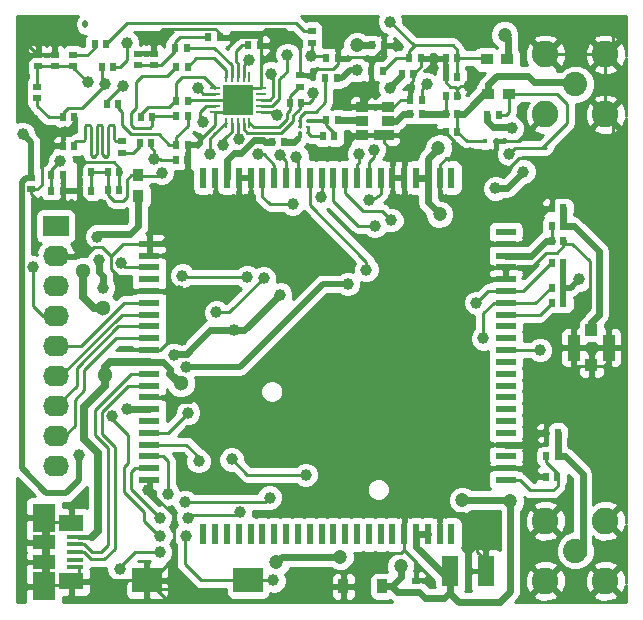
<source format=gbr>
G04 #@! TF.FileFunction,Copper,L1,Top,Signal*
%FSLAX46Y46*%
G04 Gerber Fmt 4.6, Leading zero omitted, Abs format (unit mm)*
G04 Created by KiCad (PCBNEW 4.0.5+dfsg1-4) date Tue Aug 14 14:25:04 2018*
%MOMM*%
%LPD*%
G01*
G04 APERTURE LIST*
%ADD10C,0.100000*%
%ADD11R,0.590000X0.640000*%
%ADD12R,0.640000X0.590000*%
%ADD13R,1.425000X2.650000*%
%ADD14R,0.900000X1.200000*%
%ADD15R,0.300000X0.400000*%
%ADD16R,1.050000X0.950000*%
%ADD17R,1.700000X0.810000*%
%ADD18R,1.050000X0.810000*%
%ADD19R,0.950000X1.050000*%
%ADD20R,2.200000X1.740000*%
%ADD21O,2.200000X1.740000*%
%ADD22C,2.050000*%
%ADD23C,2.250000*%
%ADD24R,1.380000X0.450000*%
%ADD25R,2.100000X1.475000*%
%ADD26R,1.900000X2.375000*%
%ADD27R,1.900000X1.175000*%
%ADD28R,2.500000X2.000000*%
%ADD29R,1.050000X2.200000*%
%ADD30R,1.000000X1.000000*%
%ADD31R,1.800000X0.600000*%
%ADD32R,0.600000X1.800000*%
%ADD33R,0.330000X0.270000*%
%ADD34R,2.500000X2.500000*%
%ADD35C,0.500000*%
%ADD36R,0.825000X0.250000*%
%ADD37R,0.250000X0.825000*%
%ADD38C,1.000000*%
%ADD39C,1.300000*%
%ADD40C,1.200000*%
%ADD41C,0.500000*%
%ADD42C,0.250000*%
%ADD43C,0.560000*%
%ADD44C,0.700000*%
%ADD45C,0.600000*%
%ADD46C,0.400000*%
%ADD47C,0.300000*%
%ADD48C,0.254000*%
G04 APERTURE END LIST*
D10*
D11*
X69815000Y-83700000D03*
X70785000Y-83700000D03*
X53115000Y-94700000D03*
X54085000Y-94700000D03*
X56485000Y-94450000D03*
X55515000Y-94450000D03*
X63715000Y-88400000D03*
X64685000Y-88400000D03*
X53115000Y-96000000D03*
X54085000Y-96000000D03*
X56495000Y-96010000D03*
X55525000Y-96010000D03*
X57915000Y-94460000D03*
X58885000Y-94460000D03*
X57915000Y-95920000D03*
X58885000Y-95920000D03*
D12*
X74200000Y-87185000D03*
X74200000Y-86215000D03*
D11*
X71815000Y-91900000D03*
X72785000Y-91900000D03*
D12*
X51400000Y-94915000D03*
X51400000Y-95885000D03*
D11*
X64685000Y-85500000D03*
X63715000Y-85500000D03*
X64585000Y-83900000D03*
X63615000Y-83900000D03*
X76415000Y-84800000D03*
X77385000Y-84800000D03*
X87485000Y-86400000D03*
X86515000Y-86400000D03*
D12*
X75200000Y-83485000D03*
X75200000Y-82515000D03*
D11*
X87485000Y-84800000D03*
X86515000Y-84800000D03*
D13*
X86912500Y-128200000D03*
X89887500Y-128200000D03*
D11*
X83415000Y-84800000D03*
X84385000Y-84800000D03*
D12*
X84000000Y-129985000D03*
X84000000Y-129015000D03*
D11*
X81185000Y-85900000D03*
X80215000Y-85900000D03*
X80315000Y-83700000D03*
X81285000Y-83700000D03*
X76115000Y-91400000D03*
X77085000Y-91400000D03*
D12*
X61800000Y-85385000D03*
X61800000Y-84415000D03*
D11*
X87485000Y-88000000D03*
X86515000Y-88000000D03*
X66415000Y-83000000D03*
X67385000Y-83000000D03*
X63715000Y-92100000D03*
X64685000Y-92100000D03*
D12*
X53400000Y-84515000D03*
X53400000Y-85485000D03*
D11*
X58385000Y-85500000D03*
X57415000Y-85500000D03*
X63675000Y-93410000D03*
X64645000Y-93410000D03*
D12*
X52000000Y-84515000D03*
X52000000Y-85485000D03*
X51900000Y-87215000D03*
X51900000Y-88185000D03*
D11*
X54115000Y-89800000D03*
X55085000Y-89800000D03*
X83785000Y-86100000D03*
X82815000Y-86100000D03*
X86515000Y-91000000D03*
X87485000Y-91000000D03*
X95976300Y-120205500D03*
X95006300Y-120205500D03*
X95515000Y-100300000D03*
X96485000Y-100300000D03*
X84485000Y-89500000D03*
X83515000Y-89500000D03*
X84485000Y-88300000D03*
X83515000Y-88300000D03*
X95985000Y-116500000D03*
X95015000Y-116500000D03*
X96485000Y-97500000D03*
X95515000Y-97500000D03*
X55085000Y-92200000D03*
X54115000Y-92200000D03*
D14*
X81150000Y-129500000D03*
X77850000Y-129500000D03*
D15*
X90750000Y-91800000D03*
X89850000Y-91800000D03*
D11*
X76415000Y-90000000D03*
X77385000Y-90000000D03*
X57785000Y-83600000D03*
X56815000Y-83600000D03*
D12*
X59100000Y-91815000D03*
X59100000Y-92785000D03*
D11*
X63715000Y-89700000D03*
X64685000Y-89700000D03*
D16*
X91875000Y-87800000D03*
X90125000Y-87800000D03*
D11*
X73315000Y-88600000D03*
X74285000Y-88600000D03*
X60715000Y-89800000D03*
X61685000Y-89800000D03*
D12*
X60500000Y-84415000D03*
X60500000Y-85385000D03*
D11*
X96485000Y-102100000D03*
X95515000Y-102100000D03*
X96485000Y-104200000D03*
X95515000Y-104200000D03*
D12*
X55000000Y-84515000D03*
X55000000Y-85485000D03*
D11*
X60615000Y-92000000D03*
X61585000Y-92000000D03*
X58785000Y-88700000D03*
X57815000Y-88700000D03*
X95515000Y-105500000D03*
X96485000Y-105500000D03*
X77285000Y-86500000D03*
X76315000Y-86500000D03*
X86515000Y-89500000D03*
X87485000Y-89500000D03*
X95985000Y-118500000D03*
X95015000Y-118500000D03*
X96485000Y-99000000D03*
X95515000Y-99000000D03*
X90985000Y-89600000D03*
X90015000Y-89600000D03*
D17*
X81275000Y-91290000D03*
D18*
X81600000Y-90100000D03*
X81600000Y-88910000D03*
X79450000Y-88910000D03*
X79450000Y-90100000D03*
X79450000Y-91290000D03*
D19*
X60500000Y-96455000D03*
X60500000Y-94705000D03*
D16*
X89975000Y-84890000D03*
X91725000Y-84890000D03*
D20*
X53500000Y-99000000D03*
D21*
X53500000Y-101540000D03*
X53500000Y-104080000D03*
X53500000Y-106620000D03*
X53500000Y-109160000D03*
X53500000Y-111700000D03*
X53500000Y-114240000D03*
X53500000Y-116780000D03*
X53500000Y-119320000D03*
D22*
X97500000Y-126500000D03*
D23*
X94960000Y-129040000D03*
X100040000Y-129040000D03*
X100040000Y-123960000D03*
X94960000Y-123960000D03*
D22*
X97500000Y-87000000D03*
D23*
X94960000Y-89540000D03*
X100040000Y-89540000D03*
X100040000Y-84460000D03*
X94960000Y-84460000D03*
D24*
X55160000Y-125300000D03*
X55160000Y-125950000D03*
X55160000Y-126600000D03*
X55160000Y-127250000D03*
X55160000Y-127900000D03*
D25*
X54800000Y-124137500D03*
X54800000Y-129062500D03*
D26*
X52500000Y-123690000D03*
X52500000Y-129510000D03*
D27*
X52500000Y-125760000D03*
X52500000Y-127440000D03*
D28*
X69780000Y-129000000D03*
X61220000Y-129000000D03*
D29*
X100319100Y-109296200D03*
X97369100Y-109296200D03*
D30*
X98844100Y-110796200D03*
X98844100Y-107796200D03*
D31*
X61400000Y-100500000D03*
X61400000Y-101500000D03*
X61400000Y-102500000D03*
X61400000Y-103500000D03*
X61400000Y-104500000D03*
X61400000Y-105500000D03*
X61400000Y-106500000D03*
X61400000Y-107500000D03*
X61400000Y-108500000D03*
X61400000Y-109500000D03*
X61400000Y-110500000D03*
X61400000Y-111500000D03*
X61400000Y-112500000D03*
X61400000Y-113500000D03*
X61400000Y-114500000D03*
X61400000Y-115500000D03*
X61400000Y-116500000D03*
X61400000Y-117500000D03*
X61400000Y-118500000D03*
X61400000Y-119500000D03*
X61400000Y-120500000D03*
D32*
X66000000Y-125100000D03*
X67000000Y-125100000D03*
X68000000Y-125100000D03*
X69000000Y-125100000D03*
X70000000Y-125100000D03*
X71000000Y-125100000D03*
X72000000Y-125100000D03*
X73000000Y-125100000D03*
X74000000Y-125100000D03*
X75000000Y-125100000D03*
X76000000Y-125100000D03*
X77000000Y-125100000D03*
X78000000Y-125100000D03*
X79000000Y-125100000D03*
X80000000Y-125100000D03*
X81000000Y-125100000D03*
X82000000Y-125100000D03*
X83000000Y-125100000D03*
X84000000Y-125100000D03*
X85000000Y-125100000D03*
X86000000Y-125100000D03*
X87000000Y-125100000D03*
D31*
X91600000Y-120500000D03*
X91600000Y-119500000D03*
X91600000Y-118500000D03*
X91600000Y-117500000D03*
X91600000Y-116500000D03*
X91600000Y-115500000D03*
X91600000Y-114500000D03*
X91600000Y-113500000D03*
X91600000Y-112500000D03*
X91600000Y-111500000D03*
X91600000Y-110500000D03*
X91600000Y-109500000D03*
X91600000Y-108500000D03*
X91600000Y-107500000D03*
X91600000Y-106500000D03*
X91600000Y-105500000D03*
X91600000Y-104500000D03*
X91600000Y-103500000D03*
X91600000Y-102500000D03*
X91600000Y-101500000D03*
X91600000Y-100500000D03*
X91600000Y-99500000D03*
D32*
X87000000Y-94900000D03*
X86000000Y-94900000D03*
X85000000Y-94900000D03*
X84000000Y-94900000D03*
X83000000Y-94900000D03*
X82000000Y-94900000D03*
X81000000Y-94900000D03*
X80000000Y-94900000D03*
X79000000Y-94900000D03*
X78000000Y-94900000D03*
X77000000Y-94900000D03*
X76000000Y-94900000D03*
X75000000Y-94900000D03*
X74000000Y-94900000D03*
X73000000Y-94900000D03*
X72000000Y-94900000D03*
X71000000Y-94900000D03*
X70000000Y-94900000D03*
X69000000Y-94900000D03*
X68000000Y-94900000D03*
X67000000Y-94900000D03*
X66000000Y-94900000D03*
D33*
X74840000Y-91100000D03*
X74840000Y-90600000D03*
X74840000Y-90100000D03*
X74160000Y-90100000D03*
X74160000Y-90600000D03*
X74160000Y-91100000D03*
D34*
X68900000Y-88300000D03*
D35*
X67900000Y-87300000D03*
X69900000Y-87300000D03*
X67900000Y-89300000D03*
X69900000Y-89300000D03*
D36*
X66962500Y-87300000D03*
X66962500Y-87800000D03*
X66962500Y-88300000D03*
X66962500Y-88800000D03*
X66962500Y-89300000D03*
D37*
X67900000Y-90237500D03*
X68400000Y-90237500D03*
X68900000Y-90237500D03*
X69400000Y-90237500D03*
X69900000Y-90237500D03*
D36*
X70837500Y-89300000D03*
X70837500Y-88800000D03*
X70837500Y-88300000D03*
X70837500Y-87800000D03*
X70837500Y-87300000D03*
D37*
X69900000Y-86362500D03*
X69400000Y-86362500D03*
X68900000Y-86362500D03*
X68400000Y-86362500D03*
X67900000Y-86362500D03*
D38*
X62300000Y-125200000D03*
X64500000Y-125200000D03*
X58300000Y-115100000D03*
X59004200Y-102108000D03*
X71920100Y-128993900D03*
X57400000Y-97200000D03*
X57190000Y-130120000D03*
X57150000Y-128670000D03*
X98600000Y-82100000D03*
X100700000Y-82000000D03*
X52300000Y-82000000D03*
X51000000Y-83100000D03*
X64000000Y-129700000D03*
X73200000Y-117100000D03*
X78700000Y-117300000D03*
X81300000Y-112200000D03*
X76000000Y-117200000D03*
X83700000Y-112200000D03*
X86300000Y-112200000D03*
X83800000Y-117300000D03*
X83800000Y-120400000D03*
X85356700Y-120548400D03*
X99900000Y-120400000D03*
X99900000Y-114800000D03*
X99900000Y-117600000D03*
X101100000Y-106100000D03*
X101100000Y-101100000D03*
X100680000Y-95820000D03*
X100640000Y-93240000D03*
X100800000Y-98200000D03*
X101100000Y-104000000D03*
X97781900Y-113000000D03*
X95600000Y-94900000D03*
X89200000Y-125400000D03*
X52500000Y-129500000D03*
X52500000Y-123690000D03*
X54300000Y-91000000D03*
X94000000Y-99600000D03*
X63600000Y-113900000D03*
X70000000Y-113600000D03*
X85500000Y-101000000D03*
X88600000Y-92800000D03*
X83700000Y-91200000D03*
X63400000Y-97700000D03*
X79300000Y-87400000D03*
X76700000Y-92800000D03*
X88500000Y-87100000D03*
X63957200Y-104495600D03*
X93395800Y-119634000D03*
X89839800Y-119037100D03*
X64223900Y-108648500D03*
X61341000Y-121310400D03*
X76365100Y-130073400D03*
D39*
X55800000Y-102800000D03*
X64100000Y-112300000D03*
X57500000Y-105900000D03*
X57700000Y-111600000D03*
D38*
X50700000Y-91200000D03*
X64500000Y-110900000D03*
X78200000Y-103900000D03*
X79000000Y-85800000D03*
X97800000Y-103500000D03*
X55500000Y-118400000D03*
X81800000Y-87300000D03*
X59500000Y-114500000D03*
X57200000Y-101900000D03*
X57500000Y-104200000D03*
X90700000Y-95800000D03*
X93100000Y-94400000D03*
X92100000Y-90700000D03*
X57000000Y-99900000D03*
X63500000Y-109900000D03*
X68630800Y-107835700D03*
X72500000Y-104800000D03*
X67100000Y-106300000D03*
X71100000Y-103400000D03*
X71700000Y-86100000D03*
X75100000Y-84600000D03*
X59500000Y-83500000D03*
X56200000Y-86800000D03*
X61800000Y-93300000D03*
X57700000Y-87000000D03*
X65600000Y-118900000D03*
X62992000Y-121678700D03*
X64700000Y-114800000D03*
X69100000Y-123200000D03*
X64700000Y-123700000D03*
X62300000Y-123700000D03*
X91900000Y-92900000D03*
X84900000Y-87000000D03*
X59200000Y-87100000D03*
X51600000Y-102500000D03*
X62300000Y-126600000D03*
X58900000Y-128000000D03*
X64200000Y-103200000D03*
X69700000Y-103300000D03*
X73550000Y-97120000D03*
X75300000Y-87700000D03*
X94500000Y-109500000D03*
X73100000Y-84500000D03*
X89100000Y-105500000D03*
X72200000Y-89600000D03*
X89700000Y-108500000D03*
X74650600Y-120065800D03*
X68402200Y-118745000D03*
X71600000Y-122000000D03*
X64439800Y-122364500D03*
X72500000Y-93000000D03*
X66520000Y-92880000D03*
X67660000Y-92100000D03*
X73860000Y-93140000D03*
X69000000Y-91600000D03*
X70580000Y-92860000D03*
X80000000Y-96800000D03*
X80454500Y-92532200D03*
X79200000Y-92900000D03*
X81900000Y-98500000D03*
X80500000Y-99000000D03*
X75996800Y-96532700D03*
X79800000Y-102700000D03*
X66000000Y-90200000D03*
X53900000Y-93500000D03*
X62470000Y-94490000D03*
X65500000Y-87300000D03*
D40*
X82700000Y-127800000D03*
X77597000Y-127012700D03*
X72186800Y-127469900D03*
X92000000Y-122300000D03*
X86000000Y-98000000D03*
X85900000Y-92400000D03*
X91500000Y-82800000D03*
X79000000Y-83700000D03*
X87900000Y-122200000D03*
D38*
X69900000Y-84900000D03*
X81800000Y-81700000D03*
D41*
X56000000Y-81800000D02*
X56000000Y-82000000D01*
D42*
X58300000Y-115100000D02*
X58300000Y-115300000D01*
X59600000Y-117500000D02*
X59600000Y-119100000D01*
X59600000Y-119100000D02*
X59300000Y-119400000D01*
X59300000Y-119400000D02*
X59300000Y-121500000D01*
X59300000Y-121500000D02*
X61000000Y-123200000D01*
X61000000Y-123200000D02*
X61000000Y-124000000D01*
X61000000Y-124000000D02*
X62200000Y-125200000D01*
X62200000Y-125200000D02*
X62300000Y-125200000D01*
X64500000Y-125200000D02*
X64400000Y-125300000D01*
X64400000Y-125300000D02*
X64400000Y-127600000D01*
X64400000Y-127600000D02*
X65800000Y-129000000D01*
X69780000Y-129000000D02*
X65800000Y-129000000D01*
X59600000Y-116700000D02*
X59600000Y-117500000D01*
X58300000Y-115300000D02*
X59600000Y-116700000D01*
X59396200Y-102500000D02*
X61400000Y-102500000D01*
X59004200Y-102108000D02*
X59396200Y-102500000D01*
X69780000Y-129000000D02*
X71914000Y-129000000D01*
X71914000Y-129000000D02*
X71920100Y-128993900D01*
X64645000Y-93410000D02*
X64645000Y-92140000D01*
X64645000Y-92140000D02*
X64685000Y-92100000D01*
X64500000Y-95185000D02*
X64500000Y-94215000D01*
X64500000Y-93700000D02*
X64500000Y-94215000D01*
X64500000Y-95185000D02*
X64500000Y-96600000D01*
X58885000Y-95920000D02*
X58885000Y-94460000D01*
X56000000Y-93600000D02*
X58410000Y-93600000D01*
X55515000Y-94085000D02*
X55715000Y-93885000D01*
X55715000Y-93885000D02*
X56000000Y-93600000D01*
X55515000Y-94450000D02*
X55515000Y-94085000D01*
X58885000Y-94075000D02*
X58885000Y-94460000D01*
X58410000Y-93600000D02*
X58885000Y-94075000D01*
X55515000Y-94450000D02*
X55515000Y-96000000D01*
X55515000Y-96000000D02*
X55525000Y-96010000D01*
X55525000Y-96010000D02*
X55525000Y-96325000D01*
X55525000Y-96325000D02*
X55715000Y-96515000D01*
X55715000Y-96515000D02*
X56400000Y-97200000D01*
X56400000Y-97200000D02*
X57400000Y-97200000D01*
X54085000Y-96000000D02*
X55515000Y-96000000D01*
X55515000Y-96000000D02*
X55525000Y-96010000D01*
X57150000Y-128670000D02*
X57150000Y-130080000D01*
X56857500Y-128962500D02*
X57150000Y-128670000D01*
X56857500Y-128962500D02*
X56480000Y-128962500D01*
X57150000Y-130080000D02*
X57190000Y-130120000D01*
X100700000Y-83800000D02*
X100700000Y-82000000D01*
X100600000Y-82100000D02*
X100700000Y-82000000D01*
X100600000Y-82100000D02*
X98600000Y-82100000D01*
X100700000Y-83800000D02*
X100040000Y-84460000D01*
X51000000Y-83100000D02*
X51000000Y-83515000D01*
X52300000Y-82000000D02*
X51200000Y-83100000D01*
X51000000Y-83100000D02*
X51200000Y-83100000D01*
X51000000Y-83515000D02*
X52000000Y-84515000D01*
X64000000Y-129700000D02*
X61920000Y-129700000D01*
X61920000Y-129700000D02*
X61220000Y-129000000D01*
X76000000Y-117200000D02*
X73300000Y-117200000D01*
X76100000Y-117300000D02*
X76000000Y-117200000D01*
X81300000Y-112200000D02*
X81300000Y-112830000D01*
X78700000Y-115430000D02*
X78700000Y-117300000D01*
X81300000Y-112830000D02*
X78700000Y-115430000D01*
X78700000Y-117300000D02*
X76100000Y-117300000D01*
X73300000Y-117200000D02*
X73200000Y-117100000D01*
X83700000Y-112200000D02*
X81300000Y-112200000D01*
X81300000Y-112200000D02*
X81300000Y-112300000D01*
X86300000Y-112200000D02*
X83700000Y-112200000D01*
X83700000Y-114130000D02*
X83800000Y-114230000D01*
X83800000Y-114230000D02*
X83800000Y-117300000D01*
X83800000Y-117300000D02*
X83800000Y-120400000D01*
X83948400Y-120548400D02*
X83800000Y-120400000D01*
X85350350Y-120554750D02*
X85350350Y-123056650D01*
X85356700Y-120548400D02*
X85350350Y-120554750D01*
X85356700Y-120548400D02*
X83948400Y-120548400D01*
X83700000Y-112200000D02*
X83700000Y-114130000D01*
X99900000Y-120400000D02*
X99900000Y-117600000D01*
X99900000Y-120300000D02*
X99900000Y-120400000D01*
X99900000Y-114800000D02*
X99581900Y-114800000D01*
X99581900Y-114800000D02*
X97781900Y-113000000D01*
X99900000Y-117600000D02*
X99900000Y-114800000D01*
X101100000Y-106100000D02*
X101100000Y-104000000D01*
X101100000Y-101100000D02*
X101100000Y-98500000D01*
X100800000Y-95940000D02*
X100680000Y-95820000D01*
X100680000Y-95820000D02*
X100680000Y-93280000D01*
X100640000Y-93240000D02*
X100640000Y-90140000D01*
X100680000Y-93280000D02*
X100640000Y-93240000D01*
X100800000Y-98200000D02*
X100800000Y-95940000D01*
X101100000Y-98500000D02*
X100800000Y-98200000D01*
X101100000Y-104000000D02*
X101100000Y-101100000D01*
X100640000Y-90140000D02*
X100040000Y-89540000D01*
X61400000Y-100500000D02*
X62300000Y-100500000D01*
X62300000Y-100500000D02*
X63400000Y-99400000D01*
X63400000Y-99400000D02*
X63400000Y-97700000D01*
X74200000Y-86215000D02*
X75085000Y-86215000D01*
X77385000Y-85315000D02*
X77385000Y-84800000D01*
X77000000Y-85700000D02*
X77385000Y-85315000D01*
X75600000Y-85700000D02*
X77000000Y-85700000D01*
X75085000Y-86215000D02*
X75600000Y-85700000D01*
X97802700Y-113000000D02*
X97802700Y-112979200D01*
X97781900Y-113000000D02*
X97802700Y-113000000D01*
X54115000Y-92200000D02*
X53000000Y-92200000D01*
X51915000Y-95885000D02*
X51400000Y-95885000D01*
X52300000Y-95500000D02*
X51915000Y-95885000D01*
X52300000Y-92900000D02*
X52300000Y-95500000D01*
X53000000Y-92200000D02*
X52300000Y-92900000D01*
X89987500Y-127439800D02*
X89987500Y-127387500D01*
X89987500Y-129000000D02*
X89987500Y-127439800D01*
X89200000Y-126600000D02*
X89200000Y-125400000D01*
X89987500Y-127387500D02*
X89200000Y-126600000D01*
X89200000Y-125400000D02*
X89200000Y-124500000D01*
X86406300Y-123300000D02*
X86000000Y-123706300D01*
X88000000Y-123300000D02*
X86406300Y-123300000D01*
X89200000Y-124500000D02*
X88000000Y-123300000D01*
D41*
X52500000Y-129500000D02*
X52500000Y-129510000D01*
D42*
X50900000Y-88900000D02*
X51800000Y-89800000D01*
X54015000Y-91285000D02*
X54300000Y-91000000D01*
X51585000Y-84515000D02*
X50900000Y-85200000D01*
X50900000Y-85200000D02*
X50900000Y-88900000D01*
X51585000Y-84515000D02*
X52000000Y-84515000D01*
X54200000Y-91100000D02*
X54300000Y-91000000D01*
X53100000Y-91100000D02*
X54200000Y-91100000D01*
X52900000Y-90900000D02*
X53100000Y-91100000D01*
X52400000Y-90400000D02*
X52900000Y-90900000D01*
X51800000Y-89800000D02*
X52400000Y-90400000D01*
X77850000Y-128499600D02*
X77850000Y-128450000D01*
X77850000Y-129500000D02*
X77850000Y-128499600D01*
X82700000Y-126700000D02*
X83000000Y-126400000D01*
X79600000Y-126700000D02*
X82700000Y-126700000D01*
X77850000Y-128450000D02*
X79600000Y-126700000D01*
X83000000Y-125100000D02*
X83000000Y-126400000D01*
X84000000Y-127400000D02*
X84000000Y-129015000D01*
X83000000Y-126400000D02*
X84000000Y-127400000D01*
X63600000Y-113900000D02*
X63100000Y-113900000D01*
X63100000Y-113900000D02*
X62700000Y-113500000D01*
X62700000Y-113500000D02*
X61400000Y-113500000D01*
X63600000Y-113900000D02*
X64900000Y-113900000D01*
X64900000Y-113900000D02*
X65200000Y-113600000D01*
X69500000Y-113100000D02*
X70000000Y-113600000D01*
X66800000Y-113100000D02*
X69500000Y-113100000D01*
X65700000Y-113100000D02*
X66800000Y-113100000D01*
X65200000Y-113600000D02*
X65700000Y-113100000D01*
X87400000Y-100600000D02*
X85900000Y-100600000D01*
X89900000Y-100900000D02*
X89600000Y-100600000D01*
X87400000Y-100600000D02*
X89600000Y-100600000D01*
X85900000Y-100600000D02*
X85500000Y-101000000D01*
X85600000Y-100900000D02*
X85500000Y-101000000D01*
X88600000Y-92800000D02*
X88600000Y-93362500D01*
X92743900Y-93256100D02*
X91400000Y-94600000D01*
X91400000Y-94600000D02*
X89837500Y-94600000D01*
X95515000Y-97500000D02*
X95515000Y-95215000D01*
X93556100Y-93256100D02*
X95515000Y-95215000D01*
X93556100Y-93256100D02*
X92743900Y-93256100D01*
X88600000Y-92800000D02*
X87300000Y-92800000D01*
X88600000Y-93362500D02*
X89837500Y-94600000D01*
X83000000Y-94900000D02*
X83000000Y-93600000D01*
X83000000Y-93600000D02*
X83000000Y-93000000D01*
X83700000Y-92300000D02*
X83700000Y-91200000D01*
X83000000Y-93000000D02*
X83700000Y-92300000D01*
X86900000Y-87200000D02*
X87300000Y-87200000D01*
X67000000Y-96000000D02*
X67000000Y-96200000D01*
X67000000Y-96200000D02*
X66600000Y-96600000D01*
X66600000Y-96600000D02*
X64500000Y-96600000D01*
X64500000Y-96600000D02*
X63400000Y-97700000D01*
X80215000Y-84900000D02*
X80200000Y-84900000D01*
X80200000Y-84900000D02*
X80000000Y-84700000D01*
X80000000Y-84700000D02*
X78000000Y-84700000D01*
X78000000Y-84700000D02*
X77900000Y-84800000D01*
X77900000Y-84800000D02*
X77385000Y-84800000D01*
X79900000Y-87400000D02*
X80215000Y-87085000D01*
X79300000Y-87400000D02*
X79900000Y-87400000D01*
X74200000Y-84200000D02*
X74200000Y-83700000D01*
X74200000Y-86215000D02*
X74200000Y-84200000D01*
X71300000Y-82300000D02*
X70600000Y-83000000D01*
X72800000Y-82300000D02*
X71300000Y-82300000D01*
X74200000Y-83700000D02*
X72800000Y-82300000D01*
X100040000Y-84460000D02*
X100040000Y-89540000D01*
X94960000Y-84460000D02*
X100040000Y-84460000D01*
X86515000Y-91000000D02*
X86515000Y-91115000D01*
X86515000Y-91115000D02*
X87300000Y-91900000D01*
X87300000Y-91900000D02*
X87300000Y-92800000D01*
X87300000Y-92800000D02*
X86843900Y-93256100D01*
X86571100Y-93256100D02*
X86843900Y-93256100D01*
X86000000Y-93827200D02*
X86571100Y-93256100D01*
X86000000Y-94900000D02*
X86000000Y-93827200D01*
X76700000Y-92800000D02*
X77400000Y-92800000D01*
X78910000Y-91290000D02*
X79450000Y-91290000D01*
X77400000Y-92800000D02*
X78910000Y-91290000D01*
X84385000Y-84800000D02*
X84385000Y-85500000D01*
X84385000Y-85500000D02*
X83785000Y-86100000D01*
X81600000Y-88910000D02*
X82090000Y-88910000D01*
X82090000Y-88910000D02*
X82700000Y-88300000D01*
X82700000Y-88300000D02*
X83515000Y-88300000D01*
X83515000Y-88000000D02*
X83515000Y-86985000D01*
X83515000Y-86985000D02*
X83785000Y-86715000D01*
X83785000Y-86715000D02*
X83785000Y-86100000D01*
X53500000Y-101540000D02*
X55960000Y-101540000D01*
X57420000Y-100800000D02*
X58160000Y-101540000D01*
X56700000Y-100800000D02*
X57420000Y-100800000D01*
X55960000Y-101540000D02*
X56700000Y-100800000D01*
X61400000Y-109500000D02*
X62300000Y-109500000D01*
X62300000Y-109500000D02*
X63151500Y-108648500D01*
X63151500Y-108648500D02*
X64223900Y-108648500D01*
X61800000Y-84415000D02*
X61800000Y-83100000D01*
X67000000Y-82300000D02*
X67385000Y-82685000D01*
X62600000Y-82300000D02*
X67000000Y-82300000D01*
X61800000Y-83100000D02*
X62600000Y-82300000D01*
X67385000Y-82685000D02*
X67385000Y-83000000D01*
X61800000Y-84415000D02*
X60500000Y-84415000D01*
X67385000Y-83000000D02*
X70600000Y-83000000D01*
X70785000Y-83185000D02*
X70785000Y-83700000D01*
X70600000Y-83000000D02*
X70785000Y-83185000D01*
X54015000Y-92000000D02*
X54015000Y-91285000D01*
X54085000Y-92070000D02*
X54015000Y-92000000D01*
X54085000Y-94500000D02*
X54085000Y-96000000D01*
X51400000Y-95885000D02*
X51400000Y-96300000D01*
X51400000Y-96300000D02*
X52000000Y-96900000D01*
X52000000Y-96900000D02*
X53700000Y-96900000D01*
X53700000Y-96900000D02*
X54085000Y-96515000D01*
X54085000Y-96515000D02*
X54085000Y-96000000D01*
X70837500Y-83752500D02*
X70837500Y-84337500D01*
X70837500Y-84337500D02*
X70837500Y-85837500D01*
X70837500Y-85837500D02*
X70837500Y-87300000D01*
X70837500Y-83752500D02*
X70785000Y-83700000D01*
X79450000Y-88910000D02*
X79450000Y-88650000D01*
X79450000Y-88650000D02*
X80215000Y-87885000D01*
X80215000Y-87885000D02*
X80215000Y-87085000D01*
X80215000Y-87085000D02*
X80215000Y-85900000D01*
X80215000Y-85900000D02*
X80215000Y-84900000D01*
X80215000Y-84900000D02*
X80300000Y-84900000D01*
X80300000Y-84900000D02*
X81285000Y-83915000D01*
X81285000Y-83915000D02*
X81285000Y-83700000D01*
X79450000Y-91290000D02*
X81275000Y-91290000D01*
X79450000Y-91290000D02*
X79110000Y-91290000D01*
X61800000Y-84415000D02*
X61800000Y-84200000D01*
X90750000Y-91800000D02*
X92700000Y-91800000D01*
X92700000Y-91800000D02*
X94960000Y-89540000D01*
X87485000Y-87400000D02*
X87500000Y-87400000D01*
X87800000Y-87100000D02*
X88500000Y-87100000D01*
X87500000Y-87400000D02*
X87800000Y-87100000D01*
X86515000Y-86400000D02*
X86515000Y-86815000D01*
X87485000Y-87385000D02*
X87485000Y-87400000D01*
X87485000Y-87400000D02*
X87485000Y-88000000D01*
X87300000Y-87200000D02*
X87485000Y-87385000D01*
X86515000Y-86815000D02*
X86900000Y-87200000D01*
X64685000Y-88300000D02*
X66962500Y-88300000D01*
X53400000Y-84515000D02*
X52000000Y-84515000D01*
X55085000Y-89800000D02*
X55085000Y-90215000D01*
X55085000Y-90215000D02*
X54015000Y-91285000D01*
X64685000Y-92100000D02*
X65300000Y-92100000D01*
X66962500Y-90437500D02*
X66962500Y-89300000D01*
X65300000Y-92100000D02*
X66962500Y-90437500D01*
X86515000Y-86400000D02*
X86515000Y-84800000D01*
X84385000Y-84800000D02*
X86515000Y-84800000D01*
X67000000Y-94900000D02*
X67000000Y-96000000D01*
X67000000Y-96000000D02*
X67500000Y-96500000D01*
X69000000Y-96200000D02*
X69000000Y-94900000D01*
X67500000Y-96500000D02*
X68700000Y-96500000D01*
X68700000Y-96500000D02*
X69000000Y-96200000D01*
X70000000Y-94900000D02*
X69000000Y-94900000D01*
X83515000Y-88000000D02*
X83515000Y-87785000D01*
X66962500Y-88300000D02*
X68900000Y-88300000D01*
X66962500Y-89300000D02*
X67900000Y-89300000D01*
X67900000Y-89300000D02*
X68900000Y-88300000D01*
X70837500Y-87300000D02*
X69900000Y-87300000D01*
X69900000Y-87300000D02*
X68900000Y-88300000D01*
X79500000Y-88860000D02*
X79450000Y-88910000D01*
X83700000Y-91200000D02*
X83900000Y-91000000D01*
X83900000Y-91000000D02*
X86515000Y-91000000D01*
X82000000Y-92617200D02*
X82000000Y-94900000D01*
X81275000Y-91892200D02*
X82000000Y-92617200D01*
X81275000Y-91290000D02*
X81275000Y-91892200D01*
X61400000Y-104500000D02*
X63952800Y-104500000D01*
X63952800Y-104500000D02*
X63957200Y-104495600D01*
X79450000Y-88910000D02*
X79092900Y-88910000D01*
X76365100Y-130073400D02*
X73672700Y-130073400D01*
X62920000Y-130700000D02*
X61220000Y-129000000D01*
X73046100Y-130700000D02*
X62920000Y-130700000D01*
X73672700Y-130073400D02*
X73046100Y-130700000D01*
X89200000Y-125400000D02*
X89212700Y-125412700D01*
X94564200Y-120205500D02*
X95006300Y-120205500D01*
X93992700Y-119634000D02*
X94564200Y-120205500D01*
X93395800Y-119634000D02*
X93992700Y-119634000D01*
X89839800Y-119037100D02*
X89839800Y-119011700D01*
X61341000Y-121310400D02*
X61341000Y-121335900D01*
X61341000Y-121335900D02*
X63495400Y-123490300D01*
X63495400Y-123490300D02*
X63495400Y-127108000D01*
X63495400Y-127108000D02*
X62015900Y-128587500D01*
X62015900Y-128587500D02*
X61632500Y-128587500D01*
X61632500Y-128587500D02*
X61220000Y-129000000D01*
X61400000Y-121251400D02*
X61400000Y-120500000D01*
X61341000Y-121310400D02*
X61400000Y-121251400D01*
X83000000Y-94900000D02*
X82000000Y-94900000D01*
X96485000Y-100500000D02*
X97236100Y-100500000D01*
X97318300Y-107278700D02*
X97318300Y-109385100D01*
X98700000Y-105897000D02*
X97318300Y-107278700D01*
X98700000Y-101963900D02*
X98700000Y-105897000D01*
X97236100Y-100500000D02*
X98700000Y-101963900D01*
X55100000Y-128962500D02*
X56480000Y-128962500D01*
X56480000Y-128962500D02*
X61182500Y-128962500D01*
X61182500Y-128962500D02*
X61220000Y-129000000D01*
X95015000Y-116500000D02*
X95015000Y-116033600D01*
X97802700Y-114401600D02*
X97802700Y-112979200D01*
X96659700Y-115544600D02*
X97802700Y-114401600D01*
X95504000Y-115544600D02*
X96659700Y-115544600D01*
X95015000Y-116033600D02*
X95504000Y-115544600D01*
X98793300Y-110885100D02*
X98793300Y-111988600D01*
X98793300Y-111988600D02*
X97802700Y-112979200D01*
X98793300Y-110885100D02*
X97600900Y-110885100D01*
X97600900Y-110885100D02*
X97318300Y-110602500D01*
X97318300Y-110602500D02*
X97318300Y-109385100D01*
X98793300Y-110885100D02*
X99871400Y-110885100D01*
X100268300Y-110488200D02*
X100268300Y-109385100D01*
X99871400Y-110885100D02*
X100268300Y-110488200D01*
X55100000Y-124037500D02*
X53247500Y-124037500D01*
X53247500Y-124037500D02*
X52800000Y-123590000D01*
X52800000Y-123590000D02*
X52800000Y-125660000D01*
X52800000Y-125660000D02*
X52800000Y-127340000D01*
X52800000Y-127340000D02*
X52800000Y-129410000D01*
X55460000Y-127800000D02*
X55460000Y-128602500D01*
X55460000Y-128602500D02*
X55100000Y-128962500D01*
X52800000Y-129410000D02*
X54652500Y-129410000D01*
X54652500Y-129410000D02*
X55100000Y-128962500D01*
X77850000Y-129500000D02*
X76938500Y-129500000D01*
X76938500Y-129500000D02*
X76365100Y-130073400D01*
D43*
X95015000Y-116500000D02*
X94358100Y-116500000D01*
X93358100Y-117500000D02*
X91600000Y-117500000D01*
X94358100Y-116500000D02*
X93358100Y-117500000D01*
D42*
X91600000Y-119500000D02*
X90328100Y-119500000D01*
X90328100Y-119500000D02*
X89839800Y-119011700D01*
X90411700Y-117500000D02*
X91600000Y-117500000D01*
X89839800Y-119011700D02*
X89839800Y-118071900D01*
X89839800Y-118071900D02*
X90411700Y-117500000D01*
X83000000Y-125100000D02*
X83000000Y-123514700D01*
X86000000Y-123706300D02*
X86000000Y-125100000D01*
X85305900Y-123012200D02*
X85350350Y-123056650D01*
X85350350Y-123056650D02*
X86000000Y-123706300D01*
X83502500Y-123012200D02*
X85305900Y-123012200D01*
X83000000Y-123514700D02*
X83502500Y-123012200D01*
X61400000Y-104500000D02*
X60000000Y-104500000D01*
X58160000Y-102660000D02*
X58160000Y-101540000D01*
X60000000Y-104500000D02*
X58160000Y-102660000D01*
X61400000Y-101500000D02*
X61400000Y-100500000D01*
X59200000Y-100500000D02*
X61400000Y-100500000D01*
X58160000Y-101540000D02*
X59200000Y-100500000D01*
X79450000Y-88910000D02*
X81600000Y-88910000D01*
X91600000Y-102500000D02*
X93780000Y-102500000D01*
X93780000Y-102500000D02*
X95040000Y-101240000D01*
X95040000Y-101240000D02*
X95960000Y-101240000D01*
X95960000Y-101240000D02*
X96485000Y-100715000D01*
X96485000Y-100715000D02*
X96485000Y-100500000D01*
X95515000Y-97500000D02*
X95300000Y-97500000D01*
X95300000Y-97500000D02*
X94200000Y-98600000D01*
X94200000Y-98600000D02*
X94200000Y-99400000D01*
X94200000Y-99400000D02*
X94000000Y-99600000D01*
X94000000Y-99600000D02*
X93100000Y-100500000D01*
X93100000Y-100500000D02*
X91600000Y-100500000D01*
X91600000Y-103500000D02*
X91600000Y-102500000D01*
X91600000Y-100500000D02*
X90300000Y-100500000D01*
X90300000Y-100500000D02*
X89900000Y-100900000D01*
X90300000Y-102500000D02*
X91600000Y-102500000D01*
X89900000Y-100900000D02*
X89900000Y-102100000D01*
X89900000Y-102100000D02*
X90300000Y-102500000D01*
D44*
X55800000Y-105000000D02*
X56700000Y-105900000D01*
X57500000Y-105900000D02*
X56700000Y-105900000D01*
X55800000Y-102800000D02*
X55800000Y-105000000D01*
D45*
X61400000Y-110500000D02*
X62600000Y-110500000D01*
D44*
X64000000Y-112300000D02*
X63200000Y-111500000D01*
D45*
X64000000Y-112300000D02*
X64100000Y-112300000D01*
X63200000Y-111100000D02*
X63200000Y-111500000D01*
X62600000Y-110500000D02*
X63200000Y-111100000D01*
D44*
X58200000Y-110500000D02*
X58100000Y-110500000D01*
X58100000Y-110500000D02*
X57700000Y-110900000D01*
X57700000Y-110900000D02*
X57700000Y-111600000D01*
X59616500Y-110500000D02*
X58200000Y-110500000D01*
X59616500Y-110500000D02*
X61400000Y-110500000D01*
X57700000Y-111600000D02*
X57700000Y-112500000D01*
X57700000Y-112500000D02*
X57300000Y-112900000D01*
X55900000Y-117000000D02*
X55900000Y-114300000D01*
X56600000Y-125300000D02*
X57100000Y-124800000D01*
X57100000Y-124800000D02*
X57100000Y-118200000D01*
X57100000Y-118200000D02*
X55900000Y-117000000D01*
D46*
X56600000Y-125300000D02*
X55460000Y-125300000D01*
D44*
X55900000Y-114300000D02*
X57300000Y-112900000D01*
D42*
X57500000Y-105900000D02*
X57100000Y-105900000D01*
D41*
X51400000Y-92300000D02*
X51400000Y-91900000D01*
X51400000Y-92300000D02*
X51400000Y-94915000D01*
X51400000Y-91900000D02*
X50700000Y-91200000D01*
X64500000Y-110900000D02*
X69100000Y-110900000D01*
X69100000Y-110900000D02*
X69400000Y-110600000D01*
X72900000Y-107100000D02*
X75800000Y-104200000D01*
X69400000Y-110600000D02*
X72900000Y-107100000D01*
X76100000Y-103900000D02*
X75800000Y-104200000D01*
X78200000Y-103900000D02*
X76100000Y-103900000D01*
X77700000Y-86500000D02*
X78400000Y-85800000D01*
X78400000Y-85800000D02*
X79000000Y-85800000D01*
X77285000Y-86500000D02*
X77700000Y-86500000D01*
X96485000Y-104200000D02*
X96485000Y-102100000D01*
X96485000Y-104200000D02*
X97100000Y-104200000D01*
X97100000Y-104200000D02*
X97800000Y-103500000D01*
D42*
X51400000Y-94915000D02*
X50985000Y-94915000D01*
D41*
X55500000Y-120500000D02*
X55500000Y-118400000D01*
X54400000Y-121600000D02*
X55500000Y-120500000D01*
X52700000Y-121600000D02*
X54400000Y-121600000D01*
X50600000Y-119500000D02*
X52700000Y-121600000D01*
X50600000Y-95300000D02*
X50600000Y-119500000D01*
X50985000Y-94915000D02*
X50600000Y-95300000D01*
X96485000Y-105500000D02*
X96485000Y-104200000D01*
D42*
X96433500Y-104148500D02*
X96485000Y-104200000D01*
X82815000Y-86100000D02*
X82815000Y-86285000D01*
D41*
X82815000Y-86285000D02*
X81800000Y-87300000D01*
D45*
X59500000Y-114500000D02*
X61400000Y-114500000D01*
X57500000Y-103200000D02*
X57200000Y-102900000D01*
X57200000Y-102900000D02*
X57200000Y-101900000D01*
X57500000Y-104200000D02*
X57500000Y-103200000D01*
X90700000Y-95800000D02*
X91700000Y-95800000D01*
X92000000Y-95500000D02*
X93100000Y-94400000D01*
X90015000Y-90115000D02*
X90015000Y-89600000D01*
X90500000Y-90600000D02*
X90015000Y-90115000D01*
X92000000Y-90600000D02*
X90500000Y-90600000D01*
D42*
X92100000Y-90700000D02*
X92000000Y-90600000D01*
D45*
X91700000Y-95800000D02*
X92000000Y-95500000D01*
D42*
X57200000Y-99700000D02*
X57000000Y-99900000D01*
D45*
X59800000Y-99700000D02*
X57200000Y-99700000D01*
X60500000Y-99000000D02*
X59800000Y-99700000D01*
X60500000Y-99000000D02*
X60500000Y-96310000D01*
X64900000Y-109500000D02*
X64600000Y-109800000D01*
X66564300Y-107835700D02*
X64900000Y-109500000D01*
X66573400Y-107835700D02*
X68630800Y-107835700D01*
D42*
X66573400Y-107835700D02*
X66564300Y-107835700D01*
D45*
X63600000Y-109800000D02*
X63500000Y-109900000D01*
X64600000Y-109800000D02*
X63600000Y-109800000D01*
X68630800Y-107835700D02*
X69464300Y-107835700D01*
X69464300Y-107835700D02*
X72500000Y-104800000D01*
D42*
X72500000Y-104812700D02*
X72500000Y-104800000D01*
X63715000Y-88300000D02*
X63715000Y-86885000D01*
X66062500Y-86400000D02*
X66962500Y-87300000D01*
X64200000Y-86400000D02*
X66062500Y-86400000D01*
X63715000Y-86885000D02*
X64200000Y-86400000D01*
X60715000Y-89800000D02*
X60715000Y-89485000D01*
X60715000Y-89485000D02*
X61300000Y-88900000D01*
X61300000Y-88900000D02*
X63115000Y-88900000D01*
X63115000Y-88900000D02*
X63715000Y-88300000D01*
X73300000Y-89200000D02*
X73100000Y-89400000D01*
X73300000Y-88615000D02*
X73300000Y-89200000D01*
X70262500Y-90600000D02*
X69900000Y-90237500D01*
X72400000Y-90600000D02*
X70262500Y-90600000D01*
X73100000Y-89900000D02*
X72400000Y-90600000D01*
X73100000Y-89400000D02*
X73100000Y-89900000D01*
X74200000Y-87185000D02*
X74115000Y-87185000D01*
X74115000Y-87185000D02*
X73315000Y-87985000D01*
X73315000Y-87985000D02*
X73315000Y-88600000D01*
X73300000Y-88615000D02*
X73315000Y-88600000D01*
X74015000Y-87185000D02*
X74200000Y-87185000D01*
X67100000Y-106300000D02*
X68200000Y-106300000D01*
X68200000Y-106300000D02*
X71100000Y-103400000D01*
X71087300Y-103400000D02*
X71100000Y-103400000D01*
X60500000Y-85385000D02*
X61800000Y-85385000D01*
X63615000Y-83900000D02*
X63615000Y-83385000D01*
X64000000Y-83000000D02*
X66415000Y-83000000D01*
X63615000Y-83385000D02*
X64000000Y-83000000D01*
X61800000Y-85385000D02*
X62415000Y-85385000D01*
X62415000Y-85385000D02*
X63615000Y-84185000D01*
X63615000Y-84185000D02*
X63615000Y-83900000D01*
D43*
X69170000Y-92850000D02*
X68560000Y-92850000D01*
X68000000Y-93800000D02*
X68000000Y-93410000D01*
X68000000Y-94900000D02*
X68000000Y-93800000D01*
X68000000Y-93410000D02*
X68420000Y-92990000D01*
X71244998Y-91900000D02*
X71050000Y-91705002D01*
X71050000Y-91705002D02*
X70314998Y-91705002D01*
X70314998Y-91705002D02*
X69170000Y-92850000D01*
X71244998Y-91900000D02*
X71815000Y-91900000D01*
X68560000Y-92850000D02*
X68420000Y-92990000D01*
D47*
X74160000Y-91100000D02*
X74160000Y-91430000D01*
D43*
X73690000Y-91900000D02*
X73940000Y-91650000D01*
X73690000Y-91900000D02*
X72785000Y-91900000D01*
D47*
X74160000Y-91430000D02*
X73940000Y-91650000D01*
D42*
X64685000Y-85500000D02*
X64685000Y-85515000D01*
X67900000Y-85800000D02*
X67900000Y-86362500D01*
X66900000Y-84800000D02*
X67900000Y-85800000D01*
X65400000Y-84800000D02*
X66900000Y-84800000D01*
X64685000Y-85515000D02*
X65400000Y-84800000D01*
X67862500Y-86362500D02*
X67900000Y-86362500D01*
X61685000Y-89800000D02*
X61685000Y-90464998D01*
X62915000Y-86300000D02*
X63715000Y-85500000D01*
X60800000Y-86300000D02*
X62915000Y-86300000D01*
X60300000Y-86800000D02*
X60800000Y-86300000D01*
X60300000Y-89000000D02*
X60300000Y-86800000D01*
X59900000Y-89400000D02*
X60300000Y-89000000D01*
X59900000Y-90463602D02*
X59900000Y-89400000D01*
X60136398Y-90700000D02*
X59900000Y-90463602D01*
X61449998Y-90700000D02*
X60136398Y-90700000D01*
X61685000Y-90464998D02*
X61449998Y-90700000D01*
X63715000Y-89700000D02*
X61785000Y-89700000D01*
X61785000Y-89700000D02*
X61685000Y-89800000D01*
X64585000Y-83900000D02*
X64700000Y-83900000D01*
X64700000Y-83900000D02*
X64700000Y-83900000D01*
X64700000Y-83900000D02*
X66900000Y-83900000D01*
X66900000Y-83900000D02*
X68400000Y-85400000D01*
X68400000Y-85400000D02*
X68400000Y-86362500D01*
X75200000Y-83485000D02*
X75200000Y-84500000D01*
X75200000Y-84500000D02*
X75100000Y-84600000D01*
X76215000Y-84600000D02*
X75100000Y-84600000D01*
X71900000Y-88000000D02*
X71900000Y-86300000D01*
X71600000Y-88300000D02*
X70837500Y-88300000D01*
X71600000Y-88300000D02*
X71900000Y-88000000D01*
X71900000Y-86300000D02*
X71700000Y-86100000D01*
X76215000Y-84600000D02*
X76415000Y-84800000D01*
X68900000Y-86362500D02*
X68900000Y-85200000D01*
X69300000Y-83700000D02*
X69815000Y-83700000D01*
X68800000Y-84200000D02*
X69300000Y-83700000D01*
X68800000Y-85100000D02*
X68800000Y-84200000D01*
X68900000Y-85200000D02*
X68800000Y-85100000D01*
X75200000Y-82515000D02*
X74515000Y-82515000D01*
X62900000Y-81800000D02*
X70600000Y-81800000D01*
X57800000Y-83500000D02*
X59500000Y-81800000D01*
X59500000Y-81800000D02*
X62900000Y-81800000D01*
X73800000Y-81800000D02*
X70600000Y-81800000D01*
X74515000Y-82515000D02*
X73800000Y-81800000D01*
X76115000Y-91400000D02*
X75140000Y-91400000D01*
X75140000Y-91400000D02*
X74840000Y-91100000D01*
X74840000Y-91100000D02*
X74840000Y-90600000D01*
X77085000Y-91400000D02*
X77085000Y-91085000D01*
X77085000Y-91085000D02*
X76415000Y-90415000D01*
X76415000Y-90415000D02*
X76415000Y-90000000D01*
D47*
X74840000Y-90100000D02*
X76315000Y-90100000D01*
D42*
X76315000Y-90100000D02*
X76415000Y-90000000D01*
D43*
X86515000Y-89500000D02*
X84485000Y-89500000D01*
D42*
X86515000Y-88000000D02*
X86515000Y-89500000D01*
X58785000Y-88700000D02*
X58785000Y-88985000D01*
X58785000Y-88985000D02*
X59100000Y-89300000D01*
X59100000Y-89300000D02*
X59100000Y-90400000D01*
X59100000Y-90400000D02*
X59900000Y-91200000D01*
X63100000Y-92100000D02*
X63715000Y-92100000D01*
X62200000Y-91200000D02*
X63100000Y-92100000D01*
X59900000Y-91200000D02*
X62200000Y-91200000D01*
X63715000Y-92100000D02*
X63715000Y-91485000D01*
X64685000Y-90515000D02*
X64685000Y-89700000D01*
X63715000Y-91485000D02*
X64685000Y-90515000D01*
X58385000Y-85500000D02*
X58900000Y-85500000D01*
X59500000Y-84900000D02*
X59500000Y-83500000D01*
X58900000Y-85500000D02*
X59500000Y-84900000D01*
X55000000Y-85485000D02*
X55000000Y-85600000D01*
X55000000Y-85600000D02*
X56200000Y-86800000D01*
X53400000Y-85485000D02*
X55000000Y-85485000D01*
X52000000Y-85485000D02*
X53400000Y-85485000D01*
X51900000Y-87215000D02*
X51900000Y-85585000D01*
X51900000Y-85585000D02*
X52000000Y-85485000D01*
X61800000Y-93300000D02*
X62300000Y-93300000D01*
X62410000Y-93410000D02*
X63675000Y-93410000D01*
X62300000Y-93300000D02*
X62410000Y-93410000D01*
X61800000Y-93300000D02*
X61800000Y-92590000D01*
X61585000Y-92375000D02*
X61585000Y-92000000D01*
X61800000Y-92590000D02*
X61585000Y-92375000D01*
X57415000Y-85500000D02*
X57415000Y-86715000D01*
X57415000Y-86715000D02*
X57700000Y-87000000D01*
X54115000Y-89385000D02*
X54500000Y-89000000D01*
X54500000Y-89000000D02*
X55685000Y-89000000D01*
X55685000Y-89000000D02*
X57900000Y-86785000D01*
X54115000Y-89800000D02*
X54115000Y-89385000D01*
X61585000Y-92000000D02*
X61585000Y-92085000D01*
X51900000Y-88185000D02*
X51900000Y-88800000D01*
X52900000Y-89800000D02*
X54115000Y-89800000D01*
X51900000Y-88800000D02*
X52900000Y-89800000D01*
X51900000Y-88185000D02*
X51900000Y-88200000D01*
X65600000Y-118900000D02*
X65600000Y-118546300D01*
X64553700Y-117500000D02*
X61400000Y-117500000D01*
X65600000Y-118546300D02*
X64553700Y-117500000D01*
X61400000Y-118500000D02*
X62594600Y-118500000D01*
X62992000Y-118897400D02*
X62992000Y-121678700D01*
X62594600Y-118500000D02*
X62992000Y-118897400D01*
X61400000Y-116500000D02*
X63000000Y-116500000D01*
X63000000Y-116500000D02*
X64700000Y-114800000D01*
D43*
X90125000Y-87800000D02*
X89720000Y-87800000D01*
X89720000Y-87800000D02*
X88850000Y-88670000D01*
X88070000Y-89500000D02*
X87485000Y-89500000D01*
X88850000Y-88720000D02*
X88070000Y-89500000D01*
X88850000Y-88670000D02*
X88850000Y-88720000D01*
X90125000Y-87800000D02*
X90125000Y-86995000D01*
X94700000Y-86800000D02*
X97300000Y-86800000D01*
X93980000Y-86800000D02*
X94700000Y-86800000D01*
X93470000Y-86290000D02*
X93980000Y-86800000D01*
X90830000Y-86290000D02*
X93470000Y-86290000D01*
X90125000Y-86995000D02*
X90830000Y-86290000D01*
X97300000Y-86800000D02*
X97500000Y-87000000D01*
D42*
X88300000Y-91800000D02*
X89850000Y-91800000D01*
X87485000Y-91000000D02*
X87500000Y-91000000D01*
X87500000Y-91000000D02*
X88300000Y-91800000D01*
X87485000Y-91000000D02*
X87485000Y-89500000D01*
X61400000Y-119500000D02*
X60200000Y-119500000D01*
X68800000Y-123500000D02*
X69100000Y-123200000D01*
X64700000Y-123700000D02*
X64900000Y-123500000D01*
X68200000Y-123500000D02*
X68800000Y-123500000D01*
X64900000Y-123500000D02*
X68200000Y-123500000D01*
X59900000Y-121300000D02*
X62300000Y-123700000D01*
X59900000Y-119800000D02*
X59900000Y-121300000D01*
X60200000Y-119500000D02*
X59900000Y-119800000D01*
X95015000Y-118500000D02*
X95015000Y-118979900D01*
X95985000Y-119949900D02*
X95985000Y-120500000D01*
X95015000Y-118979900D02*
X95985000Y-119949900D01*
X91600000Y-120500000D02*
X92780800Y-120500000D01*
X95985000Y-120969100D02*
X95985000Y-120500000D01*
X95570700Y-121383400D02*
X95985000Y-120969100D01*
X93664200Y-121383400D02*
X95570700Y-121383400D01*
X92780800Y-120500000D02*
X93664200Y-121383400D01*
X95515000Y-99000000D02*
X95515000Y-100300000D01*
D43*
X91600000Y-101500000D02*
X93770000Y-101500000D01*
X94970000Y-100300000D02*
X95515000Y-100300000D01*
X93770000Y-101500000D02*
X94970000Y-100300000D01*
X81600000Y-90100000D02*
X82300000Y-90100000D01*
X82900000Y-89500000D02*
X83515000Y-89500000D01*
X82300000Y-90100000D02*
X82900000Y-89500000D01*
D42*
X95900000Y-87800000D02*
X96800000Y-88700000D01*
X96800000Y-88700000D02*
X96800000Y-90300000D01*
X96800000Y-90300000D02*
X94700000Y-92400000D01*
X94700000Y-92400000D02*
X95000000Y-92400000D01*
X91875000Y-87800000D02*
X95900000Y-87800000D01*
X92400000Y-92400000D02*
X95000000Y-92400000D01*
X91900000Y-92900000D02*
X92400000Y-92400000D01*
X84485000Y-87415000D02*
X84900000Y-87000000D01*
X84485000Y-88300000D02*
X84485000Y-87415000D01*
X91875000Y-87800000D02*
X91875000Y-89325000D01*
X91600000Y-89600000D02*
X90985000Y-89600000D01*
X91875000Y-89325000D02*
X91600000Y-89600000D01*
D43*
X95985000Y-118500000D02*
X96630600Y-118500000D01*
X98100000Y-119969400D02*
X98100000Y-126800000D01*
X96630600Y-118500000D02*
X98100000Y-119969400D01*
X95985000Y-118500000D02*
X95985000Y-116500000D01*
X98844100Y-107796200D02*
X98844100Y-107155900D01*
X97361700Y-99000000D02*
X96485000Y-99000000D01*
X99500000Y-101138300D02*
X97361700Y-99000000D01*
X99500000Y-106500000D02*
X99500000Y-101138300D01*
X98844100Y-107155900D02*
X99500000Y-106500000D01*
X96485000Y-97500000D02*
X96485000Y-99000000D01*
D42*
X59100000Y-91815000D02*
X58700000Y-91815000D01*
X57456268Y-92920631D02*
X57450000Y-92865000D01*
X58504542Y-91720872D02*
X58474757Y-91673470D01*
X55943731Y-91620630D02*
X55925242Y-91673470D01*
X57474757Y-92973471D02*
X57456268Y-92920631D01*
X58700000Y-91815000D02*
X58644369Y-91808731D01*
X58044127Y-90469542D02*
X58004542Y-90509127D01*
X57355872Y-90469542D02*
X57308470Y-90439757D01*
X57950000Y-92865000D02*
X57943731Y-92920631D01*
X58450000Y-91565000D02*
X58450000Y-90665000D01*
X56308470Y-90439757D02*
X56255630Y-90421268D01*
X58004542Y-90509127D02*
X57974757Y-90556529D01*
X58644369Y-91808731D02*
X58591529Y-91790242D01*
X56255630Y-90421268D02*
X56200000Y-90415000D01*
X58456268Y-91620630D02*
X58450000Y-91565000D01*
X58591529Y-91790242D02*
X58544127Y-91760457D01*
X58308470Y-90439757D02*
X58255630Y-90421268D01*
X58544127Y-91760457D02*
X58504542Y-91720872D01*
X58474757Y-91673470D02*
X58456268Y-91620630D01*
X56456268Y-92920631D02*
X56450000Y-92865000D01*
X57895457Y-93020873D02*
X57855872Y-93060458D01*
X58450000Y-90665000D02*
X58443731Y-90609369D01*
X56974757Y-90556529D02*
X56956268Y-90609369D01*
X58443731Y-90609369D02*
X58425242Y-90556529D01*
X58425242Y-90556529D02*
X58395457Y-90509127D01*
X57044127Y-90469542D02*
X57004542Y-90509127D01*
X58395457Y-90509127D02*
X58355872Y-90469542D01*
X58091529Y-90439757D02*
X58044127Y-90469542D01*
X57950000Y-90665000D02*
X57950000Y-92865000D01*
X56644369Y-93108732D02*
X56591529Y-93090243D01*
X58355872Y-90469542D02*
X58308470Y-90439757D01*
X56450000Y-92865000D02*
X56450000Y-90665000D01*
X57925242Y-92973471D02*
X57895457Y-93020873D01*
X58255630Y-90421268D02*
X58200000Y-90415000D01*
X58200000Y-90415000D02*
X58144369Y-90421268D01*
X58144369Y-90421268D02*
X58091529Y-90439757D01*
X57974757Y-90556529D02*
X57956268Y-90609369D01*
X57956268Y-90609369D02*
X57950000Y-90665000D01*
X57943731Y-92920631D02*
X57925242Y-92973471D01*
X56950000Y-90665000D02*
X56950000Y-92865000D01*
X57808470Y-93090243D02*
X57755630Y-93108732D01*
X57855872Y-93060458D02*
X57808470Y-93090243D01*
X57425242Y-90556529D02*
X57395457Y-90509127D01*
X57255630Y-90421268D02*
X57200000Y-90415000D01*
X57755630Y-93108732D02*
X57700000Y-93115000D01*
X55808470Y-91790242D02*
X55755630Y-91808731D01*
X55755630Y-91808731D02*
X55700000Y-91815000D01*
X57700000Y-93115000D02*
X57644369Y-93108732D01*
X56474757Y-92973471D02*
X56456268Y-92920631D01*
X57644369Y-93108732D02*
X57591529Y-93090243D01*
X57591529Y-93090243D02*
X57544127Y-93060458D01*
X57544127Y-93060458D02*
X57504542Y-93020873D01*
X57504542Y-93020873D02*
X57474757Y-92973471D01*
X56943731Y-92920631D02*
X56925242Y-92973471D01*
X57450000Y-92865000D02*
X57450000Y-90665000D01*
X56895457Y-93020873D02*
X56855872Y-93060458D01*
X57450000Y-90665000D02*
X57443731Y-90609369D01*
X55950000Y-90665000D02*
X55950000Y-91565000D01*
X57443731Y-90609369D02*
X57425242Y-90556529D01*
X57395457Y-90509127D02*
X57355872Y-90469542D01*
X55950000Y-91565000D02*
X55943731Y-91620630D01*
X57308470Y-90439757D02*
X57255630Y-90421268D01*
X57200000Y-90415000D02*
X57144369Y-90421268D01*
X55956268Y-90609369D02*
X55950000Y-90665000D01*
X56591529Y-93090243D02*
X56544127Y-93060458D01*
X57144369Y-90421268D02*
X57091529Y-90439757D01*
X57091529Y-90439757D02*
X57044127Y-90469542D01*
X55085000Y-91915000D02*
X55085000Y-92121461D01*
X57004542Y-90509127D02*
X56974757Y-90556529D01*
X56808470Y-93090243D02*
X56755630Y-93108732D01*
X56956268Y-90609369D02*
X56950000Y-90665000D01*
X56091529Y-90439757D02*
X56044127Y-90469542D01*
X56950000Y-92865000D02*
X56943731Y-92920631D01*
X56925242Y-92973471D02*
X56895457Y-93020873D01*
X55855872Y-91760457D02*
X55808470Y-91790242D01*
X56855872Y-93060458D02*
X56808470Y-93090243D01*
X56144369Y-90421268D02*
X56091529Y-90439757D01*
X56755630Y-93108732D02*
X56700000Y-93115000D01*
X56700000Y-93115000D02*
X56644369Y-93108732D01*
X56544127Y-93060458D02*
X56504542Y-93020873D01*
X56504542Y-93020873D02*
X56474757Y-92973471D01*
X56450000Y-90665000D02*
X56443731Y-90609369D01*
X56443731Y-90609369D02*
X56425242Y-90556529D01*
X56425242Y-90556529D02*
X56395457Y-90509127D01*
X56395457Y-90509127D02*
X56355872Y-90469542D01*
X55185000Y-91815000D02*
X55085000Y-91915000D01*
X56355872Y-90469542D02*
X56308470Y-90439757D01*
X55895457Y-91720872D02*
X55855872Y-91760457D01*
X56200000Y-90415000D02*
X56144369Y-90421268D01*
X56044127Y-90469542D02*
X56004542Y-90509127D01*
X56004542Y-90509127D02*
X55974757Y-90556529D01*
X55974757Y-90556529D02*
X55956268Y-90609369D01*
X55925242Y-91673470D02*
X55895457Y-91720872D01*
X55700000Y-91815000D02*
X55185000Y-91815000D01*
X55085000Y-92121461D02*
X55085000Y-92200000D01*
X55085000Y-92186161D02*
X55085000Y-92200000D01*
X55088375Y-92196625D02*
X55085000Y-92200000D01*
X57815000Y-88700000D02*
X57815000Y-88385000D01*
X57815000Y-88385000D02*
X59100000Y-87100000D01*
X59100000Y-87100000D02*
X59200000Y-87100000D01*
D43*
X77485000Y-90000000D02*
X79350000Y-90000000D01*
D42*
X79350000Y-90000000D02*
X79450000Y-90100000D01*
X79350000Y-90000000D02*
X79450000Y-90100000D01*
X55000000Y-84515000D02*
X56185000Y-84515000D01*
X56185000Y-84515000D02*
X56815000Y-83885000D01*
X56815000Y-83885000D02*
X56815000Y-83600000D01*
X59100000Y-92785000D02*
X60015000Y-92785000D01*
X60015000Y-92785000D02*
X60615000Y-92185000D01*
X60615000Y-92185000D02*
X60615000Y-92000000D01*
X55160000Y-125950000D02*
X55886398Y-125950000D01*
X57900000Y-125200000D02*
X57900000Y-117800000D01*
X57900000Y-117800000D02*
X56800000Y-116700000D01*
X56800000Y-116700000D02*
X56800000Y-114600000D01*
X56800000Y-114600000D02*
X59900000Y-111500000D01*
X59900000Y-111500000D02*
X61400000Y-111500000D01*
X57900000Y-126000000D02*
X57900000Y-125200000D01*
X57300000Y-126600000D02*
X57900000Y-126000000D01*
X56536398Y-126600000D02*
X57300000Y-126600000D01*
X55886398Y-125950000D02*
X56536398Y-126600000D01*
X55160000Y-126600000D02*
X55900000Y-126600000D01*
X59600000Y-112500000D02*
X57400000Y-114700000D01*
X57400000Y-114700000D02*
X57400000Y-116600000D01*
X57400000Y-116600000D02*
X58500000Y-117700000D01*
X58500000Y-117700000D02*
X58500000Y-125500000D01*
X59600000Y-112500000D02*
X61400000Y-112500000D01*
X58500000Y-126300000D02*
X58500000Y-125500000D01*
X57600000Y-127200000D02*
X58500000Y-126300000D01*
X56500000Y-127200000D02*
X57600000Y-127200000D01*
X55900000Y-126600000D02*
X56500000Y-127200000D01*
X52400000Y-106600000D02*
X53480000Y-106600000D01*
X52200000Y-106400000D02*
X52400000Y-106600000D01*
X51600000Y-105800000D02*
X52200000Y-106400000D01*
X51600000Y-104900000D02*
X51600000Y-105800000D01*
X51600000Y-102500000D02*
X51600000Y-104900000D01*
X53480000Y-106600000D02*
X53500000Y-106620000D01*
X53500000Y-109160000D02*
X55640000Y-109160000D01*
X55640000Y-109160000D02*
X59300000Y-105500000D01*
X59300000Y-105500000D02*
X61400000Y-105500000D01*
X53500000Y-111700000D02*
X53900000Y-111700000D01*
X53900000Y-111700000D02*
X59100000Y-106500000D01*
X59100000Y-106500000D02*
X61400000Y-106500000D01*
X53500000Y-114240000D02*
X53560000Y-114240000D01*
X53560000Y-114240000D02*
X55300000Y-112500000D01*
X58800000Y-107500000D02*
X61400000Y-107500000D01*
X55300000Y-111000000D02*
X58800000Y-107500000D01*
X55300000Y-112500000D02*
X55300000Y-111000000D01*
X53500000Y-116780000D02*
X54220000Y-116780000D01*
X54220000Y-116780000D02*
X55100000Y-115900000D01*
X55100000Y-115900000D02*
X55100000Y-113700000D01*
X55100000Y-113700000D02*
X55900000Y-112900000D01*
X55900000Y-112900000D02*
X55900000Y-111200000D01*
X55900000Y-111200000D02*
X58600000Y-108500000D01*
X58600000Y-108500000D02*
X61400000Y-108500000D01*
X58900000Y-128000000D02*
X58900000Y-127900000D01*
X60200000Y-126600000D02*
X62300000Y-126600000D01*
X58900000Y-127900000D02*
X60200000Y-126600000D01*
X61968200Y-126568200D02*
X62300000Y-126600000D01*
X64200000Y-103200000D02*
X64300000Y-103300000D01*
X64300000Y-103300000D02*
X69700000Y-103300000D01*
X73550000Y-97120000D02*
X71620000Y-97120000D01*
X71620000Y-97120000D02*
X71500000Y-97000000D01*
X71000000Y-96500000D02*
X71000000Y-94900000D01*
X71000000Y-96500000D02*
X71500000Y-97000000D01*
X72100000Y-91100000D02*
X72600000Y-91100000D01*
X74200000Y-88685000D02*
X74200000Y-89000000D01*
X69400000Y-90800000D02*
X69400000Y-90237500D01*
X69700000Y-91100000D02*
X72100000Y-91100000D01*
X69400000Y-90800000D02*
X69700000Y-91100000D01*
X73985000Y-89215000D02*
X74200000Y-89000000D01*
X73600000Y-89600000D02*
X73985000Y-89215000D01*
X73600000Y-90100000D02*
X73600000Y-89600000D01*
X72600000Y-91100000D02*
X73600000Y-90100000D01*
X74285000Y-88600000D02*
X74900000Y-88600000D01*
X74900000Y-88600000D02*
X75300000Y-88200000D01*
X75300000Y-88200000D02*
X75300000Y-87700000D01*
X74200000Y-88685000D02*
X74285000Y-88600000D01*
X91600000Y-109500000D02*
X94500000Y-109500000D01*
X73100000Y-85900000D02*
X73100000Y-84500000D01*
X71800000Y-88800000D02*
X72200000Y-88400000D01*
X90100000Y-104500000D02*
X89100000Y-105500000D01*
X91600000Y-104500000D02*
X90400000Y-104500000D01*
X90400000Y-104500000D02*
X90100000Y-104500000D01*
X71800000Y-88800000D02*
X70837500Y-88800000D01*
X72600000Y-86400000D02*
X72700000Y-86300000D01*
X72400000Y-86600000D02*
X72600000Y-86400000D01*
X72400000Y-87400000D02*
X72400000Y-86600000D01*
X72400000Y-88200000D02*
X72400000Y-87400000D01*
X72200000Y-88400000D02*
X72400000Y-88200000D01*
X72700000Y-86300000D02*
X73100000Y-85900000D01*
X91600000Y-104500000D02*
X93084200Y-104500000D01*
X93084200Y-104500000D02*
X95463500Y-102120700D01*
X71900000Y-89300000D02*
X72200000Y-89600000D01*
X70837500Y-89300000D02*
X71900000Y-89300000D01*
X90600000Y-105500000D02*
X91600000Y-105500000D01*
X89700000Y-106400000D02*
X89700000Y-108500000D01*
X90600000Y-105500000D02*
X89700000Y-106400000D01*
X95530000Y-104200000D02*
X95400000Y-104200000D01*
X94100000Y-105500000D02*
X91600000Y-105500000D01*
X95400000Y-104200000D02*
X94100000Y-105500000D01*
X69723000Y-120065800D02*
X74650600Y-120065800D01*
X68402200Y-118745000D02*
X69723000Y-120065800D01*
X64439800Y-122364500D02*
X71235500Y-122364500D01*
X71235500Y-122364500D02*
X71600000Y-122000000D01*
X71600000Y-122000000D02*
X71587300Y-122012700D01*
X91600000Y-106500000D02*
X94515000Y-106500000D01*
X94515000Y-106500000D02*
X95515000Y-105500000D01*
X74600000Y-89300000D02*
X75500000Y-89300000D01*
X74160000Y-89740000D02*
X74600000Y-89300000D01*
X74160000Y-90100000D02*
X74160000Y-89740000D01*
X76315000Y-88485000D02*
X76315000Y-86500000D01*
X75500000Y-89300000D02*
X76315000Y-88485000D01*
X74160000Y-90600000D02*
X74160000Y-90100000D01*
X73000000Y-93500000D02*
X72500000Y-93000000D01*
X73000000Y-94900000D02*
X73000000Y-93500000D01*
X66892500Y-91237500D02*
X66520000Y-91610000D01*
X66520000Y-91610000D02*
X66520000Y-92880000D01*
X66900000Y-91237500D02*
X67900000Y-90237500D01*
X66900000Y-91237500D02*
X66892500Y-91237500D01*
X74000000Y-94900000D02*
X74000000Y-93280000D01*
X74000000Y-93280000D02*
X73860000Y-93140000D01*
X67660000Y-92100000D02*
X67660000Y-91740000D01*
X68400000Y-91000000D02*
X68000000Y-91400000D01*
X68400000Y-90800000D02*
X68400000Y-90237500D01*
X68400000Y-90800000D02*
X68400000Y-91000000D01*
X67660000Y-91740000D02*
X68000000Y-91400000D01*
X67660000Y-91800000D02*
X67660000Y-92100000D01*
X68900000Y-90237500D02*
X68900000Y-91500000D01*
X68900000Y-91500000D02*
X69000000Y-91600000D01*
X72000000Y-93800000D02*
X71100000Y-92900000D01*
X72000000Y-94900000D02*
X72000000Y-93800000D01*
X71100000Y-92900000D02*
X70580000Y-92860000D01*
X69000000Y-91600000D02*
X69100000Y-91500000D01*
X80000000Y-96800000D02*
X80300000Y-96800000D01*
X80300000Y-96800000D02*
X81000000Y-96300000D01*
X81000000Y-96300000D02*
X81000000Y-94900000D01*
X80454500Y-92532200D02*
X80454500Y-93145500D01*
X80000000Y-93600000D02*
X80000000Y-94900000D01*
X80454500Y-93145500D02*
X80000000Y-93600000D01*
X79000000Y-94900000D02*
X79000000Y-93800000D01*
X79200000Y-93600000D02*
X79200000Y-92900000D01*
X79000000Y-93800000D02*
X79200000Y-93600000D01*
X79200000Y-92900000D02*
X79206000Y-92906000D01*
X81100000Y-97700000D02*
X81900000Y-98500000D01*
X78000000Y-94900000D02*
X78000000Y-96200000D01*
X78000000Y-96200000D02*
X79500000Y-97700000D01*
X79500000Y-97700000D02*
X81100000Y-97700000D01*
X80500000Y-99000000D02*
X79100000Y-99000000D01*
X77000000Y-96900000D02*
X78800000Y-98700000D01*
X77000000Y-94900000D02*
X77000000Y-96900000D01*
X79100000Y-99000000D02*
X78800000Y-98700000D01*
X75996800Y-96532700D02*
X76000000Y-96529500D01*
X76000000Y-96529500D02*
X76000000Y-94900000D01*
X75000000Y-97200000D02*
X79800000Y-102000000D01*
X79800000Y-102000000D02*
X79800000Y-102300000D01*
X75000000Y-94900000D02*
X75000000Y-97200000D01*
X53115000Y-94700000D02*
X53115000Y-94285000D01*
X53115000Y-94285000D02*
X53900000Y-93500000D01*
X66200000Y-88800000D02*
X66962500Y-88800000D01*
X65700000Y-89300000D02*
X66200000Y-88800000D01*
X65700000Y-89900000D02*
X65700000Y-89300000D01*
X66000000Y-90200000D02*
X65700000Y-89900000D01*
X53115000Y-96000000D02*
X53115000Y-94500000D01*
X53915000Y-93515000D02*
X53900000Y-93500000D01*
X62375000Y-94725000D02*
X61500000Y-94725000D01*
X62375000Y-94725000D02*
X62470000Y-94490000D01*
X61500000Y-94725000D02*
X60520000Y-94725000D01*
X60520000Y-94725000D02*
X60500000Y-94705000D01*
X58790000Y-96900000D02*
X59150000Y-96900000D01*
X59905000Y-94705000D02*
X60500000Y-94705000D01*
X59540000Y-95070000D02*
X59905000Y-94705000D01*
X59540000Y-96510000D02*
X59540000Y-95070000D01*
X59150000Y-96900000D02*
X59540000Y-96510000D01*
X56485000Y-94450000D02*
X57905000Y-94450000D01*
X57905000Y-94450000D02*
X57915000Y-94460000D01*
X57915000Y-94460000D02*
X57915000Y-95920000D01*
X57915000Y-95920000D02*
X57915000Y-96345000D01*
X58470000Y-96900000D02*
X58790000Y-96900000D01*
X58790000Y-96900000D02*
X58800000Y-96900000D01*
X57915000Y-96345000D02*
X58470000Y-96900000D01*
X56495000Y-96010000D02*
X56495000Y-94460000D01*
X56495000Y-94460000D02*
X56485000Y-94450000D01*
X66000000Y-87800000D02*
X66962500Y-87800000D01*
X65500000Y-87300000D02*
X66000000Y-87800000D01*
D45*
X86912500Y-129987500D02*
X86912500Y-130112500D01*
X92000000Y-129900000D02*
X92000000Y-122300000D01*
X91100000Y-130800000D02*
X92000000Y-129900000D01*
X87600000Y-130800000D02*
X91100000Y-130800000D01*
X86912500Y-130112500D02*
X87600000Y-130800000D01*
X84800000Y-130500000D02*
X86400000Y-130500000D01*
X84285000Y-129985000D02*
X84800000Y-130500000D01*
X86912500Y-129987500D02*
X86912500Y-128500000D01*
X86400000Y-130500000D02*
X86912500Y-129987500D01*
X84000000Y-129985000D02*
X84285000Y-129985000D01*
X72644000Y-127012700D02*
X77597000Y-127012700D01*
X72186800Y-127469900D02*
X72644000Y-127012700D01*
X82700000Y-127800000D02*
X82700000Y-128738500D01*
X82700000Y-128738500D02*
X81938500Y-129500000D01*
X87900000Y-122200000D02*
X91900000Y-122200000D01*
X91900000Y-122200000D02*
X92000000Y-122300000D01*
X85000000Y-97000000D02*
X86000000Y-98000000D01*
X85000000Y-97000000D02*
X85000000Y-94900000D01*
X85000000Y-94900000D02*
X85000000Y-93300000D01*
X85000000Y-93300000D02*
X85900000Y-92400000D01*
X91765000Y-83065000D02*
X91765000Y-84800000D01*
D42*
X91500000Y-82800000D02*
X91765000Y-83065000D01*
D45*
X79000000Y-83700000D02*
X80315000Y-83700000D01*
D42*
X87900000Y-122200000D02*
X87963500Y-122136500D01*
D45*
X84000000Y-94900000D02*
X85000000Y-94900000D01*
X85000000Y-125100000D02*
X84000000Y-125100000D01*
X84000000Y-125100000D02*
X84000000Y-126141800D01*
X84000000Y-126141800D02*
X86858200Y-129000000D01*
D42*
X86858200Y-129000000D02*
X87012500Y-129000000D01*
D45*
X81150000Y-129500000D02*
X81938500Y-129500000D01*
X82423500Y-129985000D02*
X82943700Y-129985000D01*
X82943700Y-129985000D02*
X84000000Y-129985000D01*
X81938500Y-129500000D02*
X82423500Y-129985000D01*
D42*
X69400000Y-85400000D02*
X69400000Y-86362500D01*
X69400000Y-85400000D02*
X69900000Y-84900000D01*
X81800000Y-81700000D02*
X83800000Y-83700000D01*
X83900000Y-83700000D02*
X83800000Y-83700000D01*
X81185000Y-85900000D02*
X81200000Y-85900000D01*
X81200000Y-85900000D02*
X82300000Y-84800000D01*
X82300000Y-84800000D02*
X83415000Y-84800000D01*
X89745000Y-84800000D02*
X89200000Y-84800000D01*
X89200000Y-84800000D02*
X89200000Y-84800000D01*
X89200000Y-84800000D02*
X87485000Y-84800000D01*
X87485000Y-86400000D02*
X87485000Y-84800000D01*
X83415000Y-84800000D02*
X83415000Y-84185000D01*
X87485000Y-84085000D02*
X87485000Y-84800000D01*
X87100000Y-83700000D02*
X87485000Y-84085000D01*
X83900000Y-83700000D02*
X87100000Y-83700000D01*
X83415000Y-84185000D02*
X83900000Y-83700000D01*
D48*
G36*
X63544019Y-125837560D02*
X63648000Y-125941723D01*
X63648000Y-127600000D01*
X63705243Y-127887778D01*
X63868256Y-128131744D01*
X65268256Y-129531744D01*
X65512222Y-129694757D01*
X65800000Y-129752000D01*
X67890717Y-129752000D01*
X67890717Y-130000000D01*
X67934437Y-130232352D01*
X68071757Y-130445753D01*
X68281283Y-130588917D01*
X68530000Y-130639283D01*
X71030000Y-130639283D01*
X71262352Y-130595563D01*
X71475753Y-130458243D01*
X71618917Y-130248717D01*
X71648726Y-130101514D01*
X71694942Y-130120704D01*
X72143291Y-130121095D01*
X72557660Y-129949881D01*
X72728088Y-129779750D01*
X76773000Y-129779750D01*
X76773000Y-130224718D01*
X76868455Y-130455167D01*
X77044833Y-130631545D01*
X77275282Y-130727000D01*
X77570250Y-130727000D01*
X77727000Y-130570250D01*
X77727000Y-129623000D01*
X77973000Y-129623000D01*
X77973000Y-130570250D01*
X78129750Y-130727000D01*
X78424718Y-130727000D01*
X78655167Y-130631545D01*
X78831545Y-130455167D01*
X78927000Y-130224718D01*
X78927000Y-129779750D01*
X78770250Y-129623000D01*
X77973000Y-129623000D01*
X77727000Y-129623000D01*
X76929750Y-129623000D01*
X76773000Y-129779750D01*
X72728088Y-129779750D01*
X72874967Y-129633128D01*
X73046904Y-129219058D01*
X73047291Y-128775282D01*
X76773000Y-128775282D01*
X76773000Y-129220250D01*
X76929750Y-129377000D01*
X77727000Y-129377000D01*
X77727000Y-128429750D01*
X77973000Y-128429750D01*
X77973000Y-129377000D01*
X78770250Y-129377000D01*
X78927000Y-129220250D01*
X78927000Y-128775282D01*
X78831545Y-128544833D01*
X78655167Y-128368455D01*
X78424718Y-128273000D01*
X78129750Y-128273000D01*
X77973000Y-128429750D01*
X77727000Y-128429750D01*
X77570250Y-128273000D01*
X77275282Y-128273000D01*
X77044833Y-128368455D01*
X76868455Y-128544833D01*
X76773000Y-128775282D01*
X73047291Y-128775282D01*
X73047295Y-128770709D01*
X72922654Y-128469056D01*
X73226393Y-128165847D01*
X73320297Y-127939700D01*
X76788657Y-127939700D01*
X76901053Y-128052293D01*
X77351864Y-128239486D01*
X77839995Y-128239912D01*
X78291131Y-128053506D01*
X78636593Y-127708647D01*
X78823786Y-127257836D01*
X78824212Y-126769705D01*
X78770323Y-126639283D01*
X79300000Y-126639283D01*
X79507342Y-126600269D01*
X79700000Y-126639283D01*
X80300000Y-126639283D01*
X80507342Y-126600269D01*
X80700000Y-126639283D01*
X81300000Y-126639283D01*
X81507342Y-126600269D01*
X81700000Y-126639283D01*
X82296075Y-126639283D01*
X82005869Y-126759194D01*
X81660407Y-127104053D01*
X81473214Y-127554864D01*
X81472788Y-128042995D01*
X81562749Y-128260717D01*
X80700000Y-128260717D01*
X80467648Y-128304437D01*
X80254247Y-128441757D01*
X80111083Y-128651283D01*
X80060717Y-128900000D01*
X80060717Y-130100000D01*
X80104437Y-130332352D01*
X80241757Y-130545753D01*
X80451283Y-130688917D01*
X80700000Y-130739283D01*
X81600000Y-130739283D01*
X81832352Y-130695563D01*
X81841565Y-130689635D01*
X82003745Y-130798000D01*
X54077000Y-130798000D01*
X54077000Y-130427000D01*
X54520250Y-130427000D01*
X54677000Y-130270250D01*
X54677000Y-129185500D01*
X54923000Y-129185500D01*
X54923000Y-130270250D01*
X55079750Y-130427000D01*
X55974718Y-130427000D01*
X56205167Y-130331545D01*
X56381545Y-130155167D01*
X56477000Y-129924718D01*
X56477000Y-129342250D01*
X56320250Y-129185500D01*
X54923000Y-129185500D01*
X54677000Y-129185500D01*
X54657000Y-129185500D01*
X54657000Y-128939500D01*
X54677000Y-128939500D01*
X54677000Y-128919500D01*
X54923000Y-128919500D01*
X54923000Y-128939500D01*
X56320250Y-128939500D01*
X56477000Y-128782750D01*
X56477000Y-128169250D01*
X56455057Y-128147307D01*
X56403568Y-128023002D01*
X56477000Y-128023002D01*
X56477000Y-127947425D01*
X56500000Y-127952000D01*
X57600000Y-127952000D01*
X57773072Y-127917574D01*
X57772805Y-128223191D01*
X57944019Y-128637560D01*
X58260772Y-128954867D01*
X58674842Y-129126804D01*
X59123191Y-129127195D01*
X59343000Y-129036372D01*
X59343000Y-129123002D01*
X59499748Y-129123002D01*
X59343000Y-129279750D01*
X59343000Y-130124718D01*
X59438455Y-130355167D01*
X59614833Y-130531545D01*
X59845282Y-130627000D01*
X60940250Y-130627000D01*
X61097000Y-130470250D01*
X61097000Y-129123000D01*
X61343000Y-129123000D01*
X61343000Y-130470250D01*
X61499750Y-130627000D01*
X62594718Y-130627000D01*
X62825167Y-130531545D01*
X63001545Y-130355167D01*
X63097000Y-130124718D01*
X63097000Y-129279750D01*
X62940250Y-129123000D01*
X61343000Y-129123000D01*
X61097000Y-129123000D01*
X61077000Y-129123000D01*
X61077000Y-128877000D01*
X61097000Y-128877000D01*
X61097000Y-127529750D01*
X60940250Y-127373000D01*
X60490489Y-127373000D01*
X60511489Y-127352000D01*
X61458259Y-127352000D01*
X61489477Y-127383273D01*
X61343000Y-127529750D01*
X61343000Y-128877000D01*
X62940250Y-128877000D01*
X63097000Y-128720250D01*
X63097000Y-127875282D01*
X63001545Y-127644833D01*
X62919964Y-127563252D01*
X62937560Y-127555981D01*
X63254867Y-127239228D01*
X63426804Y-126825158D01*
X63427195Y-126376809D01*
X63255981Y-125962440D01*
X63193819Y-125900169D01*
X63254867Y-125839228D01*
X63400145Y-125489359D01*
X63544019Y-125837560D01*
X63544019Y-125837560D01*
G37*
X63544019Y-125837560D02*
X63648000Y-125941723D01*
X63648000Y-127600000D01*
X63705243Y-127887778D01*
X63868256Y-128131744D01*
X65268256Y-129531744D01*
X65512222Y-129694757D01*
X65800000Y-129752000D01*
X67890717Y-129752000D01*
X67890717Y-130000000D01*
X67934437Y-130232352D01*
X68071757Y-130445753D01*
X68281283Y-130588917D01*
X68530000Y-130639283D01*
X71030000Y-130639283D01*
X71262352Y-130595563D01*
X71475753Y-130458243D01*
X71618917Y-130248717D01*
X71648726Y-130101514D01*
X71694942Y-130120704D01*
X72143291Y-130121095D01*
X72557660Y-129949881D01*
X72728088Y-129779750D01*
X76773000Y-129779750D01*
X76773000Y-130224718D01*
X76868455Y-130455167D01*
X77044833Y-130631545D01*
X77275282Y-130727000D01*
X77570250Y-130727000D01*
X77727000Y-130570250D01*
X77727000Y-129623000D01*
X77973000Y-129623000D01*
X77973000Y-130570250D01*
X78129750Y-130727000D01*
X78424718Y-130727000D01*
X78655167Y-130631545D01*
X78831545Y-130455167D01*
X78927000Y-130224718D01*
X78927000Y-129779750D01*
X78770250Y-129623000D01*
X77973000Y-129623000D01*
X77727000Y-129623000D01*
X76929750Y-129623000D01*
X76773000Y-129779750D01*
X72728088Y-129779750D01*
X72874967Y-129633128D01*
X73046904Y-129219058D01*
X73047291Y-128775282D01*
X76773000Y-128775282D01*
X76773000Y-129220250D01*
X76929750Y-129377000D01*
X77727000Y-129377000D01*
X77727000Y-128429750D01*
X77973000Y-128429750D01*
X77973000Y-129377000D01*
X78770250Y-129377000D01*
X78927000Y-129220250D01*
X78927000Y-128775282D01*
X78831545Y-128544833D01*
X78655167Y-128368455D01*
X78424718Y-128273000D01*
X78129750Y-128273000D01*
X77973000Y-128429750D01*
X77727000Y-128429750D01*
X77570250Y-128273000D01*
X77275282Y-128273000D01*
X77044833Y-128368455D01*
X76868455Y-128544833D01*
X76773000Y-128775282D01*
X73047291Y-128775282D01*
X73047295Y-128770709D01*
X72922654Y-128469056D01*
X73226393Y-128165847D01*
X73320297Y-127939700D01*
X76788657Y-127939700D01*
X76901053Y-128052293D01*
X77351864Y-128239486D01*
X77839995Y-128239912D01*
X78291131Y-128053506D01*
X78636593Y-127708647D01*
X78823786Y-127257836D01*
X78824212Y-126769705D01*
X78770323Y-126639283D01*
X79300000Y-126639283D01*
X79507342Y-126600269D01*
X79700000Y-126639283D01*
X80300000Y-126639283D01*
X80507342Y-126600269D01*
X80700000Y-126639283D01*
X81300000Y-126639283D01*
X81507342Y-126600269D01*
X81700000Y-126639283D01*
X82296075Y-126639283D01*
X82005869Y-126759194D01*
X81660407Y-127104053D01*
X81473214Y-127554864D01*
X81472788Y-128042995D01*
X81562749Y-128260717D01*
X80700000Y-128260717D01*
X80467648Y-128304437D01*
X80254247Y-128441757D01*
X80111083Y-128651283D01*
X80060717Y-128900000D01*
X80060717Y-130100000D01*
X80104437Y-130332352D01*
X80241757Y-130545753D01*
X80451283Y-130688917D01*
X80700000Y-130739283D01*
X81600000Y-130739283D01*
X81832352Y-130695563D01*
X81841565Y-130689635D01*
X82003745Y-130798000D01*
X54077000Y-130798000D01*
X54077000Y-130427000D01*
X54520250Y-130427000D01*
X54677000Y-130270250D01*
X54677000Y-129185500D01*
X54923000Y-129185500D01*
X54923000Y-130270250D01*
X55079750Y-130427000D01*
X55974718Y-130427000D01*
X56205167Y-130331545D01*
X56381545Y-130155167D01*
X56477000Y-129924718D01*
X56477000Y-129342250D01*
X56320250Y-129185500D01*
X54923000Y-129185500D01*
X54677000Y-129185500D01*
X54657000Y-129185500D01*
X54657000Y-128939500D01*
X54677000Y-128939500D01*
X54677000Y-128919500D01*
X54923000Y-128919500D01*
X54923000Y-128939500D01*
X56320250Y-128939500D01*
X56477000Y-128782750D01*
X56477000Y-128169250D01*
X56455057Y-128147307D01*
X56403568Y-128023002D01*
X56477000Y-128023002D01*
X56477000Y-127947425D01*
X56500000Y-127952000D01*
X57600000Y-127952000D01*
X57773072Y-127917574D01*
X57772805Y-128223191D01*
X57944019Y-128637560D01*
X58260772Y-128954867D01*
X58674842Y-129126804D01*
X59123191Y-129127195D01*
X59343000Y-129036372D01*
X59343000Y-129123002D01*
X59499748Y-129123002D01*
X59343000Y-129279750D01*
X59343000Y-130124718D01*
X59438455Y-130355167D01*
X59614833Y-130531545D01*
X59845282Y-130627000D01*
X60940250Y-130627000D01*
X61097000Y-130470250D01*
X61097000Y-129123000D01*
X61343000Y-129123000D01*
X61343000Y-130470250D01*
X61499750Y-130627000D01*
X62594718Y-130627000D01*
X62825167Y-130531545D01*
X63001545Y-130355167D01*
X63097000Y-130124718D01*
X63097000Y-129279750D01*
X62940250Y-129123000D01*
X61343000Y-129123000D01*
X61097000Y-129123000D01*
X61077000Y-129123000D01*
X61077000Y-128877000D01*
X61097000Y-128877000D01*
X61097000Y-127529750D01*
X60940250Y-127373000D01*
X60490489Y-127373000D01*
X60511489Y-127352000D01*
X61458259Y-127352000D01*
X61489477Y-127383273D01*
X61343000Y-127529750D01*
X61343000Y-128877000D01*
X62940250Y-128877000D01*
X63097000Y-128720250D01*
X63097000Y-127875282D01*
X63001545Y-127644833D01*
X62919964Y-127563252D01*
X62937560Y-127555981D01*
X63254867Y-127239228D01*
X63426804Y-126825158D01*
X63427195Y-126376809D01*
X63255981Y-125962440D01*
X63193819Y-125900169D01*
X63254867Y-125839228D01*
X63400145Y-125489359D01*
X63544019Y-125837560D01*
G36*
X101798000Y-84636380D02*
X101780903Y-84059735D01*
X101554034Y-83512026D01*
X101275970Y-83397979D01*
X100213948Y-84460000D01*
X101275970Y-85522021D01*
X101554034Y-85407974D01*
X101798000Y-84765786D01*
X101798000Y-89716380D01*
X101780903Y-89139735D01*
X101554034Y-88592026D01*
X101275970Y-88477979D01*
X100213948Y-89540000D01*
X101275970Y-90602021D01*
X101554034Y-90487974D01*
X101798000Y-89845786D01*
X101798000Y-124136380D01*
X101780903Y-123559735D01*
X101554034Y-123012026D01*
X101275970Y-122897979D01*
X100213948Y-123960000D01*
X101275970Y-125022021D01*
X101554034Y-124907974D01*
X101798000Y-124265786D01*
X101798000Y-129216380D01*
X101780903Y-128639735D01*
X101554034Y-128092026D01*
X101275970Y-127977979D01*
X100213948Y-129040000D01*
X101275970Y-130102021D01*
X101554034Y-129987974D01*
X101798000Y-129345786D01*
X101798000Y-130798000D01*
X99863620Y-130798000D01*
X100440265Y-130780903D01*
X100987974Y-130554034D01*
X101102021Y-130275970D01*
X100040000Y-129213948D01*
X98977979Y-130275970D01*
X99092026Y-130554034D01*
X99734214Y-130798000D01*
X94783620Y-130798000D01*
X95360265Y-130780903D01*
X95907974Y-130554034D01*
X96022021Y-130275970D01*
X94960000Y-129213948D01*
X93897979Y-130275970D01*
X94012026Y-130554034D01*
X94654214Y-130798000D01*
X92412976Y-130798000D01*
X92655488Y-130555488D01*
X92673376Y-130528717D01*
X92856436Y-130254748D01*
X92927000Y-129900000D01*
X92927000Y-128743582D01*
X93198441Y-128743582D01*
X93219097Y-129440265D01*
X93445966Y-129987974D01*
X93724030Y-130102021D01*
X94786052Y-129040000D01*
X95133948Y-129040000D01*
X96195970Y-130102021D01*
X96474034Y-129987974D01*
X96721559Y-129336418D01*
X96703982Y-128743582D01*
X98278441Y-128743582D01*
X98299097Y-129440265D01*
X98525966Y-129987974D01*
X98804030Y-130102021D01*
X99866052Y-129040000D01*
X98804030Y-127977979D01*
X98525966Y-128092026D01*
X98278441Y-128743582D01*
X96703982Y-128743582D01*
X96700903Y-128639735D01*
X96474034Y-128092026D01*
X96195970Y-127977979D01*
X95133948Y-129040000D01*
X94786052Y-129040000D01*
X93724030Y-127977979D01*
X93445966Y-128092026D01*
X93198441Y-128743582D01*
X92927000Y-128743582D01*
X92927000Y-127804030D01*
X93897979Y-127804030D01*
X94960000Y-128866052D01*
X96022021Y-127804030D01*
X95907974Y-127525966D01*
X95256418Y-127278441D01*
X94559735Y-127299097D01*
X94012026Y-127525966D01*
X93897979Y-127804030D01*
X92927000Y-127804030D01*
X92927000Y-125195970D01*
X93897979Y-125195970D01*
X94012026Y-125474034D01*
X94663582Y-125721559D01*
X95360265Y-125700903D01*
X95907974Y-125474034D01*
X96022021Y-125195970D01*
X94960000Y-124133948D01*
X93897979Y-125195970D01*
X92927000Y-125195970D01*
X92927000Y-123663582D01*
X93198441Y-123663582D01*
X93219097Y-124360265D01*
X93445966Y-124907974D01*
X93724030Y-125022021D01*
X94786052Y-123960000D01*
X95133948Y-123960000D01*
X96195970Y-125022021D01*
X96474034Y-124907974D01*
X96721559Y-124256418D01*
X96700903Y-123559735D01*
X96474034Y-123012026D01*
X96195970Y-122897979D01*
X95133948Y-123960000D01*
X94786052Y-123960000D01*
X93724030Y-122897979D01*
X93445966Y-123012026D01*
X93198441Y-123663582D01*
X92927000Y-123663582D01*
X92927000Y-123108343D01*
X93039593Y-122995947D01*
X93152502Y-122724030D01*
X93897979Y-122724030D01*
X94960000Y-123786052D01*
X96022021Y-122724030D01*
X95907974Y-122445966D01*
X95256418Y-122198441D01*
X94559735Y-122219097D01*
X94012026Y-122445966D01*
X93897979Y-122724030D01*
X93152502Y-122724030D01*
X93226786Y-122545136D01*
X93227212Y-122057005D01*
X93182379Y-121948502D01*
X93376422Y-122078157D01*
X93664200Y-122135400D01*
X95570700Y-122135400D01*
X95858478Y-122078157D01*
X96102444Y-121915144D01*
X96516745Y-121500844D01*
X96644100Y-121310242D01*
X96679757Y-121256878D01*
X96737000Y-120969100D01*
X96737000Y-120954550D01*
X96860217Y-120774217D01*
X96910583Y-120525500D01*
X96910583Y-120062675D01*
X97193000Y-120345092D01*
X97193000Y-124847731D01*
X97172838Y-124847713D01*
X96565439Y-125098686D01*
X96100319Y-125562995D01*
X95848287Y-126169955D01*
X95847713Y-126827162D01*
X96098686Y-127434561D01*
X96562995Y-127899681D01*
X97169955Y-128151713D01*
X97827162Y-128152287D01*
X98434561Y-127901314D01*
X98532014Y-127804030D01*
X98977979Y-127804030D01*
X100040000Y-128866052D01*
X101102021Y-127804030D01*
X100987974Y-127525966D01*
X100336418Y-127278441D01*
X99639735Y-127299097D01*
X99092026Y-127525966D01*
X98977979Y-127804030D01*
X98532014Y-127804030D01*
X98899681Y-127437005D01*
X99151713Y-126830045D01*
X99152287Y-126172838D01*
X99007000Y-125821218D01*
X99007000Y-125266728D01*
X99092026Y-125474034D01*
X99743582Y-125721559D01*
X100440265Y-125700903D01*
X100987974Y-125474034D01*
X101102021Y-125195970D01*
X100040000Y-124133948D01*
X100025858Y-124148091D01*
X99851909Y-123974142D01*
X99866052Y-123960000D01*
X99851909Y-123945858D01*
X100025858Y-123771909D01*
X100040000Y-123786052D01*
X101102021Y-122724030D01*
X100987974Y-122445966D01*
X100336418Y-122198441D01*
X99639735Y-122219097D01*
X99092026Y-122445966D01*
X99007000Y-122653272D01*
X99007000Y-119969400D01*
X98937959Y-119622306D01*
X98741346Y-119328054D01*
X97271946Y-117858654D01*
X96977694Y-117662041D01*
X96892000Y-117644995D01*
X96892000Y-116954729D01*
X96919283Y-116820000D01*
X96919283Y-116180000D01*
X96875563Y-115947648D01*
X96738243Y-115734247D01*
X96528717Y-115591083D01*
X96280000Y-115540717D01*
X95690000Y-115540717D01*
X95494069Y-115577584D01*
X95434718Y-115553000D01*
X95294750Y-115553000D01*
X95138000Y-115709750D01*
X95138000Y-115877254D01*
X95101083Y-115931283D01*
X95050717Y-116180000D01*
X95050717Y-116820000D01*
X95078000Y-116964997D01*
X95078000Y-117540717D01*
X94720000Y-117540717D01*
X94487648Y-117584437D01*
X94274247Y-117721757D01*
X94131083Y-117931283D01*
X94080717Y-118180000D01*
X94080717Y-118820000D01*
X94124437Y-119052352D01*
X94261757Y-119265753D01*
X94367010Y-119337670D01*
X94373175Y-119346896D01*
X94356133Y-119353955D01*
X94179755Y-119530333D01*
X94084300Y-119760782D01*
X94084300Y-119925750D01*
X94241050Y-120082500D01*
X94883300Y-120082500D01*
X94883300Y-120062500D01*
X95034112Y-120062500D01*
X95042017Y-120070405D01*
X95042017Y-120348500D01*
X94883300Y-120348500D01*
X94883300Y-120328500D01*
X94241050Y-120328500D01*
X94084300Y-120485250D01*
X94084300Y-120631400D01*
X93975688Y-120631400D01*
X93312544Y-119968256D01*
X93127000Y-119844279D01*
X93127000Y-119779750D01*
X92970250Y-119623000D01*
X92766158Y-119623000D01*
X92748717Y-119611083D01*
X92500000Y-119560717D01*
X90700000Y-119560717D01*
X90467648Y-119604437D01*
X90438800Y-119623000D01*
X90229750Y-119623000D01*
X90073000Y-119779750D01*
X90073000Y-119924718D01*
X90102191Y-119995192D01*
X90060717Y-120200000D01*
X90060717Y-120800000D01*
X90104437Y-121032352D01*
X90241757Y-121245753D01*
X90281634Y-121273000D01*
X88708343Y-121273000D01*
X88595947Y-121160407D01*
X88145136Y-120973214D01*
X87657005Y-120972788D01*
X87205869Y-121159194D01*
X86860407Y-121504053D01*
X86673214Y-121954864D01*
X86672788Y-122442995D01*
X86859194Y-122894131D01*
X87204053Y-123239593D01*
X87654864Y-123426786D01*
X88142995Y-123427212D01*
X88594131Y-123240806D01*
X88708136Y-123127000D01*
X91073000Y-123127000D01*
X91073000Y-126461288D01*
X90955167Y-126343455D01*
X90724718Y-126248000D01*
X90167250Y-126248000D01*
X90010500Y-126404750D01*
X90010500Y-128077000D01*
X90030500Y-128077000D01*
X90030500Y-128323000D01*
X90010500Y-128323000D01*
X90010500Y-128343000D01*
X89764500Y-128343000D01*
X89764500Y-128323000D01*
X88704750Y-128323000D01*
X88548000Y-128479750D01*
X88548000Y-129649718D01*
X88640486Y-129873000D01*
X88146079Y-129873000D01*
X88213917Y-129773717D01*
X88264283Y-129525000D01*
X88264283Y-126875000D01*
X88240816Y-126750282D01*
X88548000Y-126750282D01*
X88548000Y-127920250D01*
X88704750Y-128077000D01*
X89764500Y-128077000D01*
X89764500Y-126404750D01*
X89607750Y-126248000D01*
X89050282Y-126248000D01*
X88819833Y-126343455D01*
X88643455Y-126519833D01*
X88548000Y-126750282D01*
X88240816Y-126750282D01*
X88220563Y-126642648D01*
X88083243Y-126429247D01*
X87873717Y-126286083D01*
X87864641Y-126284245D01*
X87888917Y-126248717D01*
X87939283Y-126000000D01*
X87939283Y-124200000D01*
X87895563Y-123967648D01*
X87758243Y-123754247D01*
X87548717Y-123611083D01*
X87300000Y-123560717D01*
X86700000Y-123560717D01*
X86490316Y-123600172D01*
X86424718Y-123573000D01*
X86279750Y-123573000D01*
X86123000Y-123729750D01*
X86123000Y-123933842D01*
X86111083Y-123951283D01*
X86060717Y-124200000D01*
X86060717Y-125243000D01*
X85939283Y-125243000D01*
X85939283Y-124200000D01*
X85895563Y-123967648D01*
X85877000Y-123938800D01*
X85877000Y-123729750D01*
X85720250Y-123573000D01*
X85575282Y-123573000D01*
X85504808Y-123602191D01*
X85300000Y-123560717D01*
X84700000Y-123560717D01*
X84492658Y-123599731D01*
X84300000Y-123560717D01*
X83700000Y-123560717D01*
X83490316Y-123600172D01*
X83424718Y-123573000D01*
X83279750Y-123573000D01*
X83123000Y-123729750D01*
X83123000Y-123933842D01*
X83111083Y-123951283D01*
X83060717Y-124200000D01*
X83060717Y-125243000D01*
X82939283Y-125243000D01*
X82939283Y-124200000D01*
X82895563Y-123967648D01*
X82877000Y-123938800D01*
X82877000Y-123729750D01*
X82720250Y-123573000D01*
X82575282Y-123573000D01*
X82504808Y-123602191D01*
X82300000Y-123560717D01*
X81700000Y-123560717D01*
X81492658Y-123599731D01*
X81300000Y-123560717D01*
X80700000Y-123560717D01*
X80492658Y-123599731D01*
X80300000Y-123560717D01*
X79700000Y-123560717D01*
X79492658Y-123599731D01*
X79300000Y-123560717D01*
X78700000Y-123560717D01*
X78492658Y-123599731D01*
X78300000Y-123560717D01*
X77700000Y-123560717D01*
X77492658Y-123599731D01*
X77300000Y-123560717D01*
X76700000Y-123560717D01*
X76492658Y-123599731D01*
X76300000Y-123560717D01*
X75700000Y-123560717D01*
X75492658Y-123599731D01*
X75300000Y-123560717D01*
X74700000Y-123560717D01*
X74492658Y-123599731D01*
X74300000Y-123560717D01*
X73700000Y-123560717D01*
X73492658Y-123599731D01*
X73300000Y-123560717D01*
X72700000Y-123560717D01*
X72492658Y-123599731D01*
X72300000Y-123560717D01*
X71700000Y-123560717D01*
X71492658Y-123599731D01*
X71300000Y-123560717D01*
X70700000Y-123560717D01*
X70492658Y-123599731D01*
X70300000Y-123560717D01*
X70170515Y-123560717D01*
X70226804Y-123425158D01*
X70227073Y-123116500D01*
X71235500Y-123116500D01*
X71312934Y-123101097D01*
X71374842Y-123126804D01*
X71823191Y-123127195D01*
X72237560Y-122955981D01*
X72554867Y-122639228D01*
X72726804Y-122225158D01*
X72727195Y-121776809D01*
X72613227Y-121500985D01*
X79824430Y-121500985D01*
X79972856Y-121860203D01*
X80247451Y-122135278D01*
X80606410Y-122284330D01*
X80995085Y-122284670D01*
X81354303Y-122136244D01*
X81629378Y-121861649D01*
X81778430Y-121502690D01*
X81778770Y-121114015D01*
X81630344Y-120754797D01*
X81355749Y-120479722D01*
X80996790Y-120330670D01*
X80608115Y-120330330D01*
X80248897Y-120478756D01*
X79973822Y-120753351D01*
X79824770Y-121112310D01*
X79824430Y-121500985D01*
X72613227Y-121500985D01*
X72555981Y-121362440D01*
X72239228Y-121045133D01*
X71825158Y-120873196D01*
X71376809Y-120872805D01*
X70962440Y-121044019D01*
X70645133Y-121360772D01*
X70540606Y-121612500D01*
X65281541Y-121612500D01*
X65079028Y-121409633D01*
X64664958Y-121237696D01*
X64216609Y-121237305D01*
X64056389Y-121303507D01*
X63947981Y-121041140D01*
X63744000Y-120836802D01*
X63744000Y-118897400D01*
X63686757Y-118609622D01*
X63523744Y-118365655D01*
X63410089Y-118252000D01*
X64242212Y-118252000D01*
X64529488Y-118539276D01*
X64473196Y-118674842D01*
X64472805Y-119123191D01*
X64644019Y-119537560D01*
X64960772Y-119854867D01*
X65374842Y-120026804D01*
X65823191Y-120027195D01*
X66237560Y-119855981D01*
X66554867Y-119539228D01*
X66726804Y-119125158D01*
X66726940Y-118968191D01*
X67275005Y-118968191D01*
X67446219Y-119382560D01*
X67762972Y-119699867D01*
X68177042Y-119871804D01*
X68465768Y-119872056D01*
X69191256Y-120597544D01*
X69435222Y-120760557D01*
X69723000Y-120817800D01*
X73808859Y-120817800D01*
X74011372Y-121020667D01*
X74425442Y-121192604D01*
X74873791Y-121192995D01*
X75288160Y-121021781D01*
X75605467Y-120705028D01*
X75777404Y-120290958D01*
X75777795Y-119842609D01*
X75606581Y-119428240D01*
X75289828Y-119110933D01*
X74875758Y-118938996D01*
X74427409Y-118938605D01*
X74013040Y-119109819D01*
X73808702Y-119313800D01*
X70034488Y-119313800D01*
X69529145Y-118808457D01*
X69529395Y-118521809D01*
X69396427Y-118200000D01*
X90060717Y-118200000D01*
X90060717Y-118800000D01*
X90100172Y-119009684D01*
X90073000Y-119075282D01*
X90073000Y-119220250D01*
X90229750Y-119377000D01*
X90433842Y-119377000D01*
X90451283Y-119388917D01*
X90700000Y-119439283D01*
X92500000Y-119439283D01*
X92732352Y-119395563D01*
X92761200Y-119377000D01*
X92970250Y-119377000D01*
X93127000Y-119220250D01*
X93127000Y-119075282D01*
X93097809Y-119004808D01*
X93139283Y-118800000D01*
X93139283Y-118200000D01*
X93099828Y-117990316D01*
X93127000Y-117924718D01*
X93127000Y-117779750D01*
X92970250Y-117623000D01*
X92766158Y-117623000D01*
X92748717Y-117611083D01*
X92500000Y-117560717D01*
X90700000Y-117560717D01*
X90467648Y-117604437D01*
X90438800Y-117623000D01*
X90229750Y-117623000D01*
X90073000Y-117779750D01*
X90073000Y-117924718D01*
X90102191Y-117995192D01*
X90060717Y-118200000D01*
X69396427Y-118200000D01*
X69358181Y-118107440D01*
X69041428Y-117790133D01*
X68627358Y-117618196D01*
X68179009Y-117617805D01*
X67764640Y-117789019D01*
X67447333Y-118105772D01*
X67275396Y-118519842D01*
X67275005Y-118968191D01*
X66726940Y-118968191D01*
X66727195Y-118676809D01*
X66555981Y-118262440D01*
X66239228Y-117945133D01*
X65936702Y-117819513D01*
X65085444Y-116968256D01*
X64841478Y-116805243D01*
X64553700Y-116748000D01*
X63815488Y-116748000D01*
X64636543Y-115926945D01*
X64923191Y-115927195D01*
X65337560Y-115755981D01*
X65654867Y-115439228D01*
X65826804Y-115025158D01*
X65827195Y-114576809D01*
X65655981Y-114162440D01*
X65339228Y-113845133D01*
X64925158Y-113673196D01*
X64476809Y-113672805D01*
X64062440Y-113844019D01*
X63745133Y-114160772D01*
X63573196Y-114574842D01*
X63572944Y-114863568D01*
X62939283Y-115497229D01*
X62939283Y-115200000D01*
X62900269Y-114992658D01*
X62939283Y-114800000D01*
X62939283Y-114200000D01*
X62899828Y-113990316D01*
X62927000Y-113924718D01*
X62927000Y-113779750D01*
X62770250Y-113623000D01*
X62566158Y-113623000D01*
X62548717Y-113611083D01*
X62300000Y-113560717D01*
X61257000Y-113560717D01*
X61257000Y-113439283D01*
X62300000Y-113439283D01*
X62532352Y-113395563D01*
X62561200Y-113377000D01*
X62770250Y-113377000D01*
X62927000Y-113220250D01*
X62927000Y-113075282D01*
X62897809Y-113004808D01*
X62934546Y-112823393D01*
X63016781Y-113022417D01*
X63375693Y-113381957D01*
X63844875Y-113576778D01*
X64352897Y-113577221D01*
X64822417Y-113383219D01*
X65004969Y-113200985D01*
X70824430Y-113200985D01*
X70972856Y-113560203D01*
X71247451Y-113835278D01*
X71606410Y-113984330D01*
X71995085Y-113984670D01*
X72354303Y-113836244D01*
X72629378Y-113561649D01*
X72778430Y-113202690D01*
X72778770Y-112814015D01*
X72630344Y-112454797D01*
X72355749Y-112179722D01*
X71996790Y-112030670D01*
X71608115Y-112030330D01*
X71248897Y-112178756D01*
X70973822Y-112453351D01*
X70824770Y-112812310D01*
X70824430Y-113200985D01*
X65004969Y-113200985D01*
X65181957Y-113024307D01*
X65376778Y-112555125D01*
X65377221Y-112047103D01*
X65265617Y-111777000D01*
X69100000Y-111777000D01*
X69435613Y-111710242D01*
X69720133Y-111520133D01*
X70020133Y-111220133D01*
X73520130Y-107720135D01*
X73520133Y-107720133D01*
X75517074Y-105723191D01*
X87972805Y-105723191D01*
X88144019Y-106137560D01*
X88460772Y-106454867D01*
X88874842Y-106626804D01*
X88948000Y-106626868D01*
X88948000Y-107658259D01*
X88745133Y-107860772D01*
X88573196Y-108274842D01*
X88572805Y-108723191D01*
X88744019Y-109137560D01*
X89060772Y-109454867D01*
X89474842Y-109626804D01*
X89923191Y-109627195D01*
X90060717Y-109570370D01*
X90060717Y-109800000D01*
X90099731Y-110007342D01*
X90060717Y-110200000D01*
X90060717Y-110800000D01*
X90099731Y-111007342D01*
X90060717Y-111200000D01*
X90060717Y-111800000D01*
X90099731Y-112007342D01*
X90060717Y-112200000D01*
X90060717Y-112800000D01*
X90099731Y-113007342D01*
X90060717Y-113200000D01*
X90060717Y-113800000D01*
X90099731Y-114007342D01*
X90060717Y-114200000D01*
X90060717Y-114800000D01*
X90099731Y-115007342D01*
X90060717Y-115200000D01*
X90060717Y-115800000D01*
X90099731Y-116007342D01*
X90060717Y-116200000D01*
X90060717Y-116800000D01*
X90100172Y-117009684D01*
X90073000Y-117075282D01*
X90073000Y-117220250D01*
X90229750Y-117377000D01*
X90433842Y-117377000D01*
X90451283Y-117388917D01*
X90700000Y-117439283D01*
X92500000Y-117439283D01*
X92732352Y-117395563D01*
X92761200Y-117377000D01*
X92970250Y-117377000D01*
X93127000Y-117220250D01*
X93127000Y-117075282D01*
X93097809Y-117004808D01*
X93139283Y-116800000D01*
X93139283Y-116779750D01*
X94093000Y-116779750D01*
X94093000Y-116944718D01*
X94188455Y-117175167D01*
X94364833Y-117351545D01*
X94595282Y-117447000D01*
X94735250Y-117447000D01*
X94892000Y-117290250D01*
X94892000Y-116623000D01*
X94249750Y-116623000D01*
X94093000Y-116779750D01*
X93139283Y-116779750D01*
X93139283Y-116200000D01*
X93112053Y-116055282D01*
X94093000Y-116055282D01*
X94093000Y-116220250D01*
X94249750Y-116377000D01*
X94892000Y-116377000D01*
X94892000Y-115709750D01*
X94735250Y-115553000D01*
X94595282Y-115553000D01*
X94364833Y-115648455D01*
X94188455Y-115824833D01*
X94093000Y-116055282D01*
X93112053Y-116055282D01*
X93100269Y-115992658D01*
X93139283Y-115800000D01*
X93139283Y-115200000D01*
X93100269Y-114992658D01*
X93139283Y-114800000D01*
X93139283Y-114200000D01*
X93100269Y-113992658D01*
X93139283Y-113800000D01*
X93139283Y-113200000D01*
X93100269Y-112992658D01*
X93139283Y-112800000D01*
X93139283Y-112200000D01*
X93100269Y-111992658D01*
X93139283Y-111800000D01*
X93139283Y-111200000D01*
X93100269Y-110992658D01*
X93139283Y-110800000D01*
X93139283Y-110252000D01*
X93658259Y-110252000D01*
X93860772Y-110454867D01*
X94274842Y-110626804D01*
X94723191Y-110627195D01*
X95137560Y-110455981D01*
X95454867Y-110139228D01*
X95626804Y-109725158D01*
X95626934Y-109575950D01*
X96217100Y-109575950D01*
X96217100Y-110520918D01*
X96312555Y-110751367D01*
X96488933Y-110927745D01*
X96719382Y-111023200D01*
X97089350Y-111023200D01*
X97246100Y-110866450D01*
X97246100Y-109419200D01*
X97492100Y-109419200D01*
X97492100Y-110866450D01*
X97648850Y-111023200D01*
X97769850Y-111023200D01*
X97717100Y-111075950D01*
X97717100Y-111420918D01*
X97812555Y-111651367D01*
X97988933Y-111827745D01*
X98219382Y-111923200D01*
X98564350Y-111923200D01*
X98721100Y-111766450D01*
X98721100Y-110919200D01*
X98701100Y-110919200D01*
X98701100Y-110673200D01*
X98721100Y-110673200D01*
X98721100Y-109825950D01*
X98967100Y-109825950D01*
X98967100Y-110673200D01*
X98987100Y-110673200D01*
X98987100Y-110919200D01*
X98967100Y-110919200D01*
X98967100Y-111766450D01*
X99123850Y-111923200D01*
X99468818Y-111923200D01*
X99699267Y-111827745D01*
X99875645Y-111651367D01*
X99971100Y-111420918D01*
X99971100Y-111075950D01*
X99918350Y-111023200D01*
X100039350Y-111023200D01*
X100196100Y-110866450D01*
X100196100Y-109419200D01*
X100442100Y-109419200D01*
X100442100Y-110866450D01*
X100598850Y-111023200D01*
X100968818Y-111023200D01*
X101199267Y-110927745D01*
X101375645Y-110751367D01*
X101471100Y-110520918D01*
X101471100Y-109575950D01*
X101314350Y-109419200D01*
X100442100Y-109419200D01*
X100196100Y-109419200D01*
X99323850Y-109419200D01*
X99167100Y-109575950D01*
X99167100Y-109669200D01*
X99123850Y-109669200D01*
X98967100Y-109825950D01*
X98721100Y-109825950D01*
X98564350Y-109669200D01*
X98521100Y-109669200D01*
X98521100Y-109575950D01*
X98364350Y-109419200D01*
X97492100Y-109419200D01*
X97246100Y-109419200D01*
X96373850Y-109419200D01*
X96217100Y-109575950D01*
X95626934Y-109575950D01*
X95627195Y-109276809D01*
X95455981Y-108862440D01*
X95139228Y-108545133D01*
X94725158Y-108373196D01*
X94276809Y-108372805D01*
X93862440Y-108544019D01*
X93658102Y-108748000D01*
X93139283Y-108748000D01*
X93139283Y-108200000D01*
X93115101Y-108071482D01*
X96217100Y-108071482D01*
X96217100Y-109016450D01*
X96373850Y-109173200D01*
X97246100Y-109173200D01*
X97246100Y-107725950D01*
X97089350Y-107569200D01*
X96719382Y-107569200D01*
X96488933Y-107664655D01*
X96312555Y-107841033D01*
X96217100Y-108071482D01*
X93115101Y-108071482D01*
X93100269Y-107992658D01*
X93139283Y-107800000D01*
X93139283Y-107252000D01*
X94515000Y-107252000D01*
X94802778Y-107194757D01*
X95046744Y-107031744D01*
X95619206Y-106459283D01*
X95810000Y-106459283D01*
X96006974Y-106422220D01*
X96190000Y-106459283D01*
X96780000Y-106459283D01*
X97012352Y-106415563D01*
X97225753Y-106278243D01*
X97368917Y-106068717D01*
X97419283Y-105820000D01*
X97419283Y-105180000D01*
X97389082Y-105019498D01*
X97435613Y-105010242D01*
X97720133Y-104820133D01*
X97913167Y-104627099D01*
X98023191Y-104627195D01*
X98437560Y-104455981D01*
X98593000Y-104300812D01*
X98593000Y-106124308D01*
X98202754Y-106514554D01*
X98053277Y-106738262D01*
X97898347Y-106837957D01*
X97755183Y-107047483D01*
X97704817Y-107296200D01*
X97704817Y-107569200D01*
X97648850Y-107569200D01*
X97492100Y-107725950D01*
X97492100Y-109173200D01*
X98364350Y-109173200D01*
X98521100Y-109016450D01*
X98521100Y-108935483D01*
X99167100Y-108935483D01*
X99167100Y-109016450D01*
X99323850Y-109173200D01*
X100196100Y-109173200D01*
X100196100Y-107725950D01*
X100442100Y-107725950D01*
X100442100Y-109173200D01*
X101314350Y-109173200D01*
X101471100Y-109016450D01*
X101471100Y-108071482D01*
X101375645Y-107841033D01*
X101199267Y-107664655D01*
X100968818Y-107569200D01*
X100598850Y-107569200D01*
X100442100Y-107725950D01*
X100196100Y-107725950D01*
X100039350Y-107569200D01*
X99983383Y-107569200D01*
X99983383Y-107299309D01*
X100141346Y-107141346D01*
X100337959Y-106847094D01*
X100407000Y-106500000D01*
X100407000Y-101138300D01*
X100337959Y-100791206D01*
X100141346Y-100496954D01*
X98003046Y-98358654D01*
X97708794Y-98162041D01*
X97392000Y-98099027D01*
X97392000Y-97954729D01*
X97419283Y-97820000D01*
X97419283Y-97180000D01*
X97375563Y-96947648D01*
X97238243Y-96734247D01*
X97028717Y-96591083D01*
X96780000Y-96540717D01*
X96190000Y-96540717D01*
X95994069Y-96577584D01*
X95934718Y-96553000D01*
X95794750Y-96553000D01*
X95638000Y-96709750D01*
X95638000Y-96877254D01*
X95601083Y-96931283D01*
X95550717Y-97180000D01*
X95550717Y-97643000D01*
X95392000Y-97643000D01*
X95392000Y-97623000D01*
X94749750Y-97623000D01*
X94593000Y-97779750D01*
X94593000Y-97944718D01*
X94688455Y-98175167D01*
X94758334Y-98245046D01*
X94631083Y-98431283D01*
X94580717Y-98680000D01*
X94580717Y-99320000D01*
X94609171Y-99471219D01*
X94328654Y-99658654D01*
X93394308Y-100593000D01*
X92659420Y-100593000D01*
X92500000Y-100560717D01*
X90700000Y-100560717D01*
X90467648Y-100604437D01*
X90438800Y-100623000D01*
X90229750Y-100623000D01*
X90073000Y-100779750D01*
X90073000Y-100924718D01*
X90102191Y-100995192D01*
X90060717Y-101200000D01*
X90060717Y-101800000D01*
X90100172Y-102009684D01*
X90073000Y-102075282D01*
X90073000Y-102220250D01*
X90229750Y-102377000D01*
X90433842Y-102377000D01*
X90451283Y-102388917D01*
X90700000Y-102439283D01*
X92500000Y-102439283D01*
X92671570Y-102407000D01*
X93770000Y-102407000D01*
X94117094Y-102337959D01*
X94314967Y-102205745D01*
X93127000Y-103393712D01*
X93127000Y-103376998D01*
X92970252Y-103376998D01*
X93127000Y-103220250D01*
X93127000Y-103075282D01*
X93095817Y-103000000D01*
X93127000Y-102924718D01*
X93127000Y-102779750D01*
X92970250Y-102623000D01*
X92745429Y-102623000D01*
X92624718Y-102573000D01*
X91879750Y-102573000D01*
X91829750Y-102623000D01*
X91723000Y-102623000D01*
X91723000Y-103377000D01*
X91743000Y-103377000D01*
X91743000Y-103560717D01*
X90700000Y-103560717D01*
X90467648Y-103604437D01*
X90438800Y-103623000D01*
X90229750Y-103623000D01*
X90104750Y-103748000D01*
X90100000Y-103748000D01*
X89812222Y-103805243D01*
X89737025Y-103855488D01*
X89568256Y-103968255D01*
X89163456Y-104373055D01*
X88876809Y-104372805D01*
X88462440Y-104544019D01*
X88145133Y-104860772D01*
X87973196Y-105274842D01*
X87972805Y-105723191D01*
X75517074Y-105723191D01*
X76420130Y-104820135D01*
X76420133Y-104820133D01*
X76463266Y-104777000D01*
X77483041Y-104777000D01*
X77560772Y-104854867D01*
X77974842Y-105026804D01*
X78423191Y-105027195D01*
X78837560Y-104855981D01*
X79154867Y-104539228D01*
X79326804Y-104125158D01*
X79327154Y-103723955D01*
X79574842Y-103826804D01*
X80023191Y-103827195D01*
X80437560Y-103655981D01*
X80754867Y-103339228D01*
X80926804Y-102925158D01*
X80926930Y-102779750D01*
X90073000Y-102779750D01*
X90073000Y-102924718D01*
X90104183Y-103000000D01*
X90073000Y-103075282D01*
X90073000Y-103220250D01*
X90229750Y-103377000D01*
X90454571Y-103377000D01*
X90575282Y-103427000D01*
X91320250Y-103427000D01*
X91370250Y-103377000D01*
X91477000Y-103377000D01*
X91477000Y-102623000D01*
X91370250Y-102623000D01*
X91320250Y-102573000D01*
X90575282Y-102573000D01*
X90454571Y-102623000D01*
X90229750Y-102623000D01*
X90073000Y-102779750D01*
X80926930Y-102779750D01*
X80927195Y-102476809D01*
X80755981Y-102062440D01*
X80516751Y-101822791D01*
X80494757Y-101712222D01*
X80331744Y-101468256D01*
X76434677Y-97571189D01*
X76557111Y-97520599D01*
X78268255Y-99231744D01*
X78268258Y-99231746D01*
X78568256Y-99531744D01*
X78812222Y-99694757D01*
X79100000Y-99752000D01*
X79658259Y-99752000D01*
X79860772Y-99954867D01*
X80274842Y-100126804D01*
X80723191Y-100127195D01*
X81137560Y-99955981D01*
X81454867Y-99639228D01*
X81491618Y-99550723D01*
X81674842Y-99626804D01*
X82123191Y-99627195D01*
X82537560Y-99455981D01*
X82854867Y-99139228D01*
X83026804Y-98725158D01*
X83027195Y-98276809D01*
X82855981Y-97862440D01*
X82539228Y-97545133D01*
X82125158Y-97373196D01*
X81836432Y-97372944D01*
X81631744Y-97168256D01*
X81387778Y-97005243D01*
X81324165Y-96992589D01*
X81437092Y-96911927D01*
X81479838Y-96866427D01*
X81531744Y-96831744D01*
X81579338Y-96760515D01*
X81637994Y-96698079D01*
X81660073Y-96639686D01*
X81694757Y-96587778D01*
X81711470Y-96503758D01*
X81741768Y-96423628D01*
X81741219Y-96406031D01*
X81877000Y-96270250D01*
X81877000Y-96066158D01*
X81888917Y-96048717D01*
X81939283Y-95800000D01*
X81939283Y-95179750D01*
X82073000Y-95179750D01*
X82073000Y-95924718D01*
X82123000Y-96045429D01*
X82123000Y-96270250D01*
X82279750Y-96427000D01*
X82424718Y-96427000D01*
X82500000Y-96395817D01*
X82575282Y-96427000D01*
X82720250Y-96427000D01*
X82877000Y-96270250D01*
X82877000Y-96045429D01*
X82927000Y-95924718D01*
X82927000Y-95179750D01*
X82877000Y-95129750D01*
X82877000Y-95023000D01*
X82123000Y-95023000D01*
X82123000Y-95129750D01*
X82073000Y-95179750D01*
X81939283Y-95179750D01*
X81939283Y-94000000D01*
X81915816Y-93875282D01*
X82073000Y-93875282D01*
X82073000Y-94620250D01*
X82123000Y-94670250D01*
X82123000Y-94777000D01*
X82877000Y-94777000D01*
X82877000Y-94670250D01*
X82927000Y-94620250D01*
X82927000Y-93875282D01*
X82877000Y-93754571D01*
X82877000Y-93529750D01*
X82720250Y-93373000D01*
X82575282Y-93373000D01*
X82500000Y-93404183D01*
X82424718Y-93373000D01*
X82279750Y-93373000D01*
X82123000Y-93529750D01*
X82123000Y-93754571D01*
X82073000Y-93875282D01*
X81915816Y-93875282D01*
X81895563Y-93767648D01*
X81877000Y-93738800D01*
X81877000Y-93529750D01*
X81720250Y-93373000D01*
X81575282Y-93373000D01*
X81504808Y-93402191D01*
X81300000Y-93360717D01*
X81219747Y-93360717D01*
X81409367Y-93171428D01*
X81581304Y-92757358D01*
X81581684Y-92322000D01*
X82249718Y-92322000D01*
X82480167Y-92226545D01*
X82656545Y-92050167D01*
X82752000Y-91819718D01*
X82752000Y-91569750D01*
X82595250Y-91413000D01*
X81398000Y-91413000D01*
X81398000Y-91433000D01*
X81152000Y-91433000D01*
X81152000Y-91413000D01*
X80697970Y-91413000D01*
X80679658Y-91405396D01*
X80231309Y-91405005D01*
X80211960Y-91413000D01*
X79573000Y-91413000D01*
X79573000Y-91433000D01*
X79327000Y-91433000D01*
X79327000Y-91413000D01*
X78454750Y-91413000D01*
X78298000Y-91569750D01*
X78298000Y-91819718D01*
X78393455Y-92050167D01*
X78424753Y-92081465D01*
X78245133Y-92260772D01*
X78073196Y-92674842D01*
X78072805Y-93123191D01*
X78170949Y-93360717D01*
X77700000Y-93360717D01*
X77492658Y-93399731D01*
X77300000Y-93360717D01*
X76700000Y-93360717D01*
X76492658Y-93399731D01*
X76300000Y-93360717D01*
X75700000Y-93360717D01*
X75492658Y-93399731D01*
X75300000Y-93360717D01*
X74986808Y-93360717D01*
X74987195Y-92916809D01*
X74815981Y-92502440D01*
X74590933Y-92276998D01*
X74755766Y-92030307D01*
X74852222Y-92094757D01*
X75140000Y-92152000D01*
X75352907Y-92152000D01*
X75361757Y-92165753D01*
X75571283Y-92308917D01*
X75820000Y-92359283D01*
X76410000Y-92359283D01*
X76606974Y-92322220D01*
X76790000Y-92359283D01*
X77380000Y-92359283D01*
X77612352Y-92315563D01*
X77825753Y-92178243D01*
X77968917Y-91968717D01*
X78019283Y-91720000D01*
X78019283Y-91080000D01*
X77986731Y-90907000D01*
X78298000Y-90907000D01*
X78298000Y-91010250D01*
X78454750Y-91167000D01*
X79327000Y-91167000D01*
X79327000Y-91147000D01*
X79573000Y-91147000D01*
X79573000Y-91167000D01*
X81152000Y-91167000D01*
X81152000Y-91147000D01*
X81398000Y-91147000D01*
X81398000Y-91167000D01*
X82595250Y-91167000D01*
X82752000Y-91010250D01*
X82752000Y-90867863D01*
X82941346Y-90741346D01*
X83223409Y-90459283D01*
X83810000Y-90459283D01*
X84006974Y-90422220D01*
X84190000Y-90459283D01*
X84780000Y-90459283D01*
X85012352Y-90415563D01*
X85025659Y-90407000D01*
X85654420Y-90407000D01*
X85593000Y-90555282D01*
X85593000Y-90720250D01*
X85749750Y-90877000D01*
X86392000Y-90877000D01*
X86392000Y-90857000D01*
X86550717Y-90857000D01*
X86550717Y-91143000D01*
X86392000Y-91143000D01*
X86392000Y-91123000D01*
X85749750Y-91123000D01*
X85699925Y-91172825D01*
X85657005Y-91172788D01*
X85205869Y-91359194D01*
X84860407Y-91704053D01*
X84673214Y-92154864D01*
X84673073Y-92315951D01*
X84344512Y-92644512D01*
X84143564Y-92945252D01*
X84073000Y-93300000D01*
X84073000Y-93360717D01*
X83700000Y-93360717D01*
X83490316Y-93400172D01*
X83424718Y-93373000D01*
X83279750Y-93373000D01*
X83123000Y-93529750D01*
X83123000Y-93733842D01*
X83111083Y-93751283D01*
X83060717Y-94000000D01*
X83060717Y-95800000D01*
X83104437Y-96032352D01*
X83123000Y-96061200D01*
X83123000Y-96270250D01*
X83279750Y-96427000D01*
X83424718Y-96427000D01*
X83495192Y-96397809D01*
X83700000Y-96439283D01*
X84073000Y-96439283D01*
X84073000Y-97000000D01*
X84143564Y-97354748D01*
X84268069Y-97541083D01*
X84344512Y-97655488D01*
X84772927Y-98083903D01*
X84772788Y-98242995D01*
X84959194Y-98694131D01*
X85304053Y-99039593D01*
X85754864Y-99226786D01*
X86242995Y-99227212D01*
X86308852Y-99200000D01*
X90060717Y-99200000D01*
X90060717Y-99800000D01*
X90100172Y-100009684D01*
X90073000Y-100075282D01*
X90073000Y-100220250D01*
X90229750Y-100377000D01*
X90433842Y-100377000D01*
X90451283Y-100388917D01*
X90700000Y-100439283D01*
X92500000Y-100439283D01*
X92732352Y-100395563D01*
X92761200Y-100377000D01*
X92970250Y-100377000D01*
X93127000Y-100220250D01*
X93127000Y-100075282D01*
X93097809Y-100004808D01*
X93139283Y-99800000D01*
X93139283Y-99200000D01*
X93095563Y-98967648D01*
X92958243Y-98754247D01*
X92748717Y-98611083D01*
X92500000Y-98560717D01*
X90700000Y-98560717D01*
X90467648Y-98604437D01*
X90254247Y-98741757D01*
X90111083Y-98951283D01*
X90060717Y-99200000D01*
X86308852Y-99200000D01*
X86694131Y-99040806D01*
X87039593Y-98695947D01*
X87226786Y-98245136D01*
X87227212Y-97757005D01*
X87040806Y-97305869D01*
X86790657Y-97055282D01*
X94593000Y-97055282D01*
X94593000Y-97220250D01*
X94749750Y-97377000D01*
X95392000Y-97377000D01*
X95392000Y-96709750D01*
X95235250Y-96553000D01*
X95095282Y-96553000D01*
X94864833Y-96648455D01*
X94688455Y-96824833D01*
X94593000Y-97055282D01*
X86790657Y-97055282D01*
X86695947Y-96960407D01*
X86245136Y-96773214D01*
X86084049Y-96773073D01*
X85927000Y-96616024D01*
X85927000Y-95860656D01*
X85939283Y-95800000D01*
X85939283Y-94757000D01*
X86060717Y-94757000D01*
X86060717Y-95800000D01*
X86104437Y-96032352D01*
X86123000Y-96061200D01*
X86123000Y-96270250D01*
X86279750Y-96427000D01*
X86424718Y-96427000D01*
X86495192Y-96397809D01*
X86700000Y-96439283D01*
X87300000Y-96439283D01*
X87532352Y-96395563D01*
X87745753Y-96258243D01*
X87888917Y-96048717D01*
X87939283Y-95800000D01*
X87939283Y-94000000D01*
X87895563Y-93767648D01*
X87758243Y-93554247D01*
X87548717Y-93411083D01*
X87300000Y-93360717D01*
X86700000Y-93360717D01*
X86668405Y-93366662D01*
X86939593Y-93095947D01*
X87126786Y-92645136D01*
X87127212Y-92157005D01*
X87032321Y-91927353D01*
X87190000Y-91959283D01*
X87395795Y-91959283D01*
X87768256Y-92331744D01*
X88012222Y-92494757D01*
X88300000Y-92552000D01*
X89397254Y-92552000D01*
X89451283Y-92588917D01*
X89700000Y-92639283D01*
X90000000Y-92639283D01*
X90232352Y-92595563D01*
X90297766Y-92553470D01*
X90475282Y-92627000D01*
X90518250Y-92627000D01*
X90675000Y-92470250D01*
X90675000Y-91900000D01*
X90639283Y-91900000D01*
X90639283Y-91700000D01*
X90675000Y-91700000D01*
X90675000Y-91657000D01*
X90825000Y-91657000D01*
X90825000Y-91700000D01*
X91370250Y-91700000D01*
X91438097Y-91632153D01*
X91460772Y-91654867D01*
X91744941Y-91772864D01*
X91676809Y-91772805D01*
X91368974Y-91900000D01*
X90825000Y-91900000D01*
X90825000Y-92470250D01*
X90848424Y-92493674D01*
X90773196Y-92674842D01*
X90772805Y-93123191D01*
X90944019Y-93537560D01*
X91260772Y-93854867D01*
X91674842Y-94026804D01*
X92034537Y-94027118D01*
X91973196Y-94174842D01*
X91973160Y-94215864D01*
X91341557Y-94847467D01*
X91339228Y-94845133D01*
X90925158Y-94673196D01*
X90476809Y-94672805D01*
X90062440Y-94844019D01*
X89745133Y-95160772D01*
X89573196Y-95574842D01*
X89572805Y-96023191D01*
X89744019Y-96437560D01*
X90060772Y-96754867D01*
X90474842Y-96926804D01*
X90923191Y-96927195D01*
X91337560Y-96755981D01*
X91366592Y-96727000D01*
X91700000Y-96727000D01*
X92054748Y-96656436D01*
X92355488Y-96455488D01*
X93283815Y-95527161D01*
X93323191Y-95527195D01*
X93737560Y-95355981D01*
X94054867Y-95039228D01*
X94226804Y-94625158D01*
X94227195Y-94176809D01*
X94055981Y-93762440D01*
X93739228Y-93445133D01*
X93325158Y-93273196D01*
X92965463Y-93272882D01*
X93015658Y-93152000D01*
X95000000Y-93152000D01*
X95287778Y-93094757D01*
X95531744Y-92931744D01*
X95694757Y-92687778D01*
X95749147Y-92414341D01*
X97331744Y-90831745D01*
X97369011Y-90775970D01*
X98977979Y-90775970D01*
X99092026Y-91054034D01*
X99743582Y-91301559D01*
X100440265Y-91280903D01*
X100987974Y-91054034D01*
X101102021Y-90775970D01*
X100040000Y-89713948D01*
X98977979Y-90775970D01*
X97369011Y-90775970D01*
X97494757Y-90587778D01*
X97501874Y-90552000D01*
X97552000Y-90300000D01*
X97552000Y-89243582D01*
X98278441Y-89243582D01*
X98299097Y-89940265D01*
X98525966Y-90487974D01*
X98804030Y-90602021D01*
X99866052Y-89540000D01*
X98804030Y-88477979D01*
X98525966Y-88592026D01*
X98278441Y-89243582D01*
X97552000Y-89243582D01*
X97552000Y-88700000D01*
X97542460Y-88652038D01*
X97827162Y-88652287D01*
X98434561Y-88401314D01*
X98532014Y-88304030D01*
X98977979Y-88304030D01*
X100040000Y-89366052D01*
X101102021Y-88304030D01*
X100987974Y-88025966D01*
X100336418Y-87778441D01*
X99639735Y-87799097D01*
X99092026Y-88025966D01*
X98977979Y-88304030D01*
X98532014Y-88304030D01*
X98899681Y-87937005D01*
X99151713Y-87330045D01*
X99152287Y-86672838D01*
X98901314Y-86065439D01*
X98532490Y-85695970D01*
X98977979Y-85695970D01*
X99092026Y-85974034D01*
X99743582Y-86221559D01*
X100440265Y-86200903D01*
X100987974Y-85974034D01*
X101102021Y-85695970D01*
X100040000Y-84633948D01*
X98977979Y-85695970D01*
X98532490Y-85695970D01*
X98437005Y-85600319D01*
X97830045Y-85348287D01*
X97172838Y-85347713D01*
X96565439Y-85598686D01*
X96270611Y-85893000D01*
X95941210Y-85893000D01*
X96022021Y-85695970D01*
X94960000Y-84633948D01*
X94945858Y-84648091D01*
X94771909Y-84474142D01*
X94786052Y-84460000D01*
X95133948Y-84460000D01*
X96195970Y-85522021D01*
X96474034Y-85407974D01*
X96721559Y-84756418D01*
X96703982Y-84163582D01*
X98278441Y-84163582D01*
X98299097Y-84860265D01*
X98525966Y-85407974D01*
X98804030Y-85522021D01*
X99866052Y-84460000D01*
X98804030Y-83397979D01*
X98525966Y-83512026D01*
X98278441Y-84163582D01*
X96703982Y-84163582D01*
X96700903Y-84059735D01*
X96474034Y-83512026D01*
X96195970Y-83397979D01*
X95133948Y-84460000D01*
X94786052Y-84460000D01*
X93724030Y-83397979D01*
X93445966Y-83512026D01*
X93198441Y-84163582D01*
X93219097Y-84860265D01*
X93435621Y-85383000D01*
X92885638Y-85383000D01*
X92889283Y-85365000D01*
X92889283Y-84415000D01*
X92845563Y-84182648D01*
X92708243Y-83969247D01*
X92692000Y-83958149D01*
X92692000Y-83224030D01*
X93897979Y-83224030D01*
X94960000Y-84286052D01*
X96022021Y-83224030D01*
X98977979Y-83224030D01*
X100040000Y-84286052D01*
X101102021Y-83224030D01*
X100987974Y-82945966D01*
X100336418Y-82698441D01*
X99639735Y-82719097D01*
X99092026Y-82945966D01*
X98977979Y-83224030D01*
X96022021Y-83224030D01*
X95907974Y-82945966D01*
X95256418Y-82698441D01*
X94559735Y-82719097D01*
X94012026Y-82945966D01*
X93897979Y-83224030D01*
X92692000Y-83224030D01*
X92692000Y-83128910D01*
X92726786Y-83045136D01*
X92727212Y-82557005D01*
X92540806Y-82105869D01*
X92195947Y-81760407D01*
X91745136Y-81573214D01*
X91257005Y-81572788D01*
X90805869Y-81759194D01*
X90460407Y-82104053D01*
X90273214Y-82554864D01*
X90272788Y-83042995D01*
X90459194Y-83494131D01*
X90804053Y-83839593D01*
X90838000Y-83853689D01*
X90838000Y-83887088D01*
X90748717Y-83826083D01*
X90500000Y-83775717D01*
X89450000Y-83775717D01*
X89217648Y-83819437D01*
X89004247Y-83956757D01*
X88941903Y-84048000D01*
X88247093Y-84048000D01*
X88238243Y-84034247D01*
X88225121Y-84025281D01*
X88179757Y-83797222D01*
X88016744Y-83553256D01*
X87631744Y-83168256D01*
X87387778Y-83005243D01*
X87100000Y-82948000D01*
X84111488Y-82948000D01*
X82926945Y-81763457D01*
X82927195Y-81476809D01*
X82813646Y-81202000D01*
X101798000Y-81202000D01*
X101798000Y-84636380D01*
X101798000Y-84636380D01*
G37*
X101798000Y-84636380D02*
X101780903Y-84059735D01*
X101554034Y-83512026D01*
X101275970Y-83397979D01*
X100213948Y-84460000D01*
X101275970Y-85522021D01*
X101554034Y-85407974D01*
X101798000Y-84765786D01*
X101798000Y-89716380D01*
X101780903Y-89139735D01*
X101554034Y-88592026D01*
X101275970Y-88477979D01*
X100213948Y-89540000D01*
X101275970Y-90602021D01*
X101554034Y-90487974D01*
X101798000Y-89845786D01*
X101798000Y-124136380D01*
X101780903Y-123559735D01*
X101554034Y-123012026D01*
X101275970Y-122897979D01*
X100213948Y-123960000D01*
X101275970Y-125022021D01*
X101554034Y-124907974D01*
X101798000Y-124265786D01*
X101798000Y-129216380D01*
X101780903Y-128639735D01*
X101554034Y-128092026D01*
X101275970Y-127977979D01*
X100213948Y-129040000D01*
X101275970Y-130102021D01*
X101554034Y-129987974D01*
X101798000Y-129345786D01*
X101798000Y-130798000D01*
X99863620Y-130798000D01*
X100440265Y-130780903D01*
X100987974Y-130554034D01*
X101102021Y-130275970D01*
X100040000Y-129213948D01*
X98977979Y-130275970D01*
X99092026Y-130554034D01*
X99734214Y-130798000D01*
X94783620Y-130798000D01*
X95360265Y-130780903D01*
X95907974Y-130554034D01*
X96022021Y-130275970D01*
X94960000Y-129213948D01*
X93897979Y-130275970D01*
X94012026Y-130554034D01*
X94654214Y-130798000D01*
X92412976Y-130798000D01*
X92655488Y-130555488D01*
X92673376Y-130528717D01*
X92856436Y-130254748D01*
X92927000Y-129900000D01*
X92927000Y-128743582D01*
X93198441Y-128743582D01*
X93219097Y-129440265D01*
X93445966Y-129987974D01*
X93724030Y-130102021D01*
X94786052Y-129040000D01*
X95133948Y-129040000D01*
X96195970Y-130102021D01*
X96474034Y-129987974D01*
X96721559Y-129336418D01*
X96703982Y-128743582D01*
X98278441Y-128743582D01*
X98299097Y-129440265D01*
X98525966Y-129987974D01*
X98804030Y-130102021D01*
X99866052Y-129040000D01*
X98804030Y-127977979D01*
X98525966Y-128092026D01*
X98278441Y-128743582D01*
X96703982Y-128743582D01*
X96700903Y-128639735D01*
X96474034Y-128092026D01*
X96195970Y-127977979D01*
X95133948Y-129040000D01*
X94786052Y-129040000D01*
X93724030Y-127977979D01*
X93445966Y-128092026D01*
X93198441Y-128743582D01*
X92927000Y-128743582D01*
X92927000Y-127804030D01*
X93897979Y-127804030D01*
X94960000Y-128866052D01*
X96022021Y-127804030D01*
X95907974Y-127525966D01*
X95256418Y-127278441D01*
X94559735Y-127299097D01*
X94012026Y-127525966D01*
X93897979Y-127804030D01*
X92927000Y-127804030D01*
X92927000Y-125195970D01*
X93897979Y-125195970D01*
X94012026Y-125474034D01*
X94663582Y-125721559D01*
X95360265Y-125700903D01*
X95907974Y-125474034D01*
X96022021Y-125195970D01*
X94960000Y-124133948D01*
X93897979Y-125195970D01*
X92927000Y-125195970D01*
X92927000Y-123663582D01*
X93198441Y-123663582D01*
X93219097Y-124360265D01*
X93445966Y-124907974D01*
X93724030Y-125022021D01*
X94786052Y-123960000D01*
X95133948Y-123960000D01*
X96195970Y-125022021D01*
X96474034Y-124907974D01*
X96721559Y-124256418D01*
X96700903Y-123559735D01*
X96474034Y-123012026D01*
X96195970Y-122897979D01*
X95133948Y-123960000D01*
X94786052Y-123960000D01*
X93724030Y-122897979D01*
X93445966Y-123012026D01*
X93198441Y-123663582D01*
X92927000Y-123663582D01*
X92927000Y-123108343D01*
X93039593Y-122995947D01*
X93152502Y-122724030D01*
X93897979Y-122724030D01*
X94960000Y-123786052D01*
X96022021Y-122724030D01*
X95907974Y-122445966D01*
X95256418Y-122198441D01*
X94559735Y-122219097D01*
X94012026Y-122445966D01*
X93897979Y-122724030D01*
X93152502Y-122724030D01*
X93226786Y-122545136D01*
X93227212Y-122057005D01*
X93182379Y-121948502D01*
X93376422Y-122078157D01*
X93664200Y-122135400D01*
X95570700Y-122135400D01*
X95858478Y-122078157D01*
X96102444Y-121915144D01*
X96516745Y-121500844D01*
X96644100Y-121310242D01*
X96679757Y-121256878D01*
X96737000Y-120969100D01*
X96737000Y-120954550D01*
X96860217Y-120774217D01*
X96910583Y-120525500D01*
X96910583Y-120062675D01*
X97193000Y-120345092D01*
X97193000Y-124847731D01*
X97172838Y-124847713D01*
X96565439Y-125098686D01*
X96100319Y-125562995D01*
X95848287Y-126169955D01*
X95847713Y-126827162D01*
X96098686Y-127434561D01*
X96562995Y-127899681D01*
X97169955Y-128151713D01*
X97827162Y-128152287D01*
X98434561Y-127901314D01*
X98532014Y-127804030D01*
X98977979Y-127804030D01*
X100040000Y-128866052D01*
X101102021Y-127804030D01*
X100987974Y-127525966D01*
X100336418Y-127278441D01*
X99639735Y-127299097D01*
X99092026Y-127525966D01*
X98977979Y-127804030D01*
X98532014Y-127804030D01*
X98899681Y-127437005D01*
X99151713Y-126830045D01*
X99152287Y-126172838D01*
X99007000Y-125821218D01*
X99007000Y-125266728D01*
X99092026Y-125474034D01*
X99743582Y-125721559D01*
X100440265Y-125700903D01*
X100987974Y-125474034D01*
X101102021Y-125195970D01*
X100040000Y-124133948D01*
X100025858Y-124148091D01*
X99851909Y-123974142D01*
X99866052Y-123960000D01*
X99851909Y-123945858D01*
X100025858Y-123771909D01*
X100040000Y-123786052D01*
X101102021Y-122724030D01*
X100987974Y-122445966D01*
X100336418Y-122198441D01*
X99639735Y-122219097D01*
X99092026Y-122445966D01*
X99007000Y-122653272D01*
X99007000Y-119969400D01*
X98937959Y-119622306D01*
X98741346Y-119328054D01*
X97271946Y-117858654D01*
X96977694Y-117662041D01*
X96892000Y-117644995D01*
X96892000Y-116954729D01*
X96919283Y-116820000D01*
X96919283Y-116180000D01*
X96875563Y-115947648D01*
X96738243Y-115734247D01*
X96528717Y-115591083D01*
X96280000Y-115540717D01*
X95690000Y-115540717D01*
X95494069Y-115577584D01*
X95434718Y-115553000D01*
X95294750Y-115553000D01*
X95138000Y-115709750D01*
X95138000Y-115877254D01*
X95101083Y-115931283D01*
X95050717Y-116180000D01*
X95050717Y-116820000D01*
X95078000Y-116964997D01*
X95078000Y-117540717D01*
X94720000Y-117540717D01*
X94487648Y-117584437D01*
X94274247Y-117721757D01*
X94131083Y-117931283D01*
X94080717Y-118180000D01*
X94080717Y-118820000D01*
X94124437Y-119052352D01*
X94261757Y-119265753D01*
X94367010Y-119337670D01*
X94373175Y-119346896D01*
X94356133Y-119353955D01*
X94179755Y-119530333D01*
X94084300Y-119760782D01*
X94084300Y-119925750D01*
X94241050Y-120082500D01*
X94883300Y-120082500D01*
X94883300Y-120062500D01*
X95034112Y-120062500D01*
X95042017Y-120070405D01*
X95042017Y-120348500D01*
X94883300Y-120348500D01*
X94883300Y-120328500D01*
X94241050Y-120328500D01*
X94084300Y-120485250D01*
X94084300Y-120631400D01*
X93975688Y-120631400D01*
X93312544Y-119968256D01*
X93127000Y-119844279D01*
X93127000Y-119779750D01*
X92970250Y-119623000D01*
X92766158Y-119623000D01*
X92748717Y-119611083D01*
X92500000Y-119560717D01*
X90700000Y-119560717D01*
X90467648Y-119604437D01*
X90438800Y-119623000D01*
X90229750Y-119623000D01*
X90073000Y-119779750D01*
X90073000Y-119924718D01*
X90102191Y-119995192D01*
X90060717Y-120200000D01*
X90060717Y-120800000D01*
X90104437Y-121032352D01*
X90241757Y-121245753D01*
X90281634Y-121273000D01*
X88708343Y-121273000D01*
X88595947Y-121160407D01*
X88145136Y-120973214D01*
X87657005Y-120972788D01*
X87205869Y-121159194D01*
X86860407Y-121504053D01*
X86673214Y-121954864D01*
X86672788Y-122442995D01*
X86859194Y-122894131D01*
X87204053Y-123239593D01*
X87654864Y-123426786D01*
X88142995Y-123427212D01*
X88594131Y-123240806D01*
X88708136Y-123127000D01*
X91073000Y-123127000D01*
X91073000Y-126461288D01*
X90955167Y-126343455D01*
X90724718Y-126248000D01*
X90167250Y-126248000D01*
X90010500Y-126404750D01*
X90010500Y-128077000D01*
X90030500Y-128077000D01*
X90030500Y-128323000D01*
X90010500Y-128323000D01*
X90010500Y-128343000D01*
X89764500Y-128343000D01*
X89764500Y-128323000D01*
X88704750Y-128323000D01*
X88548000Y-128479750D01*
X88548000Y-129649718D01*
X88640486Y-129873000D01*
X88146079Y-129873000D01*
X88213917Y-129773717D01*
X88264283Y-129525000D01*
X88264283Y-126875000D01*
X88240816Y-126750282D01*
X88548000Y-126750282D01*
X88548000Y-127920250D01*
X88704750Y-128077000D01*
X89764500Y-128077000D01*
X89764500Y-126404750D01*
X89607750Y-126248000D01*
X89050282Y-126248000D01*
X88819833Y-126343455D01*
X88643455Y-126519833D01*
X88548000Y-126750282D01*
X88240816Y-126750282D01*
X88220563Y-126642648D01*
X88083243Y-126429247D01*
X87873717Y-126286083D01*
X87864641Y-126284245D01*
X87888917Y-126248717D01*
X87939283Y-126000000D01*
X87939283Y-124200000D01*
X87895563Y-123967648D01*
X87758243Y-123754247D01*
X87548717Y-123611083D01*
X87300000Y-123560717D01*
X86700000Y-123560717D01*
X86490316Y-123600172D01*
X86424718Y-123573000D01*
X86279750Y-123573000D01*
X86123000Y-123729750D01*
X86123000Y-123933842D01*
X86111083Y-123951283D01*
X86060717Y-124200000D01*
X86060717Y-125243000D01*
X85939283Y-125243000D01*
X85939283Y-124200000D01*
X85895563Y-123967648D01*
X85877000Y-123938800D01*
X85877000Y-123729750D01*
X85720250Y-123573000D01*
X85575282Y-123573000D01*
X85504808Y-123602191D01*
X85300000Y-123560717D01*
X84700000Y-123560717D01*
X84492658Y-123599731D01*
X84300000Y-123560717D01*
X83700000Y-123560717D01*
X83490316Y-123600172D01*
X83424718Y-123573000D01*
X83279750Y-123573000D01*
X83123000Y-123729750D01*
X83123000Y-123933842D01*
X83111083Y-123951283D01*
X83060717Y-124200000D01*
X83060717Y-125243000D01*
X82939283Y-125243000D01*
X82939283Y-124200000D01*
X82895563Y-123967648D01*
X82877000Y-123938800D01*
X82877000Y-123729750D01*
X82720250Y-123573000D01*
X82575282Y-123573000D01*
X82504808Y-123602191D01*
X82300000Y-123560717D01*
X81700000Y-123560717D01*
X81492658Y-123599731D01*
X81300000Y-123560717D01*
X80700000Y-123560717D01*
X80492658Y-123599731D01*
X80300000Y-123560717D01*
X79700000Y-123560717D01*
X79492658Y-123599731D01*
X79300000Y-123560717D01*
X78700000Y-123560717D01*
X78492658Y-123599731D01*
X78300000Y-123560717D01*
X77700000Y-123560717D01*
X77492658Y-123599731D01*
X77300000Y-123560717D01*
X76700000Y-123560717D01*
X76492658Y-123599731D01*
X76300000Y-123560717D01*
X75700000Y-123560717D01*
X75492658Y-123599731D01*
X75300000Y-123560717D01*
X74700000Y-123560717D01*
X74492658Y-123599731D01*
X74300000Y-123560717D01*
X73700000Y-123560717D01*
X73492658Y-123599731D01*
X73300000Y-123560717D01*
X72700000Y-123560717D01*
X72492658Y-123599731D01*
X72300000Y-123560717D01*
X71700000Y-123560717D01*
X71492658Y-123599731D01*
X71300000Y-123560717D01*
X70700000Y-123560717D01*
X70492658Y-123599731D01*
X70300000Y-123560717D01*
X70170515Y-123560717D01*
X70226804Y-123425158D01*
X70227073Y-123116500D01*
X71235500Y-123116500D01*
X71312934Y-123101097D01*
X71374842Y-123126804D01*
X71823191Y-123127195D01*
X72237560Y-122955981D01*
X72554867Y-122639228D01*
X72726804Y-122225158D01*
X72727195Y-121776809D01*
X72613227Y-121500985D01*
X79824430Y-121500985D01*
X79972856Y-121860203D01*
X80247451Y-122135278D01*
X80606410Y-122284330D01*
X80995085Y-122284670D01*
X81354303Y-122136244D01*
X81629378Y-121861649D01*
X81778430Y-121502690D01*
X81778770Y-121114015D01*
X81630344Y-120754797D01*
X81355749Y-120479722D01*
X80996790Y-120330670D01*
X80608115Y-120330330D01*
X80248897Y-120478756D01*
X79973822Y-120753351D01*
X79824770Y-121112310D01*
X79824430Y-121500985D01*
X72613227Y-121500985D01*
X72555981Y-121362440D01*
X72239228Y-121045133D01*
X71825158Y-120873196D01*
X71376809Y-120872805D01*
X70962440Y-121044019D01*
X70645133Y-121360772D01*
X70540606Y-121612500D01*
X65281541Y-121612500D01*
X65079028Y-121409633D01*
X64664958Y-121237696D01*
X64216609Y-121237305D01*
X64056389Y-121303507D01*
X63947981Y-121041140D01*
X63744000Y-120836802D01*
X63744000Y-118897400D01*
X63686757Y-118609622D01*
X63523744Y-118365655D01*
X63410089Y-118252000D01*
X64242212Y-118252000D01*
X64529488Y-118539276D01*
X64473196Y-118674842D01*
X64472805Y-119123191D01*
X64644019Y-119537560D01*
X64960772Y-119854867D01*
X65374842Y-120026804D01*
X65823191Y-120027195D01*
X66237560Y-119855981D01*
X66554867Y-119539228D01*
X66726804Y-119125158D01*
X66726940Y-118968191D01*
X67275005Y-118968191D01*
X67446219Y-119382560D01*
X67762972Y-119699867D01*
X68177042Y-119871804D01*
X68465768Y-119872056D01*
X69191256Y-120597544D01*
X69435222Y-120760557D01*
X69723000Y-120817800D01*
X73808859Y-120817800D01*
X74011372Y-121020667D01*
X74425442Y-121192604D01*
X74873791Y-121192995D01*
X75288160Y-121021781D01*
X75605467Y-120705028D01*
X75777404Y-120290958D01*
X75777795Y-119842609D01*
X75606581Y-119428240D01*
X75289828Y-119110933D01*
X74875758Y-118938996D01*
X74427409Y-118938605D01*
X74013040Y-119109819D01*
X73808702Y-119313800D01*
X70034488Y-119313800D01*
X69529145Y-118808457D01*
X69529395Y-118521809D01*
X69396427Y-118200000D01*
X90060717Y-118200000D01*
X90060717Y-118800000D01*
X90100172Y-119009684D01*
X90073000Y-119075282D01*
X90073000Y-119220250D01*
X90229750Y-119377000D01*
X90433842Y-119377000D01*
X90451283Y-119388917D01*
X90700000Y-119439283D01*
X92500000Y-119439283D01*
X92732352Y-119395563D01*
X92761200Y-119377000D01*
X92970250Y-119377000D01*
X93127000Y-119220250D01*
X93127000Y-119075282D01*
X93097809Y-119004808D01*
X93139283Y-118800000D01*
X93139283Y-118200000D01*
X93099828Y-117990316D01*
X93127000Y-117924718D01*
X93127000Y-117779750D01*
X92970250Y-117623000D01*
X92766158Y-117623000D01*
X92748717Y-117611083D01*
X92500000Y-117560717D01*
X90700000Y-117560717D01*
X90467648Y-117604437D01*
X90438800Y-117623000D01*
X90229750Y-117623000D01*
X90073000Y-117779750D01*
X90073000Y-117924718D01*
X90102191Y-117995192D01*
X90060717Y-118200000D01*
X69396427Y-118200000D01*
X69358181Y-118107440D01*
X69041428Y-117790133D01*
X68627358Y-117618196D01*
X68179009Y-117617805D01*
X67764640Y-117789019D01*
X67447333Y-118105772D01*
X67275396Y-118519842D01*
X67275005Y-118968191D01*
X66726940Y-118968191D01*
X66727195Y-118676809D01*
X66555981Y-118262440D01*
X66239228Y-117945133D01*
X65936702Y-117819513D01*
X65085444Y-116968256D01*
X64841478Y-116805243D01*
X64553700Y-116748000D01*
X63815488Y-116748000D01*
X64636543Y-115926945D01*
X64923191Y-115927195D01*
X65337560Y-115755981D01*
X65654867Y-115439228D01*
X65826804Y-115025158D01*
X65827195Y-114576809D01*
X65655981Y-114162440D01*
X65339228Y-113845133D01*
X64925158Y-113673196D01*
X64476809Y-113672805D01*
X64062440Y-113844019D01*
X63745133Y-114160772D01*
X63573196Y-114574842D01*
X63572944Y-114863568D01*
X62939283Y-115497229D01*
X62939283Y-115200000D01*
X62900269Y-114992658D01*
X62939283Y-114800000D01*
X62939283Y-114200000D01*
X62899828Y-113990316D01*
X62927000Y-113924718D01*
X62927000Y-113779750D01*
X62770250Y-113623000D01*
X62566158Y-113623000D01*
X62548717Y-113611083D01*
X62300000Y-113560717D01*
X61257000Y-113560717D01*
X61257000Y-113439283D01*
X62300000Y-113439283D01*
X62532352Y-113395563D01*
X62561200Y-113377000D01*
X62770250Y-113377000D01*
X62927000Y-113220250D01*
X62927000Y-113075282D01*
X62897809Y-113004808D01*
X62934546Y-112823393D01*
X63016781Y-113022417D01*
X63375693Y-113381957D01*
X63844875Y-113576778D01*
X64352897Y-113577221D01*
X64822417Y-113383219D01*
X65004969Y-113200985D01*
X70824430Y-113200985D01*
X70972856Y-113560203D01*
X71247451Y-113835278D01*
X71606410Y-113984330D01*
X71995085Y-113984670D01*
X72354303Y-113836244D01*
X72629378Y-113561649D01*
X72778430Y-113202690D01*
X72778770Y-112814015D01*
X72630344Y-112454797D01*
X72355749Y-112179722D01*
X71996790Y-112030670D01*
X71608115Y-112030330D01*
X71248897Y-112178756D01*
X70973822Y-112453351D01*
X70824770Y-112812310D01*
X70824430Y-113200985D01*
X65004969Y-113200985D01*
X65181957Y-113024307D01*
X65376778Y-112555125D01*
X65377221Y-112047103D01*
X65265617Y-111777000D01*
X69100000Y-111777000D01*
X69435613Y-111710242D01*
X69720133Y-111520133D01*
X70020133Y-111220133D01*
X73520130Y-107720135D01*
X73520133Y-107720133D01*
X75517074Y-105723191D01*
X87972805Y-105723191D01*
X88144019Y-106137560D01*
X88460772Y-106454867D01*
X88874842Y-106626804D01*
X88948000Y-106626868D01*
X88948000Y-107658259D01*
X88745133Y-107860772D01*
X88573196Y-108274842D01*
X88572805Y-108723191D01*
X88744019Y-109137560D01*
X89060772Y-109454867D01*
X89474842Y-109626804D01*
X89923191Y-109627195D01*
X90060717Y-109570370D01*
X90060717Y-109800000D01*
X90099731Y-110007342D01*
X90060717Y-110200000D01*
X90060717Y-110800000D01*
X90099731Y-111007342D01*
X90060717Y-111200000D01*
X90060717Y-111800000D01*
X90099731Y-112007342D01*
X90060717Y-112200000D01*
X90060717Y-112800000D01*
X90099731Y-113007342D01*
X90060717Y-113200000D01*
X90060717Y-113800000D01*
X90099731Y-114007342D01*
X90060717Y-114200000D01*
X90060717Y-114800000D01*
X90099731Y-115007342D01*
X90060717Y-115200000D01*
X90060717Y-115800000D01*
X90099731Y-116007342D01*
X90060717Y-116200000D01*
X90060717Y-116800000D01*
X90100172Y-117009684D01*
X90073000Y-117075282D01*
X90073000Y-117220250D01*
X90229750Y-117377000D01*
X90433842Y-117377000D01*
X90451283Y-117388917D01*
X90700000Y-117439283D01*
X92500000Y-117439283D01*
X92732352Y-117395563D01*
X92761200Y-117377000D01*
X92970250Y-117377000D01*
X93127000Y-117220250D01*
X93127000Y-117075282D01*
X93097809Y-117004808D01*
X93139283Y-116800000D01*
X93139283Y-116779750D01*
X94093000Y-116779750D01*
X94093000Y-116944718D01*
X94188455Y-117175167D01*
X94364833Y-117351545D01*
X94595282Y-117447000D01*
X94735250Y-117447000D01*
X94892000Y-117290250D01*
X94892000Y-116623000D01*
X94249750Y-116623000D01*
X94093000Y-116779750D01*
X93139283Y-116779750D01*
X93139283Y-116200000D01*
X93112053Y-116055282D01*
X94093000Y-116055282D01*
X94093000Y-116220250D01*
X94249750Y-116377000D01*
X94892000Y-116377000D01*
X94892000Y-115709750D01*
X94735250Y-115553000D01*
X94595282Y-115553000D01*
X94364833Y-115648455D01*
X94188455Y-115824833D01*
X94093000Y-116055282D01*
X93112053Y-116055282D01*
X93100269Y-115992658D01*
X93139283Y-115800000D01*
X93139283Y-115200000D01*
X93100269Y-114992658D01*
X93139283Y-114800000D01*
X93139283Y-114200000D01*
X93100269Y-113992658D01*
X93139283Y-113800000D01*
X93139283Y-113200000D01*
X93100269Y-112992658D01*
X93139283Y-112800000D01*
X93139283Y-112200000D01*
X93100269Y-111992658D01*
X93139283Y-111800000D01*
X93139283Y-111200000D01*
X93100269Y-110992658D01*
X93139283Y-110800000D01*
X93139283Y-110252000D01*
X93658259Y-110252000D01*
X93860772Y-110454867D01*
X94274842Y-110626804D01*
X94723191Y-110627195D01*
X95137560Y-110455981D01*
X95454867Y-110139228D01*
X95626804Y-109725158D01*
X95626934Y-109575950D01*
X96217100Y-109575950D01*
X96217100Y-110520918D01*
X96312555Y-110751367D01*
X96488933Y-110927745D01*
X96719382Y-111023200D01*
X97089350Y-111023200D01*
X97246100Y-110866450D01*
X97246100Y-109419200D01*
X97492100Y-109419200D01*
X97492100Y-110866450D01*
X97648850Y-111023200D01*
X97769850Y-111023200D01*
X97717100Y-111075950D01*
X97717100Y-111420918D01*
X97812555Y-111651367D01*
X97988933Y-111827745D01*
X98219382Y-111923200D01*
X98564350Y-111923200D01*
X98721100Y-111766450D01*
X98721100Y-110919200D01*
X98701100Y-110919200D01*
X98701100Y-110673200D01*
X98721100Y-110673200D01*
X98721100Y-109825950D01*
X98967100Y-109825950D01*
X98967100Y-110673200D01*
X98987100Y-110673200D01*
X98987100Y-110919200D01*
X98967100Y-110919200D01*
X98967100Y-111766450D01*
X99123850Y-111923200D01*
X99468818Y-111923200D01*
X99699267Y-111827745D01*
X99875645Y-111651367D01*
X99971100Y-111420918D01*
X99971100Y-111075950D01*
X99918350Y-111023200D01*
X100039350Y-111023200D01*
X100196100Y-110866450D01*
X100196100Y-109419200D01*
X100442100Y-109419200D01*
X100442100Y-110866450D01*
X100598850Y-111023200D01*
X100968818Y-111023200D01*
X101199267Y-110927745D01*
X101375645Y-110751367D01*
X101471100Y-110520918D01*
X101471100Y-109575950D01*
X101314350Y-109419200D01*
X100442100Y-109419200D01*
X100196100Y-109419200D01*
X99323850Y-109419200D01*
X99167100Y-109575950D01*
X99167100Y-109669200D01*
X99123850Y-109669200D01*
X98967100Y-109825950D01*
X98721100Y-109825950D01*
X98564350Y-109669200D01*
X98521100Y-109669200D01*
X98521100Y-109575950D01*
X98364350Y-109419200D01*
X97492100Y-109419200D01*
X97246100Y-109419200D01*
X96373850Y-109419200D01*
X96217100Y-109575950D01*
X95626934Y-109575950D01*
X95627195Y-109276809D01*
X95455981Y-108862440D01*
X95139228Y-108545133D01*
X94725158Y-108373196D01*
X94276809Y-108372805D01*
X93862440Y-108544019D01*
X93658102Y-108748000D01*
X93139283Y-108748000D01*
X93139283Y-108200000D01*
X93115101Y-108071482D01*
X96217100Y-108071482D01*
X96217100Y-109016450D01*
X96373850Y-109173200D01*
X97246100Y-109173200D01*
X97246100Y-107725950D01*
X97089350Y-107569200D01*
X96719382Y-107569200D01*
X96488933Y-107664655D01*
X96312555Y-107841033D01*
X96217100Y-108071482D01*
X93115101Y-108071482D01*
X93100269Y-107992658D01*
X93139283Y-107800000D01*
X93139283Y-107252000D01*
X94515000Y-107252000D01*
X94802778Y-107194757D01*
X95046744Y-107031744D01*
X95619206Y-106459283D01*
X95810000Y-106459283D01*
X96006974Y-106422220D01*
X96190000Y-106459283D01*
X96780000Y-106459283D01*
X97012352Y-106415563D01*
X97225753Y-106278243D01*
X97368917Y-106068717D01*
X97419283Y-105820000D01*
X97419283Y-105180000D01*
X97389082Y-105019498D01*
X97435613Y-105010242D01*
X97720133Y-104820133D01*
X97913167Y-104627099D01*
X98023191Y-104627195D01*
X98437560Y-104455981D01*
X98593000Y-104300812D01*
X98593000Y-106124308D01*
X98202754Y-106514554D01*
X98053277Y-106738262D01*
X97898347Y-106837957D01*
X97755183Y-107047483D01*
X97704817Y-107296200D01*
X97704817Y-107569200D01*
X97648850Y-107569200D01*
X97492100Y-107725950D01*
X97492100Y-109173200D01*
X98364350Y-109173200D01*
X98521100Y-109016450D01*
X98521100Y-108935483D01*
X99167100Y-108935483D01*
X99167100Y-109016450D01*
X99323850Y-109173200D01*
X100196100Y-109173200D01*
X100196100Y-107725950D01*
X100442100Y-107725950D01*
X100442100Y-109173200D01*
X101314350Y-109173200D01*
X101471100Y-109016450D01*
X101471100Y-108071482D01*
X101375645Y-107841033D01*
X101199267Y-107664655D01*
X100968818Y-107569200D01*
X100598850Y-107569200D01*
X100442100Y-107725950D01*
X100196100Y-107725950D01*
X100039350Y-107569200D01*
X99983383Y-107569200D01*
X99983383Y-107299309D01*
X100141346Y-107141346D01*
X100337959Y-106847094D01*
X100407000Y-106500000D01*
X100407000Y-101138300D01*
X100337959Y-100791206D01*
X100141346Y-100496954D01*
X98003046Y-98358654D01*
X97708794Y-98162041D01*
X97392000Y-98099027D01*
X97392000Y-97954729D01*
X97419283Y-97820000D01*
X97419283Y-97180000D01*
X97375563Y-96947648D01*
X97238243Y-96734247D01*
X97028717Y-96591083D01*
X96780000Y-96540717D01*
X96190000Y-96540717D01*
X95994069Y-96577584D01*
X95934718Y-96553000D01*
X95794750Y-96553000D01*
X95638000Y-96709750D01*
X95638000Y-96877254D01*
X95601083Y-96931283D01*
X95550717Y-97180000D01*
X95550717Y-97643000D01*
X95392000Y-97643000D01*
X95392000Y-97623000D01*
X94749750Y-97623000D01*
X94593000Y-97779750D01*
X94593000Y-97944718D01*
X94688455Y-98175167D01*
X94758334Y-98245046D01*
X94631083Y-98431283D01*
X94580717Y-98680000D01*
X94580717Y-99320000D01*
X94609171Y-99471219D01*
X94328654Y-99658654D01*
X93394308Y-100593000D01*
X92659420Y-100593000D01*
X92500000Y-100560717D01*
X90700000Y-100560717D01*
X90467648Y-100604437D01*
X90438800Y-100623000D01*
X90229750Y-100623000D01*
X90073000Y-100779750D01*
X90073000Y-100924718D01*
X90102191Y-100995192D01*
X90060717Y-101200000D01*
X90060717Y-101800000D01*
X90100172Y-102009684D01*
X90073000Y-102075282D01*
X90073000Y-102220250D01*
X90229750Y-102377000D01*
X90433842Y-102377000D01*
X90451283Y-102388917D01*
X90700000Y-102439283D01*
X92500000Y-102439283D01*
X92671570Y-102407000D01*
X93770000Y-102407000D01*
X94117094Y-102337959D01*
X94314967Y-102205745D01*
X93127000Y-103393712D01*
X93127000Y-103376998D01*
X92970252Y-103376998D01*
X93127000Y-103220250D01*
X93127000Y-103075282D01*
X93095817Y-103000000D01*
X93127000Y-102924718D01*
X93127000Y-102779750D01*
X92970250Y-102623000D01*
X92745429Y-102623000D01*
X92624718Y-102573000D01*
X91879750Y-102573000D01*
X91829750Y-102623000D01*
X91723000Y-102623000D01*
X91723000Y-103377000D01*
X91743000Y-103377000D01*
X91743000Y-103560717D01*
X90700000Y-103560717D01*
X90467648Y-103604437D01*
X90438800Y-103623000D01*
X90229750Y-103623000D01*
X90104750Y-103748000D01*
X90100000Y-103748000D01*
X89812222Y-103805243D01*
X89737025Y-103855488D01*
X89568256Y-103968255D01*
X89163456Y-104373055D01*
X88876809Y-104372805D01*
X88462440Y-104544019D01*
X88145133Y-104860772D01*
X87973196Y-105274842D01*
X87972805Y-105723191D01*
X75517074Y-105723191D01*
X76420130Y-104820135D01*
X76420133Y-104820133D01*
X76463266Y-104777000D01*
X77483041Y-104777000D01*
X77560772Y-104854867D01*
X77974842Y-105026804D01*
X78423191Y-105027195D01*
X78837560Y-104855981D01*
X79154867Y-104539228D01*
X79326804Y-104125158D01*
X79327154Y-103723955D01*
X79574842Y-103826804D01*
X80023191Y-103827195D01*
X80437560Y-103655981D01*
X80754867Y-103339228D01*
X80926804Y-102925158D01*
X80926930Y-102779750D01*
X90073000Y-102779750D01*
X90073000Y-102924718D01*
X90104183Y-103000000D01*
X90073000Y-103075282D01*
X90073000Y-103220250D01*
X90229750Y-103377000D01*
X90454571Y-103377000D01*
X90575282Y-103427000D01*
X91320250Y-103427000D01*
X91370250Y-103377000D01*
X91477000Y-103377000D01*
X91477000Y-102623000D01*
X91370250Y-102623000D01*
X91320250Y-102573000D01*
X90575282Y-102573000D01*
X90454571Y-102623000D01*
X90229750Y-102623000D01*
X90073000Y-102779750D01*
X80926930Y-102779750D01*
X80927195Y-102476809D01*
X80755981Y-102062440D01*
X80516751Y-101822791D01*
X80494757Y-101712222D01*
X80331744Y-101468256D01*
X76434677Y-97571189D01*
X76557111Y-97520599D01*
X78268255Y-99231744D01*
X78268258Y-99231746D01*
X78568256Y-99531744D01*
X78812222Y-99694757D01*
X79100000Y-99752000D01*
X79658259Y-99752000D01*
X79860772Y-99954867D01*
X80274842Y-100126804D01*
X80723191Y-100127195D01*
X81137560Y-99955981D01*
X81454867Y-99639228D01*
X81491618Y-99550723D01*
X81674842Y-99626804D01*
X82123191Y-99627195D01*
X82537560Y-99455981D01*
X82854867Y-99139228D01*
X83026804Y-98725158D01*
X83027195Y-98276809D01*
X82855981Y-97862440D01*
X82539228Y-97545133D01*
X82125158Y-97373196D01*
X81836432Y-97372944D01*
X81631744Y-97168256D01*
X81387778Y-97005243D01*
X81324165Y-96992589D01*
X81437092Y-96911927D01*
X81479838Y-96866427D01*
X81531744Y-96831744D01*
X81579338Y-96760515D01*
X81637994Y-96698079D01*
X81660073Y-96639686D01*
X81694757Y-96587778D01*
X81711470Y-96503758D01*
X81741768Y-96423628D01*
X81741219Y-96406031D01*
X81877000Y-96270250D01*
X81877000Y-96066158D01*
X81888917Y-96048717D01*
X81939283Y-95800000D01*
X81939283Y-95179750D01*
X82073000Y-95179750D01*
X82073000Y-95924718D01*
X82123000Y-96045429D01*
X82123000Y-96270250D01*
X82279750Y-96427000D01*
X82424718Y-96427000D01*
X82500000Y-96395817D01*
X82575282Y-96427000D01*
X82720250Y-96427000D01*
X82877000Y-96270250D01*
X82877000Y-96045429D01*
X82927000Y-95924718D01*
X82927000Y-95179750D01*
X82877000Y-95129750D01*
X82877000Y-95023000D01*
X82123000Y-95023000D01*
X82123000Y-95129750D01*
X82073000Y-95179750D01*
X81939283Y-95179750D01*
X81939283Y-94000000D01*
X81915816Y-93875282D01*
X82073000Y-93875282D01*
X82073000Y-94620250D01*
X82123000Y-94670250D01*
X82123000Y-94777000D01*
X82877000Y-94777000D01*
X82877000Y-94670250D01*
X82927000Y-94620250D01*
X82927000Y-93875282D01*
X82877000Y-93754571D01*
X82877000Y-93529750D01*
X82720250Y-93373000D01*
X82575282Y-93373000D01*
X82500000Y-93404183D01*
X82424718Y-93373000D01*
X82279750Y-93373000D01*
X82123000Y-93529750D01*
X82123000Y-93754571D01*
X82073000Y-93875282D01*
X81915816Y-93875282D01*
X81895563Y-93767648D01*
X81877000Y-93738800D01*
X81877000Y-93529750D01*
X81720250Y-93373000D01*
X81575282Y-93373000D01*
X81504808Y-93402191D01*
X81300000Y-93360717D01*
X81219747Y-93360717D01*
X81409367Y-93171428D01*
X81581304Y-92757358D01*
X81581684Y-92322000D01*
X82249718Y-92322000D01*
X82480167Y-92226545D01*
X82656545Y-92050167D01*
X82752000Y-91819718D01*
X82752000Y-91569750D01*
X82595250Y-91413000D01*
X81398000Y-91413000D01*
X81398000Y-91433000D01*
X81152000Y-91433000D01*
X81152000Y-91413000D01*
X80697970Y-91413000D01*
X80679658Y-91405396D01*
X80231309Y-91405005D01*
X80211960Y-91413000D01*
X79573000Y-91413000D01*
X79573000Y-91433000D01*
X79327000Y-91433000D01*
X79327000Y-91413000D01*
X78454750Y-91413000D01*
X78298000Y-91569750D01*
X78298000Y-91819718D01*
X78393455Y-92050167D01*
X78424753Y-92081465D01*
X78245133Y-92260772D01*
X78073196Y-92674842D01*
X78072805Y-93123191D01*
X78170949Y-93360717D01*
X77700000Y-93360717D01*
X77492658Y-93399731D01*
X77300000Y-93360717D01*
X76700000Y-93360717D01*
X76492658Y-93399731D01*
X76300000Y-93360717D01*
X75700000Y-93360717D01*
X75492658Y-93399731D01*
X75300000Y-93360717D01*
X74986808Y-93360717D01*
X74987195Y-92916809D01*
X74815981Y-92502440D01*
X74590933Y-92276998D01*
X74755766Y-92030307D01*
X74852222Y-92094757D01*
X75140000Y-92152000D01*
X75352907Y-92152000D01*
X75361757Y-92165753D01*
X75571283Y-92308917D01*
X75820000Y-92359283D01*
X76410000Y-92359283D01*
X76606974Y-92322220D01*
X76790000Y-92359283D01*
X77380000Y-92359283D01*
X77612352Y-92315563D01*
X77825753Y-92178243D01*
X77968917Y-91968717D01*
X78019283Y-91720000D01*
X78019283Y-91080000D01*
X77986731Y-90907000D01*
X78298000Y-90907000D01*
X78298000Y-91010250D01*
X78454750Y-91167000D01*
X79327000Y-91167000D01*
X79327000Y-91147000D01*
X79573000Y-91147000D01*
X79573000Y-91167000D01*
X81152000Y-91167000D01*
X81152000Y-91147000D01*
X81398000Y-91147000D01*
X81398000Y-91167000D01*
X82595250Y-91167000D01*
X82752000Y-91010250D01*
X82752000Y-90867863D01*
X82941346Y-90741346D01*
X83223409Y-90459283D01*
X83810000Y-90459283D01*
X84006974Y-90422220D01*
X84190000Y-90459283D01*
X84780000Y-90459283D01*
X85012352Y-90415563D01*
X85025659Y-90407000D01*
X85654420Y-90407000D01*
X85593000Y-90555282D01*
X85593000Y-90720250D01*
X85749750Y-90877000D01*
X86392000Y-90877000D01*
X86392000Y-90857000D01*
X86550717Y-90857000D01*
X86550717Y-91143000D01*
X86392000Y-91143000D01*
X86392000Y-91123000D01*
X85749750Y-91123000D01*
X85699925Y-91172825D01*
X85657005Y-91172788D01*
X85205869Y-91359194D01*
X84860407Y-91704053D01*
X84673214Y-92154864D01*
X84673073Y-92315951D01*
X84344512Y-92644512D01*
X84143564Y-92945252D01*
X84073000Y-93300000D01*
X84073000Y-93360717D01*
X83700000Y-93360717D01*
X83490316Y-93400172D01*
X83424718Y-93373000D01*
X83279750Y-93373000D01*
X83123000Y-93529750D01*
X83123000Y-93733842D01*
X83111083Y-93751283D01*
X83060717Y-94000000D01*
X83060717Y-95800000D01*
X83104437Y-96032352D01*
X83123000Y-96061200D01*
X83123000Y-96270250D01*
X83279750Y-96427000D01*
X83424718Y-96427000D01*
X83495192Y-96397809D01*
X83700000Y-96439283D01*
X84073000Y-96439283D01*
X84073000Y-97000000D01*
X84143564Y-97354748D01*
X84268069Y-97541083D01*
X84344512Y-97655488D01*
X84772927Y-98083903D01*
X84772788Y-98242995D01*
X84959194Y-98694131D01*
X85304053Y-99039593D01*
X85754864Y-99226786D01*
X86242995Y-99227212D01*
X86308852Y-99200000D01*
X90060717Y-99200000D01*
X90060717Y-99800000D01*
X90100172Y-100009684D01*
X90073000Y-100075282D01*
X90073000Y-100220250D01*
X90229750Y-100377000D01*
X90433842Y-100377000D01*
X90451283Y-100388917D01*
X90700000Y-100439283D01*
X92500000Y-100439283D01*
X92732352Y-100395563D01*
X92761200Y-100377000D01*
X92970250Y-100377000D01*
X93127000Y-100220250D01*
X93127000Y-100075282D01*
X93097809Y-100004808D01*
X93139283Y-99800000D01*
X93139283Y-99200000D01*
X93095563Y-98967648D01*
X92958243Y-98754247D01*
X92748717Y-98611083D01*
X92500000Y-98560717D01*
X90700000Y-98560717D01*
X90467648Y-98604437D01*
X90254247Y-98741757D01*
X90111083Y-98951283D01*
X90060717Y-99200000D01*
X86308852Y-99200000D01*
X86694131Y-99040806D01*
X87039593Y-98695947D01*
X87226786Y-98245136D01*
X87227212Y-97757005D01*
X87040806Y-97305869D01*
X86790657Y-97055282D01*
X94593000Y-97055282D01*
X94593000Y-97220250D01*
X94749750Y-97377000D01*
X95392000Y-97377000D01*
X95392000Y-96709750D01*
X95235250Y-96553000D01*
X95095282Y-96553000D01*
X94864833Y-96648455D01*
X94688455Y-96824833D01*
X94593000Y-97055282D01*
X86790657Y-97055282D01*
X86695947Y-96960407D01*
X86245136Y-96773214D01*
X86084049Y-96773073D01*
X85927000Y-96616024D01*
X85927000Y-95860656D01*
X85939283Y-95800000D01*
X85939283Y-94757000D01*
X86060717Y-94757000D01*
X86060717Y-95800000D01*
X86104437Y-96032352D01*
X86123000Y-96061200D01*
X86123000Y-96270250D01*
X86279750Y-96427000D01*
X86424718Y-96427000D01*
X86495192Y-96397809D01*
X86700000Y-96439283D01*
X87300000Y-96439283D01*
X87532352Y-96395563D01*
X87745753Y-96258243D01*
X87888917Y-96048717D01*
X87939283Y-95800000D01*
X87939283Y-94000000D01*
X87895563Y-93767648D01*
X87758243Y-93554247D01*
X87548717Y-93411083D01*
X87300000Y-93360717D01*
X86700000Y-93360717D01*
X86668405Y-93366662D01*
X86939593Y-93095947D01*
X87126786Y-92645136D01*
X87127212Y-92157005D01*
X87032321Y-91927353D01*
X87190000Y-91959283D01*
X87395795Y-91959283D01*
X87768256Y-92331744D01*
X88012222Y-92494757D01*
X88300000Y-92552000D01*
X89397254Y-92552000D01*
X89451283Y-92588917D01*
X89700000Y-92639283D01*
X90000000Y-92639283D01*
X90232352Y-92595563D01*
X90297766Y-92553470D01*
X90475282Y-92627000D01*
X90518250Y-92627000D01*
X90675000Y-92470250D01*
X90675000Y-91900000D01*
X90639283Y-91900000D01*
X90639283Y-91700000D01*
X90675000Y-91700000D01*
X90675000Y-91657000D01*
X90825000Y-91657000D01*
X90825000Y-91700000D01*
X91370250Y-91700000D01*
X91438097Y-91632153D01*
X91460772Y-91654867D01*
X91744941Y-91772864D01*
X91676809Y-91772805D01*
X91368974Y-91900000D01*
X90825000Y-91900000D01*
X90825000Y-92470250D01*
X90848424Y-92493674D01*
X90773196Y-92674842D01*
X90772805Y-93123191D01*
X90944019Y-93537560D01*
X91260772Y-93854867D01*
X91674842Y-94026804D01*
X92034537Y-94027118D01*
X91973196Y-94174842D01*
X91973160Y-94215864D01*
X91341557Y-94847467D01*
X91339228Y-94845133D01*
X90925158Y-94673196D01*
X90476809Y-94672805D01*
X90062440Y-94844019D01*
X89745133Y-95160772D01*
X89573196Y-95574842D01*
X89572805Y-96023191D01*
X89744019Y-96437560D01*
X90060772Y-96754867D01*
X90474842Y-96926804D01*
X90923191Y-96927195D01*
X91337560Y-96755981D01*
X91366592Y-96727000D01*
X91700000Y-96727000D01*
X92054748Y-96656436D01*
X92355488Y-96455488D01*
X93283815Y-95527161D01*
X93323191Y-95527195D01*
X93737560Y-95355981D01*
X94054867Y-95039228D01*
X94226804Y-94625158D01*
X94227195Y-94176809D01*
X94055981Y-93762440D01*
X93739228Y-93445133D01*
X93325158Y-93273196D01*
X92965463Y-93272882D01*
X93015658Y-93152000D01*
X95000000Y-93152000D01*
X95287778Y-93094757D01*
X95531744Y-92931744D01*
X95694757Y-92687778D01*
X95749147Y-92414341D01*
X97331744Y-90831745D01*
X97369011Y-90775970D01*
X98977979Y-90775970D01*
X99092026Y-91054034D01*
X99743582Y-91301559D01*
X100440265Y-91280903D01*
X100987974Y-91054034D01*
X101102021Y-90775970D01*
X100040000Y-89713948D01*
X98977979Y-90775970D01*
X97369011Y-90775970D01*
X97494757Y-90587778D01*
X97501874Y-90552000D01*
X97552000Y-90300000D01*
X97552000Y-89243582D01*
X98278441Y-89243582D01*
X98299097Y-89940265D01*
X98525966Y-90487974D01*
X98804030Y-90602021D01*
X99866052Y-89540000D01*
X98804030Y-88477979D01*
X98525966Y-88592026D01*
X98278441Y-89243582D01*
X97552000Y-89243582D01*
X97552000Y-88700000D01*
X97542460Y-88652038D01*
X97827162Y-88652287D01*
X98434561Y-88401314D01*
X98532014Y-88304030D01*
X98977979Y-88304030D01*
X100040000Y-89366052D01*
X101102021Y-88304030D01*
X100987974Y-88025966D01*
X100336418Y-87778441D01*
X99639735Y-87799097D01*
X99092026Y-88025966D01*
X98977979Y-88304030D01*
X98532014Y-88304030D01*
X98899681Y-87937005D01*
X99151713Y-87330045D01*
X99152287Y-86672838D01*
X98901314Y-86065439D01*
X98532490Y-85695970D01*
X98977979Y-85695970D01*
X99092026Y-85974034D01*
X99743582Y-86221559D01*
X100440265Y-86200903D01*
X100987974Y-85974034D01*
X101102021Y-85695970D01*
X100040000Y-84633948D01*
X98977979Y-85695970D01*
X98532490Y-85695970D01*
X98437005Y-85600319D01*
X97830045Y-85348287D01*
X97172838Y-85347713D01*
X96565439Y-85598686D01*
X96270611Y-85893000D01*
X95941210Y-85893000D01*
X96022021Y-85695970D01*
X94960000Y-84633948D01*
X94945858Y-84648091D01*
X94771909Y-84474142D01*
X94786052Y-84460000D01*
X95133948Y-84460000D01*
X96195970Y-85522021D01*
X96474034Y-85407974D01*
X96721559Y-84756418D01*
X96703982Y-84163582D01*
X98278441Y-84163582D01*
X98299097Y-84860265D01*
X98525966Y-85407974D01*
X98804030Y-85522021D01*
X99866052Y-84460000D01*
X98804030Y-83397979D01*
X98525966Y-83512026D01*
X98278441Y-84163582D01*
X96703982Y-84163582D01*
X96700903Y-84059735D01*
X96474034Y-83512026D01*
X96195970Y-83397979D01*
X95133948Y-84460000D01*
X94786052Y-84460000D01*
X93724030Y-83397979D01*
X93445966Y-83512026D01*
X93198441Y-84163582D01*
X93219097Y-84860265D01*
X93435621Y-85383000D01*
X92885638Y-85383000D01*
X92889283Y-85365000D01*
X92889283Y-84415000D01*
X92845563Y-84182648D01*
X92708243Y-83969247D01*
X92692000Y-83958149D01*
X92692000Y-83224030D01*
X93897979Y-83224030D01*
X94960000Y-84286052D01*
X96022021Y-83224030D01*
X98977979Y-83224030D01*
X100040000Y-84286052D01*
X101102021Y-83224030D01*
X100987974Y-82945966D01*
X100336418Y-82698441D01*
X99639735Y-82719097D01*
X99092026Y-82945966D01*
X98977979Y-83224030D01*
X96022021Y-83224030D01*
X95907974Y-82945966D01*
X95256418Y-82698441D01*
X94559735Y-82719097D01*
X94012026Y-82945966D01*
X93897979Y-83224030D01*
X92692000Y-83224030D01*
X92692000Y-83128910D01*
X92726786Y-83045136D01*
X92727212Y-82557005D01*
X92540806Y-82105869D01*
X92195947Y-81760407D01*
X91745136Y-81573214D01*
X91257005Y-81572788D01*
X90805869Y-81759194D01*
X90460407Y-82104053D01*
X90273214Y-82554864D01*
X90272788Y-83042995D01*
X90459194Y-83494131D01*
X90804053Y-83839593D01*
X90838000Y-83853689D01*
X90838000Y-83887088D01*
X90748717Y-83826083D01*
X90500000Y-83775717D01*
X89450000Y-83775717D01*
X89217648Y-83819437D01*
X89004247Y-83956757D01*
X88941903Y-84048000D01*
X88247093Y-84048000D01*
X88238243Y-84034247D01*
X88225121Y-84025281D01*
X88179757Y-83797222D01*
X88016744Y-83553256D01*
X87631744Y-83168256D01*
X87387778Y-83005243D01*
X87100000Y-82948000D01*
X84111488Y-82948000D01*
X82926945Y-81763457D01*
X82927195Y-81476809D01*
X82813646Y-81202000D01*
X101798000Y-81202000D01*
X101798000Y-84636380D01*
G36*
X96608000Y-100177000D02*
X96628000Y-100177000D01*
X96628000Y-100423000D01*
X96608000Y-100423000D01*
X96608000Y-100443000D01*
X96449283Y-100443000D01*
X96449283Y-100157000D01*
X96608000Y-100157000D01*
X96608000Y-100177000D01*
X96608000Y-100177000D01*
G37*
X96608000Y-100177000D02*
X96628000Y-100177000D01*
X96628000Y-100423000D01*
X96608000Y-100423000D01*
X96608000Y-100443000D01*
X96449283Y-100443000D01*
X96449283Y-100157000D01*
X96608000Y-100157000D01*
X96608000Y-100177000D01*
G36*
X51735235Y-121875500D02*
X51425282Y-121875500D01*
X51194833Y-121970955D01*
X51018455Y-122147333D01*
X50923000Y-122377782D01*
X50923000Y-123410250D01*
X51079750Y-123567000D01*
X52377000Y-123567000D01*
X52377000Y-123547000D01*
X52623000Y-123547000D01*
X52623000Y-123567000D01*
X52643000Y-123567000D01*
X52643000Y-123813000D01*
X52623000Y-123813000D01*
X52623000Y-125637000D01*
X52643000Y-125637000D01*
X52643000Y-125883000D01*
X52623000Y-125883000D01*
X52623000Y-127317000D01*
X52643000Y-127317000D01*
X52643000Y-127563000D01*
X52623000Y-127563000D01*
X52623000Y-129387000D01*
X52643000Y-129387000D01*
X52643000Y-129633000D01*
X52623000Y-129633000D01*
X52623000Y-129653000D01*
X52377000Y-129653000D01*
X52377000Y-129633000D01*
X51079750Y-129633000D01*
X50923000Y-129789750D01*
X50923000Y-130798000D01*
X50202000Y-130798000D01*
X50202000Y-127719750D01*
X50923000Y-127719750D01*
X50923000Y-128152218D01*
X50932437Y-128175000D01*
X50923000Y-128197782D01*
X50923000Y-129230250D01*
X51079750Y-129387000D01*
X52377000Y-129387000D01*
X52377000Y-127563000D01*
X51079750Y-127563000D01*
X50923000Y-127719750D01*
X50202000Y-127719750D01*
X50202000Y-126039750D01*
X50923000Y-126039750D01*
X50923000Y-126472218D01*
X50975929Y-126600000D01*
X50923000Y-126727782D01*
X50923000Y-127160250D01*
X51079750Y-127317000D01*
X52377000Y-127317000D01*
X52377000Y-125883000D01*
X51079750Y-125883000D01*
X50923000Y-126039750D01*
X50202000Y-126039750D01*
X50202000Y-123969750D01*
X50923000Y-123969750D01*
X50923000Y-125002218D01*
X50932437Y-125025000D01*
X50923000Y-125047782D01*
X50923000Y-125480250D01*
X51079750Y-125637000D01*
X52377000Y-125637000D01*
X52377000Y-123813000D01*
X51079750Y-123813000D01*
X50923000Y-123969750D01*
X50202000Y-123969750D01*
X50202000Y-120342266D01*
X51735235Y-121875500D01*
X51735235Y-121875500D01*
G37*
X51735235Y-121875500D02*
X51425282Y-121875500D01*
X51194833Y-121970955D01*
X51018455Y-122147333D01*
X50923000Y-122377782D01*
X50923000Y-123410250D01*
X51079750Y-123567000D01*
X52377000Y-123567000D01*
X52377000Y-123547000D01*
X52623000Y-123547000D01*
X52623000Y-123567000D01*
X52643000Y-123567000D01*
X52643000Y-123813000D01*
X52623000Y-123813000D01*
X52623000Y-125637000D01*
X52643000Y-125637000D01*
X52643000Y-125883000D01*
X52623000Y-125883000D01*
X52623000Y-127317000D01*
X52643000Y-127317000D01*
X52643000Y-127563000D01*
X52623000Y-127563000D01*
X52623000Y-129387000D01*
X52643000Y-129387000D01*
X52643000Y-129633000D01*
X52623000Y-129633000D01*
X52623000Y-129653000D01*
X52377000Y-129653000D01*
X52377000Y-129633000D01*
X51079750Y-129633000D01*
X50923000Y-129789750D01*
X50923000Y-130798000D01*
X50202000Y-130798000D01*
X50202000Y-127719750D01*
X50923000Y-127719750D01*
X50923000Y-128152218D01*
X50932437Y-128175000D01*
X50923000Y-128197782D01*
X50923000Y-129230250D01*
X51079750Y-129387000D01*
X52377000Y-129387000D01*
X52377000Y-127563000D01*
X51079750Y-127563000D01*
X50923000Y-127719750D01*
X50202000Y-127719750D01*
X50202000Y-126039750D01*
X50923000Y-126039750D01*
X50923000Y-126472218D01*
X50975929Y-126600000D01*
X50923000Y-126727782D01*
X50923000Y-127160250D01*
X51079750Y-127317000D01*
X52377000Y-127317000D01*
X52377000Y-125883000D01*
X51079750Y-125883000D01*
X50923000Y-126039750D01*
X50202000Y-126039750D01*
X50202000Y-123969750D01*
X50923000Y-123969750D01*
X50923000Y-125002218D01*
X50932437Y-125025000D01*
X50923000Y-125047782D01*
X50923000Y-125480250D01*
X51079750Y-125637000D01*
X52377000Y-125637000D01*
X52377000Y-123813000D01*
X51079750Y-123813000D01*
X50923000Y-123969750D01*
X50202000Y-123969750D01*
X50202000Y-120342266D01*
X51735235Y-121875500D01*
G36*
X85560717Y-129013493D02*
X85560717Y-129525000D01*
X85569749Y-129573000D01*
X85183976Y-129573000D01*
X84947000Y-129336024D01*
X84947000Y-129294750D01*
X84790250Y-129138000D01*
X84653870Y-129138000D01*
X84639748Y-129128564D01*
X84596283Y-129119918D01*
X84568717Y-129101083D01*
X84320000Y-129050717D01*
X83857000Y-129050717D01*
X83857000Y-128892000D01*
X83877000Y-128892000D01*
X83877000Y-128249750D01*
X84123000Y-128249750D01*
X84123000Y-128892000D01*
X84790250Y-128892000D01*
X84947000Y-128735250D01*
X84947000Y-128595282D01*
X84851545Y-128364833D01*
X84675167Y-128188455D01*
X84444718Y-128093000D01*
X84279750Y-128093000D01*
X84123000Y-128249750D01*
X83877000Y-128249750D01*
X83852144Y-128224894D01*
X83926786Y-128045136D01*
X83927212Y-127557005D01*
X83802568Y-127255344D01*
X85560717Y-129013493D01*
X85560717Y-129013493D01*
G37*
X85560717Y-129013493D02*
X85560717Y-129525000D01*
X85569749Y-129573000D01*
X85183976Y-129573000D01*
X84947000Y-129336024D01*
X84947000Y-129294750D01*
X84790250Y-129138000D01*
X84653870Y-129138000D01*
X84639748Y-129128564D01*
X84596283Y-129119918D01*
X84568717Y-129101083D01*
X84320000Y-129050717D01*
X83857000Y-129050717D01*
X83857000Y-128892000D01*
X83877000Y-128892000D01*
X83877000Y-128249750D01*
X84123000Y-128249750D01*
X84123000Y-128892000D01*
X84790250Y-128892000D01*
X84947000Y-128735250D01*
X84947000Y-128595282D01*
X84851545Y-128364833D01*
X84675167Y-128188455D01*
X84444718Y-128093000D01*
X84279750Y-128093000D01*
X84123000Y-128249750D01*
X83877000Y-128249750D01*
X83852144Y-128224894D01*
X83926786Y-128045136D01*
X83927212Y-127557005D01*
X83802568Y-127255344D01*
X85560717Y-129013493D01*
G36*
X63483819Y-123002060D02*
X63685585Y-123204179D01*
X63573196Y-123474842D01*
X63572805Y-123923191D01*
X63744019Y-124337560D01*
X63756356Y-124349918D01*
X63545133Y-124560772D01*
X63399855Y-124910641D01*
X63255981Y-124562440D01*
X63143819Y-124450082D01*
X63254867Y-124339228D01*
X63426804Y-123925158D01*
X63427195Y-123476809D01*
X63255981Y-123062440D01*
X62999696Y-122805707D01*
X63215191Y-122805895D01*
X63375411Y-122739693D01*
X63483819Y-123002060D01*
X63483819Y-123002060D01*
G37*
X63483819Y-123002060D02*
X63685585Y-123204179D01*
X63573196Y-123474842D01*
X63572805Y-123923191D01*
X63744019Y-124337560D01*
X63756356Y-124349918D01*
X63545133Y-124560772D01*
X63399855Y-124910641D01*
X63255981Y-124562440D01*
X63143819Y-124450082D01*
X63254867Y-124339228D01*
X63426804Y-123925158D01*
X63427195Y-123476809D01*
X63255981Y-123062440D01*
X62999696Y-122805707D01*
X63215191Y-122805895D01*
X63375411Y-122739693D01*
X63483819Y-123002060D01*
G36*
X56123000Y-122834420D02*
X55974718Y-122773000D01*
X55079750Y-122773000D01*
X54923000Y-122929750D01*
X54923000Y-124014500D01*
X54943000Y-124014500D01*
X54943000Y-124260500D01*
X54923000Y-124260500D01*
X54923000Y-124280500D01*
X54677000Y-124280500D01*
X54677000Y-124260500D01*
X54657000Y-124260500D01*
X54657000Y-124014500D01*
X54677000Y-124014500D01*
X54677000Y-122929750D01*
X54520250Y-122773000D01*
X54077000Y-122773000D01*
X54077000Y-122477000D01*
X54400000Y-122477000D01*
X54735613Y-122410242D01*
X55020133Y-122220133D01*
X56120133Y-121120133D01*
X56123000Y-121115842D01*
X56123000Y-122834420D01*
X56123000Y-122834420D01*
G37*
X56123000Y-122834420D02*
X55974718Y-122773000D01*
X55079750Y-122773000D01*
X54923000Y-122929750D01*
X54923000Y-124014500D01*
X54943000Y-124014500D01*
X54943000Y-124260500D01*
X54923000Y-124260500D01*
X54923000Y-124280500D01*
X54677000Y-124280500D01*
X54677000Y-124260500D01*
X54657000Y-124260500D01*
X54657000Y-124014500D01*
X54677000Y-124014500D01*
X54677000Y-122929750D01*
X54520250Y-122773000D01*
X54077000Y-122773000D01*
X54077000Y-122477000D01*
X54400000Y-122477000D01*
X54735613Y-122410242D01*
X55020133Y-122220133D01*
X56120133Y-121120133D01*
X56123000Y-121115842D01*
X56123000Y-122834420D01*
G36*
X61543000Y-120623000D02*
X61523000Y-120623000D01*
X61523000Y-121270250D01*
X61679750Y-121427000D01*
X61876217Y-121427000D01*
X61865196Y-121453542D01*
X61864805Y-121901891D01*
X62036019Y-122316260D01*
X62292304Y-122572993D01*
X62236433Y-122572944D01*
X61090488Y-121427000D01*
X61120250Y-121427000D01*
X61277000Y-121270250D01*
X61277000Y-120623000D01*
X61257000Y-120623000D01*
X61257000Y-120439283D01*
X61543000Y-120439283D01*
X61543000Y-120623000D01*
X61543000Y-120623000D01*
G37*
X61543000Y-120623000D02*
X61523000Y-120623000D01*
X61523000Y-121270250D01*
X61679750Y-121427000D01*
X61876217Y-121427000D01*
X61865196Y-121453542D01*
X61864805Y-121901891D01*
X62036019Y-122316260D01*
X62292304Y-122572993D01*
X62236433Y-122572944D01*
X61090488Y-121427000D01*
X61120250Y-121427000D01*
X61277000Y-121270250D01*
X61277000Y-120623000D01*
X61257000Y-120623000D01*
X61257000Y-120439283D01*
X61543000Y-120439283D01*
X61543000Y-120623000D01*
G36*
X60029750Y-109377000D02*
X60233842Y-109377000D01*
X60251283Y-109388917D01*
X60500000Y-109439283D01*
X61543000Y-109439283D01*
X61543000Y-109551444D01*
X61400000Y-109523000D01*
X58640489Y-109523000D01*
X58911489Y-109252000D01*
X59904750Y-109252000D01*
X60029750Y-109377000D01*
X60029750Y-109377000D01*
G37*
X60029750Y-109377000D02*
X60233842Y-109377000D01*
X60251283Y-109388917D01*
X60500000Y-109439283D01*
X61543000Y-109439283D01*
X61543000Y-109551444D01*
X61400000Y-109523000D01*
X58640489Y-109523000D01*
X58911489Y-109252000D01*
X59904750Y-109252000D01*
X60029750Y-109377000D01*
G36*
X65360772Y-91154867D02*
X65774842Y-91326804D01*
X65824323Y-91326847D01*
X65768000Y-91610000D01*
X65768000Y-92038259D01*
X65565133Y-92240772D01*
X65536640Y-92309390D01*
X65450250Y-92223000D01*
X64808000Y-92223000D01*
X64808000Y-92579750D01*
X64768000Y-92619750D01*
X64768000Y-93287000D01*
X64788000Y-93287000D01*
X64788000Y-93533000D01*
X64768000Y-93533000D01*
X64768000Y-94200250D01*
X64924750Y-94357000D01*
X65060717Y-94357000D01*
X65060717Y-95800000D01*
X65104437Y-96032352D01*
X65241757Y-96245753D01*
X65451283Y-96388917D01*
X65700000Y-96439283D01*
X66300000Y-96439283D01*
X66509684Y-96399828D01*
X66575282Y-96427000D01*
X66720250Y-96427000D01*
X66877000Y-96270250D01*
X66877000Y-96066158D01*
X66888917Y-96048717D01*
X66939283Y-95800000D01*
X66939283Y-94757000D01*
X67060717Y-94757000D01*
X67060717Y-95800000D01*
X67104437Y-96032352D01*
X67123000Y-96061200D01*
X67123000Y-96270250D01*
X67279750Y-96427000D01*
X67424718Y-96427000D01*
X67495192Y-96397809D01*
X67700000Y-96439283D01*
X68300000Y-96439283D01*
X68509684Y-96399828D01*
X68575282Y-96427000D01*
X68720250Y-96427000D01*
X68877000Y-96270250D01*
X68877000Y-96066158D01*
X68888917Y-96048717D01*
X68939283Y-95800000D01*
X68939283Y-95179750D01*
X69073000Y-95179750D01*
X69073000Y-95924718D01*
X69123000Y-96045429D01*
X69123000Y-96270250D01*
X69279750Y-96427000D01*
X69424718Y-96427000D01*
X69500000Y-96395817D01*
X69575282Y-96427000D01*
X69720250Y-96427000D01*
X69877000Y-96270250D01*
X69877000Y-96045429D01*
X69927000Y-95924718D01*
X69927000Y-95179750D01*
X69877000Y-95129750D01*
X69877000Y-95023000D01*
X69123000Y-95023000D01*
X69123000Y-95129750D01*
X69073000Y-95179750D01*
X68939283Y-95179750D01*
X68939283Y-94757000D01*
X69123000Y-94757000D01*
X69123000Y-94777000D01*
X69877000Y-94777000D01*
X69877000Y-94757000D01*
X70060717Y-94757000D01*
X70060717Y-95800000D01*
X70104437Y-96032352D01*
X70123000Y-96061200D01*
X70123000Y-96270250D01*
X70248000Y-96395250D01*
X70248000Y-96500000D01*
X70305243Y-96787778D01*
X70468256Y-97031744D01*
X70968256Y-97531744D01*
X71088256Y-97651745D01*
X71207984Y-97731744D01*
X71332222Y-97814757D01*
X71620000Y-97872000D01*
X72708259Y-97872000D01*
X72910772Y-98074867D01*
X73324842Y-98246804D01*
X73773191Y-98247195D01*
X74187560Y-98075981D01*
X74500300Y-97763788D01*
X78831094Y-102094582D01*
X78673196Y-102474842D01*
X78672846Y-102876045D01*
X78425158Y-102773196D01*
X77976809Y-102772805D01*
X77562440Y-102944019D01*
X77483321Y-103023000D01*
X76100000Y-103023000D01*
X75764387Y-103089758D01*
X75479867Y-103279867D01*
X75179867Y-103579867D01*
X75179865Y-103579870D01*
X73550276Y-105209459D01*
X73626804Y-105025158D01*
X73627195Y-104576809D01*
X73455981Y-104162440D01*
X73139228Y-103845133D01*
X72725158Y-103673196D01*
X72276809Y-103672805D01*
X72192565Y-103707614D01*
X72226804Y-103625158D01*
X72227195Y-103176809D01*
X72055981Y-102762440D01*
X71739228Y-102445133D01*
X71325158Y-102273196D01*
X70876809Y-102272805D01*
X70462440Y-102444019D01*
X70450169Y-102456268D01*
X70339228Y-102345133D01*
X69925158Y-102173196D01*
X69476809Y-102172805D01*
X69062440Y-102344019D01*
X68858102Y-102548000D01*
X65141566Y-102548000D01*
X64839228Y-102245133D01*
X64425158Y-102073196D01*
X63976809Y-102072805D01*
X63562440Y-102244019D01*
X63245133Y-102560772D01*
X63073196Y-102974842D01*
X63072805Y-103423191D01*
X63244019Y-103837560D01*
X63560772Y-104154867D01*
X63974842Y-104326804D01*
X64423191Y-104327195D01*
X64837560Y-104155981D01*
X64941723Y-104052000D01*
X68858259Y-104052000D01*
X69060772Y-104254867D01*
X69146180Y-104290332D01*
X67915150Y-105521362D01*
X67739228Y-105345133D01*
X67325158Y-105173196D01*
X66876809Y-105172805D01*
X66462440Y-105344019D01*
X66145133Y-105660772D01*
X65973196Y-106074842D01*
X65972805Y-106523191D01*
X66144019Y-106937560D01*
X66195214Y-106988844D01*
X65908812Y-107180212D01*
X64216024Y-108873000D01*
X63965513Y-108873000D01*
X63725158Y-108773196D01*
X63276809Y-108772805D01*
X62914472Y-108922520D01*
X62939283Y-108800000D01*
X62939283Y-108200000D01*
X62900269Y-107992658D01*
X62939283Y-107800000D01*
X62939283Y-107200000D01*
X62900269Y-106992658D01*
X62939283Y-106800000D01*
X62939283Y-106200000D01*
X62900269Y-105992658D01*
X62939283Y-105800000D01*
X62939283Y-105200000D01*
X62899828Y-104990316D01*
X62927000Y-104924718D01*
X62927000Y-104779750D01*
X62770250Y-104623000D01*
X62566158Y-104623000D01*
X62548717Y-104611083D01*
X62300000Y-104560717D01*
X60500000Y-104560717D01*
X60267648Y-104604437D01*
X60238800Y-104623000D01*
X60029750Y-104623000D01*
X59904750Y-104748000D01*
X59300000Y-104748000D01*
X59012222Y-104805243D01*
X58929117Y-104860772D01*
X58768256Y-104968255D01*
X58571084Y-105165427D01*
X58349978Y-104943934D01*
X58454867Y-104839228D01*
X58626804Y-104425158D01*
X58627195Y-103976809D01*
X58455981Y-103562440D01*
X58427000Y-103533408D01*
X58427000Y-103200000D01*
X58402851Y-103078596D01*
X58779042Y-103234804D01*
X59227391Y-103235195D01*
X59254794Y-103223872D01*
X59396200Y-103252000D01*
X59860717Y-103252000D01*
X59860717Y-103800000D01*
X59900172Y-104009684D01*
X59873000Y-104075282D01*
X59873000Y-104220250D01*
X60029750Y-104377000D01*
X60233842Y-104377000D01*
X60251283Y-104388917D01*
X60500000Y-104439283D01*
X62300000Y-104439283D01*
X62532352Y-104395563D01*
X62561200Y-104377000D01*
X62770250Y-104377000D01*
X62927000Y-104220250D01*
X62927000Y-104075282D01*
X62897809Y-104004808D01*
X62939283Y-103800000D01*
X62939283Y-103200000D01*
X62900269Y-102992658D01*
X62939283Y-102800000D01*
X62939283Y-102200000D01*
X62899828Y-101990316D01*
X62927000Y-101924718D01*
X62927000Y-101779750D01*
X62770250Y-101623000D01*
X62566158Y-101623000D01*
X62548717Y-101611083D01*
X62300000Y-101560717D01*
X61257000Y-101560717D01*
X61257000Y-101377000D01*
X61277000Y-101377000D01*
X61277000Y-100623000D01*
X61523000Y-100623000D01*
X61523000Y-101377000D01*
X61629750Y-101377000D01*
X61679750Y-101427000D01*
X62424718Y-101427000D01*
X62545429Y-101377000D01*
X62770250Y-101377000D01*
X62927000Y-101220250D01*
X62927000Y-101075282D01*
X62895817Y-101000000D01*
X62927000Y-100924718D01*
X62927000Y-100779750D01*
X62770250Y-100623000D01*
X62545429Y-100623000D01*
X62424718Y-100573000D01*
X61679750Y-100573000D01*
X61629750Y-100623000D01*
X61523000Y-100623000D01*
X61277000Y-100623000D01*
X61257000Y-100623000D01*
X61257000Y-100377000D01*
X61277000Y-100377000D01*
X61277000Y-99729750D01*
X61523000Y-99729750D01*
X61523000Y-100377000D01*
X62770250Y-100377000D01*
X62927000Y-100220250D01*
X62927000Y-100075282D01*
X62831545Y-99844833D01*
X62655167Y-99668455D01*
X62424718Y-99573000D01*
X61679750Y-99573000D01*
X61523000Y-99729750D01*
X61277000Y-99729750D01*
X61174414Y-99627164D01*
X61210605Y-99573000D01*
X61356436Y-99354748D01*
X61427000Y-99000000D01*
X61427000Y-97429100D01*
X61563917Y-97228717D01*
X61614283Y-96980000D01*
X61614283Y-95930000D01*
X61570563Y-95697648D01*
X61494788Y-95579890D01*
X61563917Y-95478717D01*
X61564265Y-95477000D01*
X61908157Y-95477000D01*
X62244842Y-95616804D01*
X62693191Y-95617195D01*
X63107560Y-95445981D01*
X63424867Y-95129228D01*
X63596804Y-94715158D01*
X63597106Y-94369283D01*
X63970000Y-94369283D01*
X64165931Y-94332416D01*
X64225282Y-94357000D01*
X64365250Y-94357000D01*
X64522000Y-94200250D01*
X64522000Y-94032746D01*
X64558917Y-93978717D01*
X64609283Y-93730000D01*
X64609283Y-93090000D01*
X64565563Y-92857648D01*
X64562000Y-92852111D01*
X64562000Y-92722746D01*
X64598917Y-92668717D01*
X64649283Y-92420000D01*
X64649283Y-91957000D01*
X64808000Y-91957000D01*
X64808000Y-91977000D01*
X65450250Y-91977000D01*
X65607000Y-91820250D01*
X65607000Y-91655282D01*
X65511545Y-91424833D01*
X65335167Y-91248455D01*
X65108798Y-91154690D01*
X65216744Y-91046744D01*
X65231216Y-91025085D01*
X65360772Y-91154867D01*
X65360772Y-91154867D01*
G37*
X65360772Y-91154867D02*
X65774842Y-91326804D01*
X65824323Y-91326847D01*
X65768000Y-91610000D01*
X65768000Y-92038259D01*
X65565133Y-92240772D01*
X65536640Y-92309390D01*
X65450250Y-92223000D01*
X64808000Y-92223000D01*
X64808000Y-92579750D01*
X64768000Y-92619750D01*
X64768000Y-93287000D01*
X64788000Y-93287000D01*
X64788000Y-93533000D01*
X64768000Y-93533000D01*
X64768000Y-94200250D01*
X64924750Y-94357000D01*
X65060717Y-94357000D01*
X65060717Y-95800000D01*
X65104437Y-96032352D01*
X65241757Y-96245753D01*
X65451283Y-96388917D01*
X65700000Y-96439283D01*
X66300000Y-96439283D01*
X66509684Y-96399828D01*
X66575282Y-96427000D01*
X66720250Y-96427000D01*
X66877000Y-96270250D01*
X66877000Y-96066158D01*
X66888917Y-96048717D01*
X66939283Y-95800000D01*
X66939283Y-94757000D01*
X67060717Y-94757000D01*
X67060717Y-95800000D01*
X67104437Y-96032352D01*
X67123000Y-96061200D01*
X67123000Y-96270250D01*
X67279750Y-96427000D01*
X67424718Y-96427000D01*
X67495192Y-96397809D01*
X67700000Y-96439283D01*
X68300000Y-96439283D01*
X68509684Y-96399828D01*
X68575282Y-96427000D01*
X68720250Y-96427000D01*
X68877000Y-96270250D01*
X68877000Y-96066158D01*
X68888917Y-96048717D01*
X68939283Y-95800000D01*
X68939283Y-95179750D01*
X69073000Y-95179750D01*
X69073000Y-95924718D01*
X69123000Y-96045429D01*
X69123000Y-96270250D01*
X69279750Y-96427000D01*
X69424718Y-96427000D01*
X69500000Y-96395817D01*
X69575282Y-96427000D01*
X69720250Y-96427000D01*
X69877000Y-96270250D01*
X69877000Y-96045429D01*
X69927000Y-95924718D01*
X69927000Y-95179750D01*
X69877000Y-95129750D01*
X69877000Y-95023000D01*
X69123000Y-95023000D01*
X69123000Y-95129750D01*
X69073000Y-95179750D01*
X68939283Y-95179750D01*
X68939283Y-94757000D01*
X69123000Y-94757000D01*
X69123000Y-94777000D01*
X69877000Y-94777000D01*
X69877000Y-94757000D01*
X70060717Y-94757000D01*
X70060717Y-95800000D01*
X70104437Y-96032352D01*
X70123000Y-96061200D01*
X70123000Y-96270250D01*
X70248000Y-96395250D01*
X70248000Y-96500000D01*
X70305243Y-96787778D01*
X70468256Y-97031744D01*
X70968256Y-97531744D01*
X71088256Y-97651745D01*
X71207984Y-97731744D01*
X71332222Y-97814757D01*
X71620000Y-97872000D01*
X72708259Y-97872000D01*
X72910772Y-98074867D01*
X73324842Y-98246804D01*
X73773191Y-98247195D01*
X74187560Y-98075981D01*
X74500300Y-97763788D01*
X78831094Y-102094582D01*
X78673196Y-102474842D01*
X78672846Y-102876045D01*
X78425158Y-102773196D01*
X77976809Y-102772805D01*
X77562440Y-102944019D01*
X77483321Y-103023000D01*
X76100000Y-103023000D01*
X75764387Y-103089758D01*
X75479867Y-103279867D01*
X75179867Y-103579867D01*
X75179865Y-103579870D01*
X73550276Y-105209459D01*
X73626804Y-105025158D01*
X73627195Y-104576809D01*
X73455981Y-104162440D01*
X73139228Y-103845133D01*
X72725158Y-103673196D01*
X72276809Y-103672805D01*
X72192565Y-103707614D01*
X72226804Y-103625158D01*
X72227195Y-103176809D01*
X72055981Y-102762440D01*
X71739228Y-102445133D01*
X71325158Y-102273196D01*
X70876809Y-102272805D01*
X70462440Y-102444019D01*
X70450169Y-102456268D01*
X70339228Y-102345133D01*
X69925158Y-102173196D01*
X69476809Y-102172805D01*
X69062440Y-102344019D01*
X68858102Y-102548000D01*
X65141566Y-102548000D01*
X64839228Y-102245133D01*
X64425158Y-102073196D01*
X63976809Y-102072805D01*
X63562440Y-102244019D01*
X63245133Y-102560772D01*
X63073196Y-102974842D01*
X63072805Y-103423191D01*
X63244019Y-103837560D01*
X63560772Y-104154867D01*
X63974842Y-104326804D01*
X64423191Y-104327195D01*
X64837560Y-104155981D01*
X64941723Y-104052000D01*
X68858259Y-104052000D01*
X69060772Y-104254867D01*
X69146180Y-104290332D01*
X67915150Y-105521362D01*
X67739228Y-105345133D01*
X67325158Y-105173196D01*
X66876809Y-105172805D01*
X66462440Y-105344019D01*
X66145133Y-105660772D01*
X65973196Y-106074842D01*
X65972805Y-106523191D01*
X66144019Y-106937560D01*
X66195214Y-106988844D01*
X65908812Y-107180212D01*
X64216024Y-108873000D01*
X63965513Y-108873000D01*
X63725158Y-108773196D01*
X63276809Y-108772805D01*
X62914472Y-108922520D01*
X62939283Y-108800000D01*
X62939283Y-108200000D01*
X62900269Y-107992658D01*
X62939283Y-107800000D01*
X62939283Y-107200000D01*
X62900269Y-106992658D01*
X62939283Y-106800000D01*
X62939283Y-106200000D01*
X62900269Y-105992658D01*
X62939283Y-105800000D01*
X62939283Y-105200000D01*
X62899828Y-104990316D01*
X62927000Y-104924718D01*
X62927000Y-104779750D01*
X62770250Y-104623000D01*
X62566158Y-104623000D01*
X62548717Y-104611083D01*
X62300000Y-104560717D01*
X60500000Y-104560717D01*
X60267648Y-104604437D01*
X60238800Y-104623000D01*
X60029750Y-104623000D01*
X59904750Y-104748000D01*
X59300000Y-104748000D01*
X59012222Y-104805243D01*
X58929117Y-104860772D01*
X58768256Y-104968255D01*
X58571084Y-105165427D01*
X58349978Y-104943934D01*
X58454867Y-104839228D01*
X58626804Y-104425158D01*
X58627195Y-103976809D01*
X58455981Y-103562440D01*
X58427000Y-103533408D01*
X58427000Y-103200000D01*
X58402851Y-103078596D01*
X58779042Y-103234804D01*
X59227391Y-103235195D01*
X59254794Y-103223872D01*
X59396200Y-103252000D01*
X59860717Y-103252000D01*
X59860717Y-103800000D01*
X59900172Y-104009684D01*
X59873000Y-104075282D01*
X59873000Y-104220250D01*
X60029750Y-104377000D01*
X60233842Y-104377000D01*
X60251283Y-104388917D01*
X60500000Y-104439283D01*
X62300000Y-104439283D01*
X62532352Y-104395563D01*
X62561200Y-104377000D01*
X62770250Y-104377000D01*
X62927000Y-104220250D01*
X62927000Y-104075282D01*
X62897809Y-104004808D01*
X62939283Y-103800000D01*
X62939283Y-103200000D01*
X62900269Y-102992658D01*
X62939283Y-102800000D01*
X62939283Y-102200000D01*
X62899828Y-101990316D01*
X62927000Y-101924718D01*
X62927000Y-101779750D01*
X62770250Y-101623000D01*
X62566158Y-101623000D01*
X62548717Y-101611083D01*
X62300000Y-101560717D01*
X61257000Y-101560717D01*
X61257000Y-101377000D01*
X61277000Y-101377000D01*
X61277000Y-100623000D01*
X61523000Y-100623000D01*
X61523000Y-101377000D01*
X61629750Y-101377000D01*
X61679750Y-101427000D01*
X62424718Y-101427000D01*
X62545429Y-101377000D01*
X62770250Y-101377000D01*
X62927000Y-101220250D01*
X62927000Y-101075282D01*
X62895817Y-101000000D01*
X62927000Y-100924718D01*
X62927000Y-100779750D01*
X62770250Y-100623000D01*
X62545429Y-100623000D01*
X62424718Y-100573000D01*
X61679750Y-100573000D01*
X61629750Y-100623000D01*
X61523000Y-100623000D01*
X61277000Y-100623000D01*
X61257000Y-100623000D01*
X61257000Y-100377000D01*
X61277000Y-100377000D01*
X61277000Y-99729750D01*
X61523000Y-99729750D01*
X61523000Y-100377000D01*
X62770250Y-100377000D01*
X62927000Y-100220250D01*
X62927000Y-100075282D01*
X62831545Y-99844833D01*
X62655167Y-99668455D01*
X62424718Y-99573000D01*
X61679750Y-99573000D01*
X61523000Y-99729750D01*
X61277000Y-99729750D01*
X61174414Y-99627164D01*
X61210605Y-99573000D01*
X61356436Y-99354748D01*
X61427000Y-99000000D01*
X61427000Y-97429100D01*
X61563917Y-97228717D01*
X61614283Y-96980000D01*
X61614283Y-95930000D01*
X61570563Y-95697648D01*
X61494788Y-95579890D01*
X61563917Y-95478717D01*
X61564265Y-95477000D01*
X61908157Y-95477000D01*
X62244842Y-95616804D01*
X62693191Y-95617195D01*
X63107560Y-95445981D01*
X63424867Y-95129228D01*
X63596804Y-94715158D01*
X63597106Y-94369283D01*
X63970000Y-94369283D01*
X64165931Y-94332416D01*
X64225282Y-94357000D01*
X64365250Y-94357000D01*
X64522000Y-94200250D01*
X64522000Y-94032746D01*
X64558917Y-93978717D01*
X64609283Y-93730000D01*
X64609283Y-93090000D01*
X64565563Y-92857648D01*
X64562000Y-92852111D01*
X64562000Y-92722746D01*
X64598917Y-92668717D01*
X64649283Y-92420000D01*
X64649283Y-91957000D01*
X64808000Y-91957000D01*
X64808000Y-91977000D01*
X65450250Y-91977000D01*
X65607000Y-91820250D01*
X65607000Y-91655282D01*
X65511545Y-91424833D01*
X65335167Y-91248455D01*
X65108798Y-91154690D01*
X65216744Y-91046744D01*
X65231216Y-91025085D01*
X65360772Y-91154867D01*
G36*
X55733850Y-93082804D02*
X55733383Y-93099439D01*
X55738562Y-93113007D01*
X55746466Y-93168995D01*
X55764954Y-93221834D01*
X55793690Y-93270549D01*
X55798100Y-93284386D01*
X55807072Y-93295011D01*
X55809785Y-93308651D01*
X55817855Y-93320729D01*
X55838023Y-93373562D01*
X55867808Y-93420964D01*
X55906652Y-93462050D01*
X55914030Y-93474558D01*
X55925143Y-93482922D01*
X55930823Y-93495615D01*
X55941379Y-93505594D01*
X55941530Y-93505822D01*
X55934718Y-93503000D01*
X55794750Y-93503000D01*
X55638000Y-93659750D01*
X55638000Y-93827254D01*
X55601083Y-93881283D01*
X55550717Y-94130000D01*
X55550717Y-94770000D01*
X55594437Y-95002352D01*
X55638000Y-95070051D01*
X55638000Y-95240250D01*
X55648000Y-95250250D01*
X55648000Y-95387254D01*
X55611083Y-95441283D01*
X55560717Y-95690000D01*
X55560717Y-96330000D01*
X55604437Y-96562352D01*
X55648000Y-96630051D01*
X55648000Y-96800250D01*
X55804750Y-96957000D01*
X55944718Y-96957000D01*
X56008625Y-96930529D01*
X56200000Y-96969283D01*
X56790000Y-96969283D01*
X57022352Y-96925563D01*
X57235753Y-96788243D01*
X57259942Y-96752841D01*
X57334510Y-96803791D01*
X57383256Y-96876744D01*
X57938256Y-97431745D01*
X58040408Y-97500000D01*
X58182222Y-97594757D01*
X58470000Y-97652000D01*
X59150000Y-97652000D01*
X59437778Y-97594757D01*
X59573000Y-97504404D01*
X59573000Y-98616024D01*
X59416024Y-98773000D01*
X57200000Y-98773000D01*
X57199129Y-98773173D01*
X56776809Y-98772805D01*
X56362440Y-98944019D01*
X56045133Y-99260772D01*
X55873196Y-99674842D01*
X55872805Y-100123191D01*
X56044019Y-100537560D01*
X56360772Y-100854867D01*
X56568973Y-100941320D01*
X56562440Y-100944019D01*
X56245133Y-101260772D01*
X56124238Y-101551920D01*
X56055125Y-101523222D01*
X55547103Y-101522779D01*
X55089766Y-101711747D01*
X55064594Y-101663000D01*
X53623000Y-101663000D01*
X53623000Y-101683000D01*
X53377000Y-101683000D01*
X53377000Y-101663000D01*
X53357000Y-101663000D01*
X53357000Y-101417000D01*
X53377000Y-101417000D01*
X53377000Y-101397000D01*
X53623000Y-101397000D01*
X53623000Y-101417000D01*
X55064594Y-101417000D01*
X55184328Y-101185124D01*
X55164919Y-101085466D01*
X54881750Y-100570946D01*
X54765745Y-100478096D01*
X54832352Y-100465563D01*
X55045753Y-100328243D01*
X55188917Y-100118717D01*
X55239283Y-99870000D01*
X55239283Y-98130000D01*
X55195563Y-97897648D01*
X55058243Y-97684247D01*
X54848717Y-97541083D01*
X54600000Y-97490717D01*
X52400000Y-97490717D01*
X52167648Y-97534437D01*
X51954247Y-97671757D01*
X51811083Y-97881283D01*
X51760717Y-98130000D01*
X51760717Y-99870000D01*
X51804437Y-100102352D01*
X51941757Y-100315753D01*
X52151283Y-100458917D01*
X52236625Y-100476199D01*
X52118250Y-100570946D01*
X51835081Y-101085466D01*
X51815672Y-101185124D01*
X51935405Y-101416998D01*
X51930645Y-101416998D01*
X51825158Y-101373196D01*
X51477000Y-101372892D01*
X51477000Y-96807000D01*
X51523002Y-96807000D01*
X51523002Y-96650252D01*
X51679750Y-96807000D01*
X51844718Y-96807000D01*
X52075167Y-96711545D01*
X52228322Y-96558390D01*
X52361757Y-96765753D01*
X52571283Y-96908917D01*
X52820000Y-96959283D01*
X53410000Y-96959283D01*
X53605931Y-96922416D01*
X53665282Y-96947000D01*
X53805250Y-96947000D01*
X53962000Y-96790250D01*
X53962000Y-96622746D01*
X53998917Y-96568717D01*
X54049283Y-96320000D01*
X54049283Y-96123000D01*
X54208000Y-96123000D01*
X54208000Y-96790250D01*
X54364750Y-96947000D01*
X54504718Y-96947000D01*
X54735167Y-96851545D01*
X54800000Y-96786712D01*
X54874833Y-96861545D01*
X55105282Y-96957000D01*
X55245250Y-96957000D01*
X55402000Y-96800250D01*
X55402000Y-96133000D01*
X54860250Y-96133000D01*
X54850250Y-96123000D01*
X54208000Y-96123000D01*
X54049283Y-96123000D01*
X54049283Y-95680000D01*
X54005563Y-95447648D01*
X53962000Y-95379949D01*
X53962000Y-95322746D01*
X53998917Y-95268717D01*
X54049283Y-95020000D01*
X54049283Y-94627131D01*
X54123191Y-94627195D01*
X54228000Y-94583889D01*
X54228000Y-94823000D01*
X54208000Y-94823000D01*
X54208000Y-95877000D01*
X54749750Y-95877000D01*
X54759750Y-95887000D01*
X55402000Y-95887000D01*
X55402000Y-95219750D01*
X55392000Y-95209750D01*
X55392000Y-94573000D01*
X55372000Y-94573000D01*
X55372000Y-94327000D01*
X55392000Y-94327000D01*
X55392000Y-93659750D01*
X55235250Y-93503000D01*
X55095282Y-93503000D01*
X55026973Y-93531294D01*
X55027195Y-93276809D01*
X54978634Y-93159283D01*
X55380000Y-93159283D01*
X55612352Y-93115563D01*
X55721836Y-93045112D01*
X55733850Y-93082804D01*
X55733850Y-93082804D01*
G37*
X55733850Y-93082804D02*
X55733383Y-93099439D01*
X55738562Y-93113007D01*
X55746466Y-93168995D01*
X55764954Y-93221834D01*
X55793690Y-93270549D01*
X55798100Y-93284386D01*
X55807072Y-93295011D01*
X55809785Y-93308651D01*
X55817855Y-93320729D01*
X55838023Y-93373562D01*
X55867808Y-93420964D01*
X55906652Y-93462050D01*
X55914030Y-93474558D01*
X55925143Y-93482922D01*
X55930823Y-93495615D01*
X55941379Y-93505594D01*
X55941530Y-93505822D01*
X55934718Y-93503000D01*
X55794750Y-93503000D01*
X55638000Y-93659750D01*
X55638000Y-93827254D01*
X55601083Y-93881283D01*
X55550717Y-94130000D01*
X55550717Y-94770000D01*
X55594437Y-95002352D01*
X55638000Y-95070051D01*
X55638000Y-95240250D01*
X55648000Y-95250250D01*
X55648000Y-95387254D01*
X55611083Y-95441283D01*
X55560717Y-95690000D01*
X55560717Y-96330000D01*
X55604437Y-96562352D01*
X55648000Y-96630051D01*
X55648000Y-96800250D01*
X55804750Y-96957000D01*
X55944718Y-96957000D01*
X56008625Y-96930529D01*
X56200000Y-96969283D01*
X56790000Y-96969283D01*
X57022352Y-96925563D01*
X57235753Y-96788243D01*
X57259942Y-96752841D01*
X57334510Y-96803791D01*
X57383256Y-96876744D01*
X57938256Y-97431745D01*
X58040408Y-97500000D01*
X58182222Y-97594757D01*
X58470000Y-97652000D01*
X59150000Y-97652000D01*
X59437778Y-97594757D01*
X59573000Y-97504404D01*
X59573000Y-98616024D01*
X59416024Y-98773000D01*
X57200000Y-98773000D01*
X57199129Y-98773173D01*
X56776809Y-98772805D01*
X56362440Y-98944019D01*
X56045133Y-99260772D01*
X55873196Y-99674842D01*
X55872805Y-100123191D01*
X56044019Y-100537560D01*
X56360772Y-100854867D01*
X56568973Y-100941320D01*
X56562440Y-100944019D01*
X56245133Y-101260772D01*
X56124238Y-101551920D01*
X56055125Y-101523222D01*
X55547103Y-101522779D01*
X55089766Y-101711747D01*
X55064594Y-101663000D01*
X53623000Y-101663000D01*
X53623000Y-101683000D01*
X53377000Y-101683000D01*
X53377000Y-101663000D01*
X53357000Y-101663000D01*
X53357000Y-101417000D01*
X53377000Y-101417000D01*
X53377000Y-101397000D01*
X53623000Y-101397000D01*
X53623000Y-101417000D01*
X55064594Y-101417000D01*
X55184328Y-101185124D01*
X55164919Y-101085466D01*
X54881750Y-100570946D01*
X54765745Y-100478096D01*
X54832352Y-100465563D01*
X55045753Y-100328243D01*
X55188917Y-100118717D01*
X55239283Y-99870000D01*
X55239283Y-98130000D01*
X55195563Y-97897648D01*
X55058243Y-97684247D01*
X54848717Y-97541083D01*
X54600000Y-97490717D01*
X52400000Y-97490717D01*
X52167648Y-97534437D01*
X51954247Y-97671757D01*
X51811083Y-97881283D01*
X51760717Y-98130000D01*
X51760717Y-99870000D01*
X51804437Y-100102352D01*
X51941757Y-100315753D01*
X52151283Y-100458917D01*
X52236625Y-100476199D01*
X52118250Y-100570946D01*
X51835081Y-101085466D01*
X51815672Y-101185124D01*
X51935405Y-101416998D01*
X51930645Y-101416998D01*
X51825158Y-101373196D01*
X51477000Y-101372892D01*
X51477000Y-96807000D01*
X51523002Y-96807000D01*
X51523002Y-96650252D01*
X51679750Y-96807000D01*
X51844718Y-96807000D01*
X52075167Y-96711545D01*
X52228322Y-96558390D01*
X52361757Y-96765753D01*
X52571283Y-96908917D01*
X52820000Y-96959283D01*
X53410000Y-96959283D01*
X53605931Y-96922416D01*
X53665282Y-96947000D01*
X53805250Y-96947000D01*
X53962000Y-96790250D01*
X53962000Y-96622746D01*
X53998917Y-96568717D01*
X54049283Y-96320000D01*
X54049283Y-96123000D01*
X54208000Y-96123000D01*
X54208000Y-96790250D01*
X54364750Y-96947000D01*
X54504718Y-96947000D01*
X54735167Y-96851545D01*
X54800000Y-96786712D01*
X54874833Y-96861545D01*
X55105282Y-96957000D01*
X55245250Y-96957000D01*
X55402000Y-96800250D01*
X55402000Y-96133000D01*
X54860250Y-96133000D01*
X54850250Y-96123000D01*
X54208000Y-96123000D01*
X54049283Y-96123000D01*
X54049283Y-95680000D01*
X54005563Y-95447648D01*
X53962000Y-95379949D01*
X53962000Y-95322746D01*
X53998917Y-95268717D01*
X54049283Y-95020000D01*
X54049283Y-94627131D01*
X54123191Y-94627195D01*
X54228000Y-94583889D01*
X54228000Y-94823000D01*
X54208000Y-94823000D01*
X54208000Y-95877000D01*
X54749750Y-95877000D01*
X54759750Y-95887000D01*
X55402000Y-95887000D01*
X55402000Y-95219750D01*
X55392000Y-95209750D01*
X55392000Y-94573000D01*
X55372000Y-94573000D01*
X55372000Y-94327000D01*
X55392000Y-94327000D01*
X55392000Y-93659750D01*
X55235250Y-93503000D01*
X55095282Y-93503000D01*
X55026973Y-93531294D01*
X55027195Y-93276809D01*
X54978634Y-93159283D01*
X55380000Y-93159283D01*
X55612352Y-93115563D01*
X55721836Y-93045112D01*
X55733850Y-93082804D01*
G36*
X59008000Y-94337000D02*
X59028000Y-94337000D01*
X59028000Y-94518512D01*
X59008256Y-94538256D01*
X58964995Y-94603000D01*
X58849283Y-94603000D01*
X58849283Y-94317000D01*
X59008000Y-94317000D01*
X59008000Y-94337000D01*
X59008000Y-94337000D01*
G37*
X59008000Y-94337000D02*
X59028000Y-94337000D01*
X59028000Y-94518512D01*
X59008256Y-94538256D01*
X58964995Y-94603000D01*
X58849283Y-94603000D01*
X58849283Y-94317000D01*
X59008000Y-94317000D01*
X59008000Y-94337000D01*
G36*
X55189758Y-81464387D02*
X55123000Y-81800000D01*
X55123000Y-82000000D01*
X55189758Y-82335613D01*
X55379867Y-82620133D01*
X55664387Y-82810242D01*
X56000000Y-82877000D01*
X56042242Y-82868597D01*
X55931083Y-83031283D01*
X55880717Y-83280000D01*
X55880717Y-83755795D01*
X55873512Y-83763000D01*
X55761783Y-83763000D01*
X55568717Y-83631083D01*
X55320000Y-83580717D01*
X54680000Y-83580717D01*
X54447648Y-83624437D01*
X54234247Y-83761757D01*
X54199428Y-83812716D01*
X54075167Y-83688455D01*
X53844718Y-83593000D01*
X53679750Y-83593000D01*
X53523000Y-83749750D01*
X53523000Y-84392000D01*
X53543000Y-84392000D01*
X53543000Y-84550717D01*
X53080000Y-84550717D01*
X52847648Y-84594437D01*
X52779949Y-84638000D01*
X52622746Y-84638000D01*
X52568717Y-84601083D01*
X52320000Y-84550717D01*
X51680000Y-84550717D01*
X51447648Y-84594437D01*
X51379949Y-84638000D01*
X51209750Y-84638000D01*
X51053000Y-84794750D01*
X51053000Y-84934718D01*
X51079471Y-84998625D01*
X51040717Y-85190000D01*
X51040717Y-85780000D01*
X51084437Y-86012352D01*
X51148000Y-86111132D01*
X51148000Y-86452907D01*
X51134247Y-86461757D01*
X50991083Y-86671283D01*
X50940717Y-86920000D01*
X50940717Y-87510000D01*
X50977780Y-87706974D01*
X50940717Y-87890000D01*
X50940717Y-88480000D01*
X50984437Y-88712352D01*
X51121757Y-88925753D01*
X51181076Y-88966284D01*
X51205243Y-89087778D01*
X51368256Y-89331744D01*
X52368256Y-90331745D01*
X52492483Y-90414750D01*
X52612222Y-90494757D01*
X52900000Y-90552000D01*
X53352907Y-90552000D01*
X53361757Y-90565753D01*
X53571283Y-90708917D01*
X53820000Y-90759283D01*
X54410000Y-90759283D01*
X54605931Y-90722416D01*
X54665282Y-90747000D01*
X54805250Y-90747000D01*
X54962000Y-90590250D01*
X54962000Y-90422746D01*
X54998917Y-90368717D01*
X55049283Y-90120000D01*
X55049283Y-89752000D01*
X55228000Y-89752000D01*
X55228000Y-89923000D01*
X55208000Y-89923000D01*
X55208000Y-90534013D01*
X55202728Y-90580804D01*
X55206307Y-90623237D01*
X55198000Y-90665000D01*
X55198000Y-91063000D01*
X55185000Y-91063000D01*
X54912108Y-91117282D01*
X54897222Y-91120243D01*
X54688272Y-91259858D01*
X54594069Y-91277584D01*
X54534718Y-91253000D01*
X54394750Y-91253000D01*
X54238000Y-91409750D01*
X54238000Y-91577254D01*
X54201083Y-91631283D01*
X54150717Y-91880000D01*
X54150717Y-92343000D01*
X53992000Y-92343000D01*
X53992000Y-92323000D01*
X53349750Y-92323000D01*
X53193000Y-92479750D01*
X53193000Y-92613338D01*
X52945133Y-92860772D01*
X52773196Y-93274842D01*
X52772944Y-93563568D01*
X52583256Y-93753256D01*
X52543394Y-93812914D01*
X52374247Y-93921757D01*
X52277000Y-94064082D01*
X52277000Y-91900000D01*
X52248214Y-91755282D01*
X53193000Y-91755282D01*
X53193000Y-91920250D01*
X53349750Y-92077000D01*
X53992000Y-92077000D01*
X53992000Y-91409750D01*
X53835250Y-91253000D01*
X53695282Y-91253000D01*
X53464833Y-91348455D01*
X53288455Y-91524833D01*
X53193000Y-91755282D01*
X52248214Y-91755282D01*
X52210242Y-91564387D01*
X52020133Y-91279867D01*
X52020130Y-91279865D01*
X51827099Y-91086834D01*
X51827195Y-90976809D01*
X51655981Y-90562440D01*
X51339228Y-90245133D01*
X50925158Y-90073196D01*
X50476809Y-90072805D01*
X50202000Y-90186354D01*
X50202000Y-84095282D01*
X51053000Y-84095282D01*
X51053000Y-84235250D01*
X51209750Y-84392000D01*
X51877000Y-84392000D01*
X51877000Y-83749750D01*
X52123000Y-83749750D01*
X52123000Y-84392000D01*
X53277000Y-84392000D01*
X53277000Y-83749750D01*
X53120250Y-83593000D01*
X52955282Y-83593000D01*
X52724833Y-83688455D01*
X52700000Y-83713288D01*
X52675167Y-83688455D01*
X52444718Y-83593000D01*
X52279750Y-83593000D01*
X52123000Y-83749750D01*
X51877000Y-83749750D01*
X51720250Y-83593000D01*
X51555282Y-83593000D01*
X51324833Y-83688455D01*
X51148455Y-83864833D01*
X51053000Y-84095282D01*
X50202000Y-84095282D01*
X50202000Y-81202000D01*
X55365078Y-81202000D01*
X55189758Y-81464387D01*
X55189758Y-81464387D01*
G37*
X55189758Y-81464387D02*
X55123000Y-81800000D01*
X55123000Y-82000000D01*
X55189758Y-82335613D01*
X55379867Y-82620133D01*
X55664387Y-82810242D01*
X56000000Y-82877000D01*
X56042242Y-82868597D01*
X55931083Y-83031283D01*
X55880717Y-83280000D01*
X55880717Y-83755795D01*
X55873512Y-83763000D01*
X55761783Y-83763000D01*
X55568717Y-83631083D01*
X55320000Y-83580717D01*
X54680000Y-83580717D01*
X54447648Y-83624437D01*
X54234247Y-83761757D01*
X54199428Y-83812716D01*
X54075167Y-83688455D01*
X53844718Y-83593000D01*
X53679750Y-83593000D01*
X53523000Y-83749750D01*
X53523000Y-84392000D01*
X53543000Y-84392000D01*
X53543000Y-84550717D01*
X53080000Y-84550717D01*
X52847648Y-84594437D01*
X52779949Y-84638000D01*
X52622746Y-84638000D01*
X52568717Y-84601083D01*
X52320000Y-84550717D01*
X51680000Y-84550717D01*
X51447648Y-84594437D01*
X51379949Y-84638000D01*
X51209750Y-84638000D01*
X51053000Y-84794750D01*
X51053000Y-84934718D01*
X51079471Y-84998625D01*
X51040717Y-85190000D01*
X51040717Y-85780000D01*
X51084437Y-86012352D01*
X51148000Y-86111132D01*
X51148000Y-86452907D01*
X51134247Y-86461757D01*
X50991083Y-86671283D01*
X50940717Y-86920000D01*
X50940717Y-87510000D01*
X50977780Y-87706974D01*
X50940717Y-87890000D01*
X50940717Y-88480000D01*
X50984437Y-88712352D01*
X51121757Y-88925753D01*
X51181076Y-88966284D01*
X51205243Y-89087778D01*
X51368256Y-89331744D01*
X52368256Y-90331745D01*
X52492483Y-90414750D01*
X52612222Y-90494757D01*
X52900000Y-90552000D01*
X53352907Y-90552000D01*
X53361757Y-90565753D01*
X53571283Y-90708917D01*
X53820000Y-90759283D01*
X54410000Y-90759283D01*
X54605931Y-90722416D01*
X54665282Y-90747000D01*
X54805250Y-90747000D01*
X54962000Y-90590250D01*
X54962000Y-90422746D01*
X54998917Y-90368717D01*
X55049283Y-90120000D01*
X55049283Y-89752000D01*
X55228000Y-89752000D01*
X55228000Y-89923000D01*
X55208000Y-89923000D01*
X55208000Y-90534013D01*
X55202728Y-90580804D01*
X55206307Y-90623237D01*
X55198000Y-90665000D01*
X55198000Y-91063000D01*
X55185000Y-91063000D01*
X54912108Y-91117282D01*
X54897222Y-91120243D01*
X54688272Y-91259858D01*
X54594069Y-91277584D01*
X54534718Y-91253000D01*
X54394750Y-91253000D01*
X54238000Y-91409750D01*
X54238000Y-91577254D01*
X54201083Y-91631283D01*
X54150717Y-91880000D01*
X54150717Y-92343000D01*
X53992000Y-92343000D01*
X53992000Y-92323000D01*
X53349750Y-92323000D01*
X53193000Y-92479750D01*
X53193000Y-92613338D01*
X52945133Y-92860772D01*
X52773196Y-93274842D01*
X52772944Y-93563568D01*
X52583256Y-93753256D01*
X52543394Y-93812914D01*
X52374247Y-93921757D01*
X52277000Y-94064082D01*
X52277000Y-91900000D01*
X52248214Y-91755282D01*
X53193000Y-91755282D01*
X53193000Y-91920250D01*
X53349750Y-92077000D01*
X53992000Y-92077000D01*
X53992000Y-91409750D01*
X53835250Y-91253000D01*
X53695282Y-91253000D01*
X53464833Y-91348455D01*
X53288455Y-91524833D01*
X53193000Y-91755282D01*
X52248214Y-91755282D01*
X52210242Y-91564387D01*
X52020133Y-91279867D01*
X52020130Y-91279865D01*
X51827099Y-91086834D01*
X51827195Y-90976809D01*
X51655981Y-90562440D01*
X51339228Y-90245133D01*
X50925158Y-90073196D01*
X50476809Y-90072805D01*
X50202000Y-90186354D01*
X50202000Y-84095282D01*
X51053000Y-84095282D01*
X51053000Y-84235250D01*
X51209750Y-84392000D01*
X51877000Y-84392000D01*
X51877000Y-83749750D01*
X52123000Y-83749750D01*
X52123000Y-84392000D01*
X53277000Y-84392000D01*
X53277000Y-83749750D01*
X53120250Y-83593000D01*
X52955282Y-83593000D01*
X52724833Y-83688455D01*
X52700000Y-83713288D01*
X52675167Y-83688455D01*
X52444718Y-83593000D01*
X52279750Y-83593000D01*
X52123000Y-83749750D01*
X51877000Y-83749750D01*
X51720250Y-83593000D01*
X51555282Y-83593000D01*
X51324833Y-83688455D01*
X51148455Y-83864833D01*
X51053000Y-84095282D01*
X50202000Y-84095282D01*
X50202000Y-81202000D01*
X55365078Y-81202000D01*
X55189758Y-81464387D01*
G36*
X93445966Y-88592026D02*
X93198441Y-89243582D01*
X93219097Y-89940265D01*
X93445966Y-90487974D01*
X93724030Y-90602021D01*
X94786052Y-89540000D01*
X94771909Y-89525858D01*
X94945858Y-89351909D01*
X94960000Y-89366052D01*
X94974143Y-89351910D01*
X95148091Y-89525858D01*
X95133948Y-89540000D01*
X95148091Y-89554142D01*
X94974142Y-89728091D01*
X94960000Y-89713948D01*
X93897979Y-90775970D01*
X94012026Y-91054034D01*
X94663582Y-91301559D01*
X94737133Y-91299378D01*
X94388512Y-91648000D01*
X92745555Y-91648000D01*
X93054867Y-91339228D01*
X93226804Y-90925158D01*
X93227195Y-90476809D01*
X93055981Y-90062440D01*
X92739228Y-89745133D01*
X92537336Y-89661300D01*
X92569757Y-89612778D01*
X92627000Y-89325000D01*
X92627000Y-88871570D01*
X92632352Y-88870563D01*
X92845753Y-88733243D01*
X92969592Y-88552000D01*
X93543555Y-88552000D01*
X93445966Y-88592026D01*
X93445966Y-88592026D01*
G37*
X93445966Y-88592026D02*
X93198441Y-89243582D01*
X93219097Y-89940265D01*
X93445966Y-90487974D01*
X93724030Y-90602021D01*
X94786052Y-89540000D01*
X94771909Y-89525858D01*
X94945858Y-89351909D01*
X94960000Y-89366052D01*
X94974143Y-89351910D01*
X95148091Y-89525858D01*
X95133948Y-89540000D01*
X95148091Y-89554142D01*
X94974142Y-89728091D01*
X94960000Y-89713948D01*
X93897979Y-90775970D01*
X94012026Y-91054034D01*
X94663582Y-91301559D01*
X94737133Y-91299378D01*
X94388512Y-91648000D01*
X92745555Y-91648000D01*
X93054867Y-91339228D01*
X93226804Y-90925158D01*
X93227195Y-90476809D01*
X93055981Y-90062440D01*
X92739228Y-89745133D01*
X92537336Y-89661300D01*
X92569757Y-89612778D01*
X92627000Y-89325000D01*
X92627000Y-88871570D01*
X92632352Y-88870563D01*
X92845753Y-88733243D01*
X92969592Y-88552000D01*
X93543555Y-88552000D01*
X93445966Y-88592026D01*
G36*
X80673196Y-81474842D02*
X80672805Y-81923191D01*
X80844019Y-82337560D01*
X81160772Y-82654867D01*
X81515561Y-82802189D01*
X81408000Y-82909750D01*
X81408000Y-83577000D01*
X82050250Y-83577000D01*
X82207000Y-83420250D01*
X82207000Y-83255282D01*
X82147042Y-83110530D01*
X82805756Y-83769244D01*
X82720243Y-83897222D01*
X82698587Y-84006095D01*
X82674247Y-84021757D01*
X82656316Y-84048000D01*
X82300000Y-84048000D01*
X82207000Y-84066499D01*
X82207000Y-83979750D01*
X82050250Y-83823000D01*
X81408000Y-83823000D01*
X81408000Y-84490250D01*
X81477131Y-84559381D01*
X81095795Y-84940717D01*
X80890000Y-84940717D01*
X80694069Y-84977584D01*
X80634718Y-84953000D01*
X80494750Y-84953000D01*
X80338000Y-85109750D01*
X80338000Y-85277254D01*
X80301083Y-85331283D01*
X80250717Y-85580000D01*
X80250717Y-86220000D01*
X80294437Y-86452352D01*
X80338000Y-86520051D01*
X80338000Y-86690250D01*
X80494750Y-86847000D01*
X80634718Y-86847000D01*
X80698625Y-86820529D01*
X80772578Y-86835505D01*
X80673196Y-87074842D01*
X80672805Y-87523191D01*
X80838535Y-87924287D01*
X80719833Y-87973455D01*
X80543455Y-88149833D01*
X80525000Y-88194387D01*
X80506545Y-88149833D01*
X80330167Y-87973455D01*
X80099718Y-87878000D01*
X79729750Y-87878000D01*
X79573000Y-88034750D01*
X79573000Y-88787000D01*
X80445250Y-88787000D01*
X80525000Y-88707250D01*
X80604750Y-88787000D01*
X81477000Y-88787000D01*
X81477000Y-88767000D01*
X81723000Y-88767000D01*
X81723000Y-88787000D01*
X81743000Y-88787000D01*
X81743000Y-89033000D01*
X81723000Y-89033000D01*
X81723000Y-89053000D01*
X81477000Y-89053000D01*
X81477000Y-89033000D01*
X80604750Y-89033000D01*
X80525000Y-89112750D01*
X80445250Y-89033000D01*
X79573000Y-89033000D01*
X79573000Y-89053000D01*
X79327000Y-89053000D01*
X79327000Y-89033000D01*
X78454750Y-89033000D01*
X78394750Y-89093000D01*
X77931523Y-89093000D01*
X77928717Y-89091083D01*
X77680000Y-89040717D01*
X77090000Y-89040717D01*
X76893026Y-89077780D01*
X76803780Y-89059708D01*
X76846744Y-89016744D01*
X77009757Y-88772778D01*
X77067000Y-88485000D01*
X77067000Y-88380282D01*
X78298000Y-88380282D01*
X78298000Y-88630250D01*
X78454750Y-88787000D01*
X79327000Y-88787000D01*
X79327000Y-88034750D01*
X79170250Y-87878000D01*
X78800282Y-87878000D01*
X78569833Y-87973455D01*
X78393455Y-88149833D01*
X78298000Y-88380282D01*
X77067000Y-88380282D01*
X77067000Y-87459283D01*
X77580000Y-87459283D01*
X77812352Y-87415563D01*
X77949364Y-87327398D01*
X78035613Y-87310242D01*
X78320133Y-87120133D01*
X78590152Y-86850114D01*
X78774842Y-86926804D01*
X79223191Y-86927195D01*
X79606513Y-86768809D01*
X79795282Y-86847000D01*
X79935250Y-86847000D01*
X80092000Y-86690250D01*
X80092000Y-86108975D01*
X80126804Y-86025158D01*
X80127195Y-85576809D01*
X80092000Y-85491631D01*
X80092000Y-85109750D01*
X79935250Y-84953000D01*
X79795282Y-84953000D01*
X79761058Y-84967176D01*
X79639228Y-84845133D01*
X79540678Y-84804212D01*
X79694131Y-84740806D01*
X79808136Y-84627000D01*
X79860580Y-84627000D01*
X80020000Y-84659283D01*
X80610000Y-84659283D01*
X80805931Y-84622416D01*
X80865282Y-84647000D01*
X81005250Y-84647000D01*
X81162000Y-84490250D01*
X81162000Y-84322746D01*
X81198917Y-84268717D01*
X81249283Y-84020000D01*
X81249283Y-83380000D01*
X81205563Y-83147648D01*
X81162000Y-83079949D01*
X81162000Y-82909750D01*
X81005250Y-82753000D01*
X80865282Y-82753000D01*
X80801375Y-82779471D01*
X80610000Y-82740717D01*
X80020000Y-82740717D01*
X79848430Y-82773000D01*
X79808343Y-82773000D01*
X79695947Y-82660407D01*
X79245136Y-82473214D01*
X78757005Y-82472788D01*
X78305869Y-82659194D01*
X77960407Y-83004053D01*
X77773214Y-83454864D01*
X77772867Y-83853000D01*
X77664750Y-83853000D01*
X77508000Y-84009750D01*
X77508000Y-84677000D01*
X78150250Y-84677000D01*
X78195950Y-84631300D01*
X78304053Y-84739593D01*
X78459228Y-84804027D01*
X78362440Y-84844019D01*
X78254286Y-84951985D01*
X78191686Y-84964436D01*
X78150250Y-84923000D01*
X77508000Y-84923000D01*
X77508000Y-84943000D01*
X77349283Y-84943000D01*
X77349283Y-84480000D01*
X77305563Y-84247648D01*
X77262000Y-84179949D01*
X77262000Y-84009750D01*
X77105250Y-83853000D01*
X76965282Y-83853000D01*
X76901375Y-83879471D01*
X76710000Y-83840717D01*
X76146988Y-83840717D01*
X76159283Y-83780000D01*
X76159283Y-83190000D01*
X76122220Y-82993026D01*
X76159283Y-82810000D01*
X76159283Y-82220000D01*
X76115563Y-81987648D01*
X75978243Y-81774247D01*
X75768717Y-81631083D01*
X75520000Y-81580717D01*
X74880000Y-81580717D01*
X74681547Y-81618058D01*
X74331744Y-81268256D01*
X74232585Y-81202000D01*
X80786490Y-81202000D01*
X80673196Y-81474842D01*
X80673196Y-81474842D01*
G37*
X80673196Y-81474842D02*
X80672805Y-81923191D01*
X80844019Y-82337560D01*
X81160772Y-82654867D01*
X81515561Y-82802189D01*
X81408000Y-82909750D01*
X81408000Y-83577000D01*
X82050250Y-83577000D01*
X82207000Y-83420250D01*
X82207000Y-83255282D01*
X82147042Y-83110530D01*
X82805756Y-83769244D01*
X82720243Y-83897222D01*
X82698587Y-84006095D01*
X82674247Y-84021757D01*
X82656316Y-84048000D01*
X82300000Y-84048000D01*
X82207000Y-84066499D01*
X82207000Y-83979750D01*
X82050250Y-83823000D01*
X81408000Y-83823000D01*
X81408000Y-84490250D01*
X81477131Y-84559381D01*
X81095795Y-84940717D01*
X80890000Y-84940717D01*
X80694069Y-84977584D01*
X80634718Y-84953000D01*
X80494750Y-84953000D01*
X80338000Y-85109750D01*
X80338000Y-85277254D01*
X80301083Y-85331283D01*
X80250717Y-85580000D01*
X80250717Y-86220000D01*
X80294437Y-86452352D01*
X80338000Y-86520051D01*
X80338000Y-86690250D01*
X80494750Y-86847000D01*
X80634718Y-86847000D01*
X80698625Y-86820529D01*
X80772578Y-86835505D01*
X80673196Y-87074842D01*
X80672805Y-87523191D01*
X80838535Y-87924287D01*
X80719833Y-87973455D01*
X80543455Y-88149833D01*
X80525000Y-88194387D01*
X80506545Y-88149833D01*
X80330167Y-87973455D01*
X80099718Y-87878000D01*
X79729750Y-87878000D01*
X79573000Y-88034750D01*
X79573000Y-88787000D01*
X80445250Y-88787000D01*
X80525000Y-88707250D01*
X80604750Y-88787000D01*
X81477000Y-88787000D01*
X81477000Y-88767000D01*
X81723000Y-88767000D01*
X81723000Y-88787000D01*
X81743000Y-88787000D01*
X81743000Y-89033000D01*
X81723000Y-89033000D01*
X81723000Y-89053000D01*
X81477000Y-89053000D01*
X81477000Y-89033000D01*
X80604750Y-89033000D01*
X80525000Y-89112750D01*
X80445250Y-89033000D01*
X79573000Y-89033000D01*
X79573000Y-89053000D01*
X79327000Y-89053000D01*
X79327000Y-89033000D01*
X78454750Y-89033000D01*
X78394750Y-89093000D01*
X77931523Y-89093000D01*
X77928717Y-89091083D01*
X77680000Y-89040717D01*
X77090000Y-89040717D01*
X76893026Y-89077780D01*
X76803780Y-89059708D01*
X76846744Y-89016744D01*
X77009757Y-88772778D01*
X77067000Y-88485000D01*
X77067000Y-88380282D01*
X78298000Y-88380282D01*
X78298000Y-88630250D01*
X78454750Y-88787000D01*
X79327000Y-88787000D01*
X79327000Y-88034750D01*
X79170250Y-87878000D01*
X78800282Y-87878000D01*
X78569833Y-87973455D01*
X78393455Y-88149833D01*
X78298000Y-88380282D01*
X77067000Y-88380282D01*
X77067000Y-87459283D01*
X77580000Y-87459283D01*
X77812352Y-87415563D01*
X77949364Y-87327398D01*
X78035613Y-87310242D01*
X78320133Y-87120133D01*
X78590152Y-86850114D01*
X78774842Y-86926804D01*
X79223191Y-86927195D01*
X79606513Y-86768809D01*
X79795282Y-86847000D01*
X79935250Y-86847000D01*
X80092000Y-86690250D01*
X80092000Y-86108975D01*
X80126804Y-86025158D01*
X80127195Y-85576809D01*
X80092000Y-85491631D01*
X80092000Y-85109750D01*
X79935250Y-84953000D01*
X79795282Y-84953000D01*
X79761058Y-84967176D01*
X79639228Y-84845133D01*
X79540678Y-84804212D01*
X79694131Y-84740806D01*
X79808136Y-84627000D01*
X79860580Y-84627000D01*
X80020000Y-84659283D01*
X80610000Y-84659283D01*
X80805931Y-84622416D01*
X80865282Y-84647000D01*
X81005250Y-84647000D01*
X81162000Y-84490250D01*
X81162000Y-84322746D01*
X81198917Y-84268717D01*
X81249283Y-84020000D01*
X81249283Y-83380000D01*
X81205563Y-83147648D01*
X81162000Y-83079949D01*
X81162000Y-82909750D01*
X81005250Y-82753000D01*
X80865282Y-82753000D01*
X80801375Y-82779471D01*
X80610000Y-82740717D01*
X80020000Y-82740717D01*
X79848430Y-82773000D01*
X79808343Y-82773000D01*
X79695947Y-82660407D01*
X79245136Y-82473214D01*
X78757005Y-82472788D01*
X78305869Y-82659194D01*
X77960407Y-83004053D01*
X77773214Y-83454864D01*
X77772867Y-83853000D01*
X77664750Y-83853000D01*
X77508000Y-84009750D01*
X77508000Y-84677000D01*
X78150250Y-84677000D01*
X78195950Y-84631300D01*
X78304053Y-84739593D01*
X78459228Y-84804027D01*
X78362440Y-84844019D01*
X78254286Y-84951985D01*
X78191686Y-84964436D01*
X78150250Y-84923000D01*
X77508000Y-84923000D01*
X77508000Y-84943000D01*
X77349283Y-84943000D01*
X77349283Y-84480000D01*
X77305563Y-84247648D01*
X77262000Y-84179949D01*
X77262000Y-84009750D01*
X77105250Y-83853000D01*
X76965282Y-83853000D01*
X76901375Y-83879471D01*
X76710000Y-83840717D01*
X76146988Y-83840717D01*
X76159283Y-83780000D01*
X76159283Y-83190000D01*
X76122220Y-82993026D01*
X76159283Y-82810000D01*
X76159283Y-82220000D01*
X76115563Y-81987648D01*
X75978243Y-81774247D01*
X75768717Y-81631083D01*
X75520000Y-81580717D01*
X74880000Y-81580717D01*
X74681547Y-81618058D01*
X74331744Y-81268256D01*
X74232585Y-81202000D01*
X80786490Y-81202000D01*
X80673196Y-81474842D01*
G36*
X64808000Y-88277000D02*
X64828000Y-88277000D01*
X64828000Y-88523000D01*
X64808000Y-88523000D01*
X64808000Y-88543000D01*
X64649283Y-88543000D01*
X64649283Y-88257000D01*
X64808000Y-88257000D01*
X64808000Y-88277000D01*
X64808000Y-88277000D01*
G37*
X64808000Y-88277000D02*
X64828000Y-88277000D01*
X64828000Y-88523000D01*
X64808000Y-88523000D01*
X64808000Y-88543000D01*
X64649283Y-88543000D01*
X64649283Y-88257000D01*
X64808000Y-88257000D01*
X64808000Y-88277000D01*
G36*
X69023000Y-88177000D02*
X69043000Y-88177000D01*
X69043000Y-88423000D01*
X69023000Y-88423000D01*
X69023000Y-88443000D01*
X68777000Y-88443000D01*
X68777000Y-88423000D01*
X68757000Y-88423000D01*
X68757000Y-88177000D01*
X68777000Y-88177000D01*
X68777000Y-88157000D01*
X69023000Y-88157000D01*
X69023000Y-88177000D01*
X69023000Y-88177000D01*
G37*
X69023000Y-88177000D02*
X69043000Y-88177000D01*
X69043000Y-88423000D01*
X69023000Y-88423000D01*
X69023000Y-88443000D01*
X68777000Y-88443000D01*
X68777000Y-88423000D01*
X68757000Y-88423000D01*
X68757000Y-88177000D01*
X68777000Y-88177000D01*
X68777000Y-88157000D01*
X69023000Y-88157000D01*
X69023000Y-88177000D01*
G36*
X83661998Y-87047000D02*
X83772958Y-87047000D01*
X83772812Y-87214852D01*
X83733062Y-87414688D01*
X83638000Y-87509750D01*
X83638000Y-87677254D01*
X83601083Y-87731283D01*
X83550717Y-87980000D01*
X83550717Y-88443000D01*
X83392000Y-88443000D01*
X83392000Y-88423000D01*
X83372000Y-88423000D01*
X83372000Y-88177000D01*
X83392000Y-88177000D01*
X83392000Y-87509750D01*
X83235250Y-87353000D01*
X83095282Y-87353000D01*
X82926893Y-87422749D01*
X82926901Y-87413364D01*
X83314358Y-87025907D01*
X83365282Y-87047000D01*
X83505250Y-87047000D01*
X83661998Y-86890252D01*
X83661998Y-87047000D01*
X83661998Y-87047000D01*
G37*
X83661998Y-87047000D02*
X83772958Y-87047000D01*
X83772812Y-87214852D01*
X83733062Y-87414688D01*
X83638000Y-87509750D01*
X83638000Y-87677254D01*
X83601083Y-87731283D01*
X83550717Y-87980000D01*
X83550717Y-88443000D01*
X83392000Y-88443000D01*
X83392000Y-88423000D01*
X83372000Y-88423000D01*
X83372000Y-88177000D01*
X83392000Y-88177000D01*
X83392000Y-87509750D01*
X83235250Y-87353000D01*
X83095282Y-87353000D01*
X82926893Y-87422749D01*
X82926901Y-87413364D01*
X83314358Y-87025907D01*
X83365282Y-87047000D01*
X83505250Y-87047000D01*
X83661998Y-86890252D01*
X83661998Y-87047000D01*
G36*
X87608000Y-87877000D02*
X87628000Y-87877000D01*
X87628000Y-88123000D01*
X87608000Y-88123000D01*
X87608000Y-88143000D01*
X87449283Y-88143000D01*
X87449283Y-87857000D01*
X87608000Y-87857000D01*
X87608000Y-87877000D01*
X87608000Y-87877000D01*
G37*
X87608000Y-87877000D02*
X87628000Y-87877000D01*
X87628000Y-88123000D01*
X87608000Y-88123000D01*
X87608000Y-88143000D01*
X87449283Y-88143000D01*
X87449283Y-87857000D01*
X87608000Y-87857000D01*
X87608000Y-87877000D01*
G36*
X88854437Y-85597352D02*
X88991757Y-85810753D01*
X89201283Y-85953917D01*
X89450000Y-86004283D01*
X89833025Y-86004283D01*
X89483654Y-86353654D01*
X89287041Y-86647906D01*
X89256611Y-86800887D01*
X89154247Y-86866757D01*
X89011083Y-87076283D01*
X88973009Y-87264299D01*
X88360310Y-87876998D01*
X88250252Y-87876998D01*
X88407000Y-87720250D01*
X88407000Y-87555282D01*
X88311545Y-87324833D01*
X88188760Y-87202048D01*
X88225753Y-87178243D01*
X88368917Y-86968717D01*
X88419283Y-86720000D01*
X88419283Y-86080000D01*
X88375563Y-85847648D01*
X88238243Y-85634247D01*
X88237000Y-85633398D01*
X88237000Y-85561783D01*
X88243684Y-85552000D01*
X88845903Y-85552000D01*
X88854437Y-85597352D01*
X88854437Y-85597352D01*
G37*
X88854437Y-85597352D02*
X88991757Y-85810753D01*
X89201283Y-85953917D01*
X89450000Y-86004283D01*
X89833025Y-86004283D01*
X89483654Y-86353654D01*
X89287041Y-86647906D01*
X89256611Y-86800887D01*
X89154247Y-86866757D01*
X89011083Y-87076283D01*
X88973009Y-87264299D01*
X88360310Y-87876998D01*
X88250252Y-87876998D01*
X88407000Y-87720250D01*
X88407000Y-87555282D01*
X88311545Y-87324833D01*
X88188760Y-87202048D01*
X88225753Y-87178243D01*
X88368917Y-86968717D01*
X88419283Y-86720000D01*
X88419283Y-86080000D01*
X88375563Y-85847648D01*
X88238243Y-85634247D01*
X88237000Y-85633398D01*
X88237000Y-85561783D01*
X88243684Y-85552000D01*
X88845903Y-85552000D01*
X88854437Y-85597352D01*
G36*
X75736897Y-85617094D02*
X75574247Y-85721757D01*
X75431083Y-85931283D01*
X75380717Y-86180000D01*
X75380717Y-86573070D01*
X75147000Y-86572866D01*
X75147000Y-86494750D01*
X74990250Y-86338000D01*
X74822746Y-86338000D01*
X74768717Y-86301083D01*
X74520000Y-86250717D01*
X74057000Y-86250717D01*
X74057000Y-86092000D01*
X74077000Y-86092000D01*
X74077000Y-86072000D01*
X74323000Y-86072000D01*
X74323000Y-86092000D01*
X74990250Y-86092000D01*
X75147000Y-85935250D01*
X75147000Y-85795282D01*
X75118724Y-85727017D01*
X75323191Y-85727195D01*
X75681410Y-85579182D01*
X75736897Y-85617094D01*
X75736897Y-85617094D01*
G37*
X75736897Y-85617094D02*
X75574247Y-85721757D01*
X75431083Y-85931283D01*
X75380717Y-86180000D01*
X75380717Y-86573070D01*
X75147000Y-86572866D01*
X75147000Y-86494750D01*
X74990
... [9375 chars truncated]
</source>
